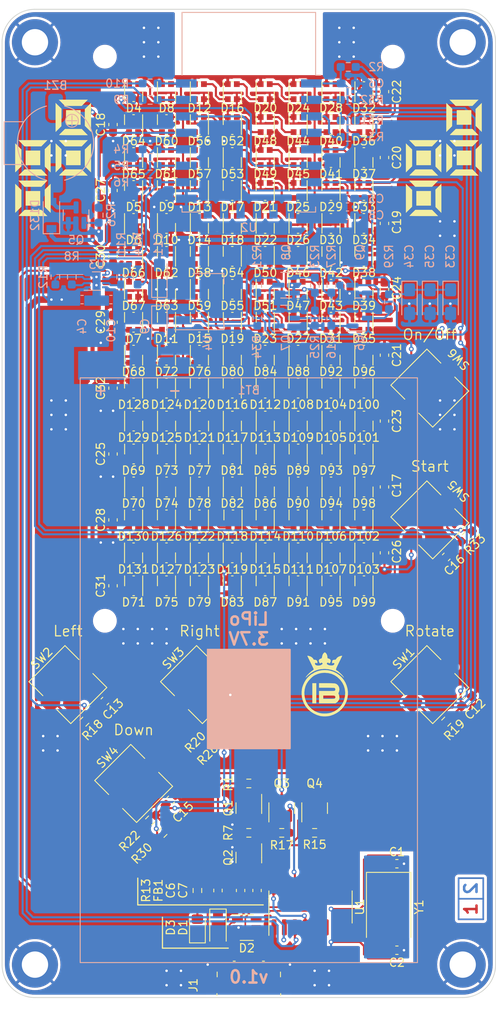
<source format=kicad_pcb>
(kicad_pcb (version 20211014) (generator pcbnew)
  (title_block (title "ESP8266 Tetris") (date "2022-09-18") (rev "1.0") (company "IB"))
  (layers (0 "F.Cu" signal) (31 "B.Cu" signal) (34 "B.Paste" user) (35 "F.Paste" user) (36 "B.SilkS" user "B.Silkscreen") (37 "F.SilkS" user "F.Silkscreen") (38 "B.Mask" user) (39 "F.Mask" user) (44 "Edge.Cuts" user))
  (net 0 "")
  (net 1 "GND")
  (net 2 "BAT")
  (net 3 "+3V3")
  (net 4 "Net-(BZ1-Pad2)")
  (net 5 "Net-(C1-Pad1)")
  (net 6 "Net-(C2-Pad1)")
  (net 7 "RST")
  (net 8 "+5V")
  (net 9 "Net-(C6-Pad1)")
  (net 10 "ROTATE")
  (net 11 "Net-(C16-Pad2)")
  (net 12 "Net-(C33-Pad1)")
  (net 13 "Net-(D3-Pad2)")
  (net 14 "Net-(D3-Pad1)")
  (net 15 "Net-(D1-Pad1)")
  (net 16 "Net-(D1-Pad2)")
  (net 17 "USB_D_N")
  (net 18 "USB_D_P")
  (net 19 "Net-(Q6-Pad1)")
  (net 20 "DOUT")
  (net 21 "/LED Display 1/DOUT1")
  (net 22 "Net-(Q1-Pad1)")
  (net 23 "Net-(Q1-Pad3)")
  (net 24 "Net-(Q3-Pad1)")
  (net 25 "RTS")
  (net 26 "Net-(Q4-Pad1)")
  (net 27 "DTR")
  (net 28 "Net-(Q6-Pad3)")
  (net 29 "Net-(Q5-Pad1)")
  (net 30 "EN")
  (net 31 "SD")
  (net 32 "Net-(R8-Pad1)")
  (net 33 "Net-(R9-Pad1)")
  (net 34 "RXD")
  (net 35 "Net-(R10-Pad1)")
  (net 36 "TXD")
  (net 37 "Net-(R11-Pad1)")
  (net 38 "Net-(R12-Pad1)")
  (net 39 "Net-(Q7-Pad1)")
  (net 40 "Net-(R14-Pad1)")
  (net 41 "Net-(Q9-Pad3)")
  (net 42 "LEFT")
  (net 43 "RIGHT")
  (net 44 "DOWN")
  (net 45 "START")
  (net 46 "BUZZER")
  (net 52 "BATMS")
  (net 59 "Net-(D4-Pad1)")
  (net 60 "Net-(D5-Pad1)")
  (net 61 "Net-(D5-Pad3)")
  (net 62 "Net-(D10-Pad3)")
  (net 63 "Net-(D11-Pad1)")
  (net 64 "Net-(D12-Pad3)")
  (net 65 "Net-(D13-Pad1)")
  (net 66 "Net-(D10-Pad1)")
  (net 67 "Net-(D11-Pad3)")
  (net 68 "Net-(D12-Pad1)")
  (net 69 "Net-(D13-Pad3)")
  (net 70 "Net-(D14-Pad1)")
  (net 71 "Net-(D15-Pad3)")
  (net 72 "Net-(D16-Pad1)")
  (net 73 "Net-(D17-Pad3)")
  (net 74 "Net-(D18-Pad1)")
  (net 75 "Net-(D19-Pad3)")
  (net 76 "Net-(D20-Pad1)")
  (net 77 "Net-(D21-Pad3)")
  (net 78 "Net-(D22-Pad1)")
  (net 79 "Net-(D23-Pad3)")
  (net 80 "Net-(D24-Pad1)")
  (net 81 "Net-(D25-Pad3)")
  (net 82 "Net-(D26-Pad1)")
  (net 83 "Net-(D27-Pad3)")
  (net 84 "Net-(D28-Pad1)")
  (net 85 "Net-(D29-Pad3)")
  (net 86 "Net-(D30-Pad1)")
  (net 87 "Net-(D31-Pad3)")
  (net 88 "Net-(D32-Pad1)")
  (net 89 "Net-(D33-Pad3)")
  (net 90 "Net-(D34-Pad1)")
  (net 91 "Net-(D35-Pad3)")
  (net 92 "Net-(D36-Pad1)")
  (net 93 "Net-(D37-Pad3)")
  (net 94 "Net-(D38-Pad1)")
  (net 95 "Net-(D39-Pad3)")
  (net 96 "Net-(D40-Pad1)")
  (net 97 "Net-(D41-Pad3)")
  (net 98 "Net-(D42-Pad1)")
  (net 99 "Net-(D43-Pad3)")
  (net 100 "Net-(D44-Pad1)")
  (net 101 "Net-(D45-Pad3)")
  (net 102 "Net-(D46-Pad1)")
  (net 103 "Net-(D47-Pad3)")
  (net 104 "Net-(D48-Pad1)")
  (net 105 "Net-(D49-Pad3)")
  (net 106 "Net-(D50-Pad1)")
  (net 107 "Net-(D51-Pad3)")
  (net 108 "Net-(D52-Pad1)")
  (net 109 "Net-(D53-Pad3)")
  (net 110 "Net-(D54-Pad1)")
  (net 111 "Net-(D55-Pad3)")
  (net 112 "Net-(D56-Pad1)")
  (net 113 "Net-(D57-Pad3)")
  (net 114 "Net-(D58-Pad1)")
  (net 115 "Net-(D59-Pad3)")
  (net 116 "Net-(D60-Pad1)")
  (net 117 "Net-(D61-Pad3)")
  (net 118 "Net-(D62-Pad1)")
  (net 119 "Net-(D63-Pad3)")
  (net 120 "Net-(D64-Pad1)")
  (net 121 "Net-(D66-Pad1)")
  (net 122 "Net-(D68-Pad1)")
  (net 123 "Net-(D69-Pad1)")
  (net 124 "Net-(D69-Pad3)")
  (net 125 "Net-(D70-Pad1)")
  (net 127 "Net-(D71-Pad3)")
  (net 128 "Net-(D72-Pad1)")
  (net 129 "Net-(D73-Pad3)")
  (net 130 "Net-(D74-Pad1)")
  (net 131 "Net-(D75-Pad3)")
  (net 132 "Net-(D76-Pad1)")
  (net 133 "Net-(D77-Pad3)")
  (net 134 "Net-(D78-Pad1)")
  (net 135 "Net-(D79-Pad3)")
  (net 136 "Net-(D80-Pad1)")
  (net 137 "Net-(D81-Pad3)")
  (net 138 "Net-(D82-Pad1)")
  (net 139 "Net-(D83-Pad3)")
  (net 140 "Net-(D84-Pad1)")
  (net 141 "Net-(D85-Pad3)")
  (net 142 "Net-(D86-Pad1)")
  (net 143 "Net-(D87-Pad3)")
  (net 144 "Net-(D88-Pad1)")
  (net 145 "Net-(D89-Pad3)")
  (net 146 "Net-(D90-Pad1)")
  (net 147 "Net-(D91-Pad3)")
  (net 148 "Net-(D92-Pad1)")
  (net 149 "Net-(D93-Pad3)")
  (net 150 "Net-(D94-Pad1)")
  (net 151 "Net-(D95-Pad3)")
  (net 152 "Net-(D100-Pad3)")
  (net 153 "Net-(D101-Pad1)")
  (net 154 "Net-(D102-Pad3)")
  (net 155 "Net-(D103-Pad1)")
  (net 156 "Net-(D100-Pad1)")
  (net 157 "Net-(D101-Pad3)")
  (net 158 "Net-(D102-Pad1)")
  (net 159 "Net-(D103-Pad3)")
  (net 160 "Net-(D104-Pad1)")
  (net 161 "Net-(D105-Pad3)")
  (net 162 "Net-(D106-Pad1)")
  (net 163 "Net-(D107-Pad3)")
  (net 164 "Net-(D108-Pad1)")
  (net 165 "Net-(D109-Pad3)")
  (net 166 "Net-(D110-Pad1)")
  (net 167 "Net-(D111-Pad3)")
  (net 168 "Net-(D112-Pad1)")
  (net 169 "Net-(D113-Pad3)")
  (net 170 "Net-(D114-Pad1)")
  (net 171 "Net-(D115-Pad3)")
  (net 172 "Net-(D116-Pad1)")
  (net 173 "Net-(D117-Pad3)")
  (net 174 "Net-(D118-Pad1)")
  (net 175 "Net-(D119-Pad3)")
  (net 176 "Net-(D120-Pad1)")
  (net 177 "Net-(D121-Pad3)")
  (net 178 "Net-(D122-Pad1)")
  (net 179 "Net-(D123-Pad3)")
  (net 180 "Net-(D124-Pad1)")
  (net 181 "Net-(D125-Pad3)")
  (net 182 "Net-(D126-Pad1)")
  (net 183 "Net-(D127-Pad3)")
  (net 184 "Net-(D128-Pad1)")
  (net 185 "Net-(D130-Pad1)")
  (net 186 "Net-(Q8-Pad1)")
  (net 187 "Net-(R18-Pad2)")
  (net 189 "Net-(R19-Pad2)")
  (net 190 "Net-(R20-Pad2)")
  (net 191 "Net-(R22-Pad2)")
  (net 192 "ON")
  (net 193 "Net-(D2-Pad4)")
  (footprint "Capacitor_SMD:C_0603_1608Metric_Pad1.08x0.95mm_HandSolder" (layer "F.Cu") (at 146.49 56 90)
    (fp_text reference "C19")
    (fp_text value "100n")
  )
  (footprint "KiCadCustom:WS2812-2020" (layer "F.Cu") (at 143.99 96 90)
    (fp_text reference "D103")
    (fp_text value "WS2812C")
  )
  (footprint "KiCadCustom:WS2812-2020" (layer "F.Cu") (at 139.99 64 90)
    (fp_text reference "D43")
    (fp_text value "WS2812C")
  )
  (footprint "KiCadCustom:WS2812-2020" (layer "F.Cu") (at 144 84 -90)
    (fp_text reference "D97")
    (fp_text value "WS2812C")
  )
  (footprint "Resistor_SMD:R_0603_1608Metric_Pad0.98x0.95mm_HandSolder" (layer "F.Cu") (at 130 130)
    (fp_text reference "R7")
    (fp_text value "10k")
  )
  (footprint "Capacitor_SMD:C_0603_1608Metric_Pad1.08x0.95mm_HandSolder" (layer "F.Cu") (at 146.49 96 90)
    (fp_text reference "C26")
    (fp_text value "100n")
  )
  (footprint "KiCadCustom:WS2812-2020" (layer "F.Cu") (at 115.99 68 -90)
    (fp_text reference "D7")
    (fp_text value "WS2812C")
  )
  (footprint "KiCadCustom:WS2812-2020" (layer "F.Cu") (at 127.99 60 -90)
    (fp_text reference "D54")
    (fp_text value "WS2812C")
  )
  (footprint "KiCadCustom:WS2812-2020" (layer "F.Cu") (at 132 88 90)
    (fp_text reference "D86")
    (fp_text value "WS2812C")
  )
  (footprint "KiCadCustom:WS2812-2020" (layer "F.Cu") (at 115.99 52 -90)
    (fp_text reference "D5")
    (fp_text value "WS2812C")
  )
  (footprint "KiCadCustom:WS2812-2020" (layer "F.Cu") (at 115.99 56 90)
    (fp_text reference "D6")
    (fp_text value "WS2812C")
  )
  (footprint "KiCadCustom:WS2812-2020" (layer "F.Cu") (at 127.99 52 -90)
    (fp_text reference "D17")
    (fp_text value "WS2812C")
  )
  (footprint "MountingHole:MountingHole_2.2mm_M2" (layer "F.Cu") (at 112.5 104.25)
    (fp_text reference "H6" hide)
    (fp_text value "Hole")
  )
  (footprint "KiCadCustom:WS2812-2020" (layer "F.Cu") (at 135.99 56 90)
    (fp_text reference "D26")
    (fp_text value "WS2812C")
  )
  (footprint "Capacitor_SMD:C_0603_1608Metric_Pad1.08x0.95mm_HandSolder" (layer "F.Cu") (at 113.49 92 -90)
    (fp_text reference "C28")
    (fp_text value "100n")
  )
  (footprint "KiCadCustom:WS2812-2020" (layer "F.Cu") (at 116 40 90)
    (fp_text reference "D4")
    (fp_text value "WS2812C")
  )
  (footprint "KiCadCustom:WS2812-2020" (layer "F.Cu") (at 143.99 56 90)
    (fp_text reference "D34")
    (fp_text value "WS2812C")
  )
  (footprint "Capacitor_SMD:C_0603_1608Metric_Pad1.08x0.95mm_HandSolder" (layer "F.Cu") (at 120.5 126 45)
    (fp_text reference "C15")
    (fp_text value "10n")
  )
  (footprint "KiCadCustom:WS2812-2020" (layer "F.Cu") (at 128.075 92 -90)
    (fp_text reference "D118")
    (fp_text value "WS2812C")
  )
  (footprint "Resistor_SMD:R_0603_1608Metric_Pad0.98x0.95mm_HandSolder" (layer "F.Cu") (at 126 116.5 -135)
    (fp_text reference "R20")
    (fp_text value "100R")
  )
  (footprint "KiCadCustom:WS2812-2020" (layer "F.Cu") (at 139.99 40 90)
    (fp_text reference "D28")
    (fp_text value "WS2812C")
  )
  (footprint "Package_TO_SOT_SMD:SOT-23-6" (layer "F.Cu") (at 129.75 141.5)
    (fp_text reference "D2")
    (fp_text value "ESDA6V1BC6")
  )
  (footprint "KiCadCustom:WS2812-2020" (layer "F.Cu") (at 119.99 96 90)
    (fp_text reference "D127")
    (fp_text value "WS2812C")
  )
  (footprint "KiCadCustom:WS2812-2020" (layer "F.Cu") (at 119.99 48 90)
    (fp_text reference "D61")
    (fp_text value "WS2812C")
  )
  (footprint "KiCadCustom:WS2812-2020" (layer "F.Cu") (at 131.99 64 90)
    (fp_text reference "D51")
    (fp_text value "WS2812C")
  )
  (footprint "KiCadCustom:WS2812-2020" (layer "F.Cu") (at 123.99 96 90)
    (fp_text reference "D123")
    (fp_text value "WS2812C")
  )
  (footprint "KiCadCustom:WS2812-2020" (layer "F.Cu") (at 123.99 100 -90)
    (fp_text reference "D79")
    (fp_text value "WS2812C")
  )
  (footprint "KiCadCustom:WS2812-2020" (layer "F.Cu") (at 119.99 44 -90)
    (fp_text reference "D60")
    (fp_text value "WS2812C")
  )
  (footprint "KiCadCustom:WS2812-2020" (layer "F.Cu") (at 135.99 76 -90)
    (fp_text reference "D108")
    (fp_text value "WS2812C")
  )
  (footprint "KiCadCustom:WS2812-2020" (layer "F.Cu") (at 124 80 90)
    (fp_text reference "D121")
    (fp_text value "WS2812C")
  )
  (footprint "KiCadCustom:WS2812-2020" (layer "F.Cu") (at 131.99 76 -90)
    (fp_text reference "D112")
    (fp_text value "WS2812C")
  )
  (footprint "KiCadCustom:WS2812-2020" (layer "F.Cu") (at 119.99 52 -90)
    (fp_text reference "D9")
    (fp_text value "WS2812C")
  )
  (footprint "KiCadCustom:WS2812-2020" (layer "F.Cu") (at 132 68 -90)
    (fp_text reference "D23")
    (fp_text value "WS2812C")
  )
  (footprint "Capacitor_SMD:C_0603_1608Metric_Pad1.08x0.95mm_HandSolder" (layer "F.Cu") (at 113.49 100 -90)
    (fp_text reference "C31")
    (fp_text value "100n")
  )
  (footprint "KiCadCustom:WS2812-2020" (layer "F.Cu") (at 116 100 -90)
    (fp_text reference "D71")
    (fp_text value "WS2812C")
  )
  (footprint "Resistor_SMD:R_0603_1608Metric_Pad0.98x0.95mm_HandSolder" (layer "F.Cu") (at 118 128.5 -135)
    (fp_text reference "R22")
    (fp_text value "100R")
  )
  (footprint "Capacitor_SMD:C_0603_1608Metric_Pad1.08x0.95mm_HandSolder" (layer "F.Cu") (at 113.49 84 -90)
    (fp_text reference "C25")
    (fp_text value "100n")
  )
  (footprint "Capacitor_SMD:C_0603_1608Metric_Pad1.08x0.95mm_HandSolder" (layer "F.Cu") (at 146.49 40 90)
    (fp_text reference "C22")
    (fp_text value "100n")
  )
  (footprint "KiCadCustom:WS2812-2020" (layer "F.Cu") (at 139.99 52 -90)
    (fp_text reference "D29")
    (fp_text value "WS2812C")
  )
  (footprint "Capacitor_SMD:C_0603_1608Metric_Pad1.08x0.95mm_HandSolder" (layer "F.Cu") (at 113.49 52 -90)
    (fp_text reference "C27")
    (fp_text value "100n")
  )
  (footprint "KiCadCustom:Z_LOGO" (layer "F.Cu") (at 153.75 48 -90)
    (fp_text reference "G***" hide)
    (fp_text value "LOGO" hide)
  )
  (footprint "KiCadCustom:WS2812-2020" (layer "F.Cu") (at 123.99 60 -90)
    (fp_text reference "D58")
    (fp_text value "WS2812C")
  )
  (footprint "KiCadCustom:WS2812-2020" (layer "F.Cu") (at 131.99 72 90)
    (fp_text reference "D84")
    (fp_text value "WS2812C")
  )
  (footprint "MountingHole:MountingHole_2.2mm_M2" (layer "F.Cu") (at 112.5 35.75)
    (fp_text reference "H7" hide)
    (fp_text value "Hole")
  )
  (footprint "KiCadCustom:USB_Micro-B_Amphenol_10118192-0001LF_Horizontal" (layer "F.Cu") (at 130 148.5)
    (fp_text reference "J1")
    (fp_text value "10118192-0001LF")
  )
  (footprint "KiCadCustom:WS2812-2020" (layer "F.Cu") (at 143.99 44 -90)
    (fp_text reference "D36")
    (fp_text value "WS2812C")
  )
  (footprint "Capacitor_SMD:C_0603_1608Metric_Pad1.08x0.95mm_HandSolder" (layer "F.Cu") (at 113.49 60 -90)
    (fp_text reference "C30")
    (fp_text value "100n")
  )
  (footprint "KiCadCustom:WS2812-2020" (layer "F.Cu") (at 139.99 100 -90)
    (fp_text reference "D95")
    (fp_text value "WS2812C")
  )
  (footprint "KiCadCustom:WS2812-2020" (layer "F.Cu") (at 119.99 60 -90)
    (fp_text reference "D62")
    (fp_text value "WS2812C")
  )
  (footprint "KiCadCustom:WS2812-2020" (layer "F.Cu") (at 139.99 96 90)
    (fp_text reference "D107")
    (fp_text value "WS2812C")
  )
  (footprint "KiCadCustom:WS2812-2020" (layer "F.Cu") (at 123.99 68 -90)
    (fp_text reference "D15")
    (fp_text value "WS2812C")
  )
  (footprint "KiCadCustom:WS2812-2020" (layer "F.Cu") (at 135.99 96 90)
    (fp_text reference "D111")
    (fp_text value "WS2812C")
  )
  (footprint "KiCadCustom:WS2812-2020" (layer "F.Cu") (at 135.99 60 -90)
    (fp_text reference "D46")
    (fp_text value "WS2812C")
  )
  (footprint "MountingHole:MountingHole_2.2mm_M2" (layer "F.Cu") (at 147.5 104.25)
    (fp_text reference "H5" hide)
    (fp_text value "Hole")
  )
  (footprint "KiCadCustom:WS2812-2020" (layer "F.Cu") (at 139.99 68 -90)
    (fp_text reference "D31")
    (fp_text value "WS2812C")
  )
  (footprint "Package_TO_SOT_SMD:SOT-23" (layer "F.Cu") (at 134 127 90)
    (fp_text reference "Q3")
    (fp_text value "BC847BLT1G")
  )
  (footprint "Capacitor_SMD:C_0603_1608Metric_Pad1.08x0.95mm_HandSolder" (layer "F.Cu") (at 154 96.5 45)
    (fp_text reference "C16")
    (fp_text value "10n")
  )
  (footprint "KiCadCustom:WS2812-2020" (layer "F.Cu") (at 131.99 52 -90)
    (fp_text reference "D21")
    (fp_text value "WS2812C")
  )
  (footprint "KiCadCustom:SW_SPST_Omron_B3AL-100xP" (layer "F.Cu") (at 124 112 45)
    (fp_text reference "SW3")
    (fp_text value "B3AL-1006P")
  )
  (footprint "KiCadCustom:WS2812-2020" (layer "F.Cu") (at 131.99 92 -90)
    (fp_text reference "D114")
    (fp_text value "WS2812C")
  )
  (footprint "KiCadCustom:WS2812-2020" (layer "F.Cu") (at 139.99 56 90)
    (fp_text reference "D30")
    (fp_text value "WS2812C")
  )
  (footprint "KiCadCustom:WS2812-2020" (layer "F.Cu") (at 143.99 76 -90)
    (fp_text reference "D100")
    (fp_text value "WS2812C")
  )
  (footprint "KiCadCustom:WS2812-2020" (layer "F.Cu") (at 123.99 48 90)
    (fp_text reference "D57")
    (fp_text value "WS2812C")
  )
  (footprint "KiCadCustom:WS2812-2020" (layer "F.Cu") (at 139.99 92 -90)
    (fp_text reference "D106")
    (fp_text value "WS2812C")
  )
  (footprint "LED_SMD:LED_0805_2012Metric_Pad1.15x1.40mm_HandSolder" (layer "F.Cu") (at 123.75 141.5 90)
    (fp_text reference "D3")
    (fp_text value "APT2012LZGCK")
  )
  (footprint "KiCadCustom:WS2812-2020" (layer "F.Cu") (at 135.99 44 -90)
    (fp_text reference "D44")
    (fp_text value "WS2812C")
  )
  (footprint "MountingHole:MountingHole_2.2mm_M2" (layer "F.Cu") (at 147.5 35.75)
    (fp_text reference "H8" hide)
    (fp_text value "Hole")
  )
  (footprint "KiCadCustom:WS2812-2020" (layer "F.Cu") (at 131.99 48 90)
    (fp_text reference "D49")
    (fp_text value "WS2812C")
  )
  (footprint "KiCadCustom:WS2812-2020" (layer "F.Cu") (at 123.99 64 90)
    (fp_text reference "D59")
    (fp_text value "WS2812C")
  )
  (footprint "Capacitor_SMD:C_0603_1608Metric_Pad1.08x0.95mm_HandSolder" (layer "F.Cu") (at 146.49 72 90)
    (fp_text reference "C21")
    (fp_text value "100n")
  )
  (footprint "Resistor_SMD:R_0603_1608Metric_Pad0.98x0.95mm_HandSolder" (layer "F.Cu") (at 123.75 137 90)
    (fp_text reference "R13")
    (fp_text value "10k")
  )
  (footprint "KiCadCustom:WS2812-2020" (layer "F.Cu") (at 119.99 72 90)
    (fp_text reference "D72")
    (fp_text value "WS2812C")
  )
  (footprint "Capacitor_SMD:C_0603_1608Metric_Pad1.08x0.95mm_HandSolder" (layer "F.Cu") (at 113.49 68 -90)
    (fp_text reference "C29")
    (fp_text value "100n")
  )
  (footprint "MountingHole:MountingHole_3.2mm_M3_DIN965_Pad" (layer "F.Cu") (at 104 146)
    (fp_text reference "H3" hide)
    (fp_text value "MH")
  )
  (footprint "Package_SO:SOIC-16_3.9x9.9mm_P1.27mm" (layer "F.Cu") (at 137.5 139 90)
    (fp_text reference "U1")
    (fp_text value "CH340G")
  )
  (footprint "KiCadCustom:WS2812-2020" (layer "F.Cu") (at 119.99 56 90)
    (fp_text reference "D10")
    (fp_text value "WS2812C")
  )
  (footprint "KiCadCustom:WS2812-2020" (layer "F.Cu") (at 116 80 90)
    (fp_text reference "D129")
    (fp_text value "WS2812C")
  )
  (footprint "KiCadCustom:WS2812-2020" (layer "F.Cu") (at 143.99 72 90)
    (fp_text reference "D96")
    (fp_text value "WS2812C")
  )
  (footprint "KiCadCustom:WS2812-2020" (layer "F.Cu") (at 143.99 48 90)
    (fp_text reference "D37")
    (fp_text value "WS2812C")
  )
  (footprint "Capacitor_SMD:C_0603_1608Metric_Pad1.08x0.95mm_HandSolder" (layer "F.Cu") (at 148 133.75)
    (fp_text reference "C1")
    (fp_text value "18p")
  )
  (footprint "KiCadCustom:WS2812-2020" (layer "F.Cu") (at 123.99 92 -90)
    (fp_text reference "D122")
    (fp_text value "WS2812C")
  )
  (footprint "KiCadCustom:WS2812-2020" (layer "F.Cu") (at 139.99 48 90)
    (fp_text reference "D41")
    (fp_text value "WS2812C")
  )
  (footprint "Resistor_SMD:R_0603_1608Metric_Pad0.98x0.95mm_HandSolder" (layer "F.Cu") (at 154 116.5 -135)
    (fp_text reference "R19")
    (fp_text value "100R")
  )
  (footprint "KiCadCustom:WS2812-2020" (layer "F.Cu") (at 127.99 96 90)
    (fp_text reference "D119")
    (fp_text value "WS2812C")
  )
  (footprint "KiCadCustom:WS2812-2020" (layer "F.Cu") (at 123.99 76 -90)
    (fp_text reference "D120")
    (fp_text value "WS2812C")
  )
  (footprint "KiCadCustom:WS2812-2020" (layer "F.Cu") (at 131.99 40 90)
    (fp_text reference "D20")
    (fp_text value "WS2812C")
  )
  (footprint "KiCadCustom:WS2812-2020" (layer "F.Cu") (at 115.99 64 90)
    (fp_text reference "D67")
    (fp_text value "WS2812C")
  )
  (footprint "KiCadCustom:SW_SPST_Omron_B3AL-100xP" (layer "F.Cu") (at 116 124 45)
    (fp_text reference "SW4")
    (fp_text value "B3AL-1006P")
  )
  (footprint "KiCadCustom:WS2812-2020" (layer "F.Cu") (at 131.99 96 90)
    (fp_text reference "D115")
    (fp_text value "WS2812C")
  )
  (footprint "KiCadCustom:WS2812-2020" (layer "F.Cu") (at 144 40 90)
    (fp_text reference "D32")
    (fp_text value "WS2812C")
  )
  (footprint "KiCadCustom:WS2812-2020" (layer "F.Cu") (at 136 80 90)
    (fp_text reference "D109")
    (fp_text value "WS2812C")
  )
  (footprint "KiCadCustom:WS2812-2020" (layer "F.Cu") (at 127.99 64 90)
    (fp_text reference "D55")
    (fp_text value "WS2812C")
  )
  (footprint "Resistor_SMD:R_0603_1608Metric_Pad0.98x0.95mm_HandSolder" (layer "F.Cu") (at 134 130)
    (fp_text reference "R17")
    (fp_text value "10k")
  )
  (footprint "KiCadCustom:WS2812-2020" (layer "F.Cu") (at 140 84 -90)
    (fp_text reference "D93")
    (fp_text value "WS2812C")
  )
  (footprint "Capacitor_SMD:C_0603_1608Metric_Pad1.08x0.95mm_HandSolder" (layer "F.Cu") (at 146.49 88 90)
    (fp_text reference "C17")
    (fp_text value "100n")
  )
  (footprint "KiCadCustom:WS2812-2020" (layer "F.Cu") (at 119.99 100 -90)
    (fp_text reference "D75")
    (fp_text value "WS2812C")
  )
  (footprint "KiCadCustom:WS2812-2020" (layer "F.Cu") (at 123.99 72 90)
    (fp_text reference "D76")
    (fp_text value "WS2812C")
  )
  (footprint "KiCadCustom:WS2812-2020" (layer "F.Cu") (at 131.99 44 -90)
    (fp_text reference "D48")
    (fp_text value "WS2812C")
  )
  (footprint "Capacitor_SMD:C_0603_1608Metric_Pad1.08x0.95mm_HandSolder" (layer "F.Cu") (at 112.5 114 45)
    (fp_text reference "C13")
    (fp_text value "10n")
  )
  (footprint "KiCadCustom:WS2812-2020" (layer "F.Cu") (at 119.99 64 90)
    (fp_text reference "D63")
    (fp_text value "WS2812C")
  )
  (footprint "Capacitor_SMD:C_0603_1608Metric_Pad1.08x0.95mm_HandSolder" (layer "F.Cu") (at 113.49 76 -90)
    (fp_text reference "C32")
    (fp_text value "100n")
  )
  (footprint "KiCadCustom:WS2812-2020" (layer "F.Cu") (at 119.99 68 -90)
    (fp_text reference "D11")
    (fp_text value "WS2812C")
  )
  (footprint "Package_TO_SOT_SMD:SOT-23" (layer "F.Cu") (at 130 127 -90)
    (fp_text reference "Q1")
    (fp_text value "BC847BLT1G")
  )
  (footprint "KiCadCustom:WS2812-2020" (layer "F.Cu") (at 135.99 72 90)
    (fp_text reference "D88")
    (fp_text value "WS2812C")
  )
  (footprint "KiCadCustom:WS2812-2020" (layer "F.Cu") (at 140 88 90)
    (fp_text reference "D94")
    (fp_text value "WS2812C")
  )
  (footprint "KiCadCustom:SW_SPST_Omron_B3AL-100xP" (layer "F.Cu") (at 152 112 45)
    (fp_text reference "SW1")
    (fp_text value "B3AL-1006P")
  )
  (footprint "KiCadCustom:WS2812-2020" (layer "F.Cu") (at 120 80 90)
    (fp_text reference "D125")
    (fp_text value "WS2812C")
  )
  (footprint "KiCadCustom:SW_SPST_Omron_B3AL-100xP" (layer "F.Cu") (at 152 76 45)
    (fp_text reference "SW6")
    (fp_text value "B3AL-1006P")
  )
  (footprint "KiCadCustom:WS2812-2020" (layer "F.Cu") (at 131.99 56 90)
    (fp_text reference "D22")
    (fp_text value "WS2812C")
  )
  (footprint "Capacitor_SMD:C_0603_1608Metric_Pad1.08x0.95mm_HandSolder" (layer "F.Cu") (at 146.49 80 90)
    (fp_text reference "C23")
    (fp_text value "100n")
  )
  (footprint "Package_TO_SOT_SMD:SOT-23" (layer "F.Cu") (at 138 127 90)
    (fp_text reference "Q4")
    (fp_text value "BC847BLT1G")
  )
  (footprint "KiCadCustom:WS2812-2020" (layer "F.Cu") (at 143.99 52 -90)
    (fp_text reference "D33")
    (fp_text value "WS2812C")
  )
  (footprint "Resistor_SMD:R_0603_1608Metric_Pad0.98x0.95mm_HandSolder" (layer "F.Cu") (at 119.5 130 -135)
    (fp_text reference "R30")
    (fp_text value "10k")
  )
  (footprint "KiCadCustom:WS2812-2020" (layer "F.Cu") (at 139.99 76 -90)
    (fp_text reference "D104")
    (fp_text value "WS2812C")
  )
  (footprint "KiCadCustom:WS2812-2020" (layer "F.Cu") (at 127.99 56 90)
    (fp_text reference "D18")
    (fp_text value "WS2812C")
  )
  (footprint "KiCadCustom:WS2812-2020" (layer "F.Cu") (at 115.99 48 90)
    (fp_text reference "D65")
    (fp_text value "WS2812C")
  )
  (footprint "KiCadCustom:WS2812-2020" (layer "F.Cu") (at 120 88 90)
    (fp_text reference "D74")
    (fp_text value "WS2812C")
  )
  (footprint "KiCadCustom:WS2812-2020" (layer "F.Cu") (at 135.99 64 90)
    (fp_text reference "D47")
    (fp_text value "WS2812C")
  )
  (footprint "KiCadCustom:WS2812-2020" (layer "F.Cu") (at 135.99 40 90)
    (fp_text reference "D24")
    (fp_text value "WS2812C")
  )
  (footprint "KiCadCustom:WS2812-2020" (layer "F.Cu") (at 116 84 -90)
    (fp_text reference "D69")
    (fp_text value "WS2812C")
  )
  (footprint "KiCadCustom:WS2812-2020" (layer "F.Cu") (at 123.99 52 -90)
    (fp_text reference "D13")
    (fp_text value "WS2812C")
  )
  (footprint "KiCadCustom:WS2812-2020" (layer "F.Cu") (at 124 88 90)
    (fp_text reference "D78")
    (fp_text value "WS2812C")
  )
  (footprint "KiCadCustom:WS2812-2020" (layer "F.Cu") (at 132 84 -90)
    (fp_text reference "D85")
    (fp_text value "WS2812C")
  )
  (footprint "KiCadCustom:WS2812-2020" (layer "F.Cu") (at 131.99 100 -90)
    (fp_text reference "D87")
    (fp_text value "WS2812C")
  )
  (footprint "KiCadCustom:WS2812-2020" (layer "F.Cu") (at 128 68 -90)
    (fp_text reference "D19")
    (fp_text value "WS2812C")
  )
  (footprint "KiCadCustom:WS2812-2020" (layer "F.Cu") (at 120 84 -90)
    (fp_text reference "D73")
    (fp_text value "WS2812C")
  )
  (footprint "KiCadCustom:WS2812-2020" (layer "F.Cu") (at 139.99 44 -90)
    (fp_text reference "D40")
    (fp_text value "WS2812C")
  )
  (footprint "KiCadCustom:WS2812-2020" (layer "F.Cu") (at 116 88 90)
    (fp_text reference "D70")
    (fp_text value "WS2812C")
  )
  (footprint "KiCadCustom:WS2812-2020" (layer "F.Cu") (at 144 80 90)
    (fp_text reference "D101")
    (fp_text value "WS2812C")
  )
  (footprint "KiCadCustom:WS2812-2020" (layer "F.Cu") (at 123.99 56 90)
    (fp_text reference "D14")
    (fp_text value "WS2812C")
  )
  (footprint "KiCadCustom:WS2812-2020" (layer "F.Cu") (at 136 68 -90)
    (fp_text reference "D27")
    (fp_text value "WS2812C")
  )
  (footprint "KiCadCustom:WS2812-2020" (layer "F.Cu") (at 115.99 92 -90)
    (fp_text reference "D130")
    (fp_text value "WS2812C")
  )
  (footprint "Package_TO_SOT_SMD:SOT-23" (layer "F.Cu") (at 130 133 -90)
    (fp_text reference "Q2")
    (fp_text value "DMP3068L-7")
  )
  (footprint "KiCadCustom:WS2812-2020" (layer "F.Cu") (at 128 88 90)
    (fp_text reference "D82")
    (fp_text value "WS2812C")
  )
  (footprint "KiCadCustom:WS2812-2020" (layer "F.Cu") (at 115.99 96 90)
    (fp_text reference "D131")
    (fp_text value "WS2812C")
  )
  (footprint "KiCadCustom:WS2812-2020" (layer "F.Cu") (at 123.99 44 -90)
    (fp_text reference "D56")
    (fp_text value "WS2812C")
  )
  (footprint "KiCadCustom:WS2812-2020" (layer "F.Cu") (at 119.99 92 -90)
    (fp_text reference "D126")
    (fp_text value "WS2812C")
  )
  (footprint "Capacitor_SMD:C_0603_1608Metric_Pad1.08x0.95mm_HandSolder" (layer "F.Cu") (at 148 144.25)
    (fp_text reference "C2")
    (fp_text value "18p")
  )
  (footprint "Inductor_SMD:L_0603_1608Metric_Pad1.05x0.95mm_HandSolder" (layer "F.Cu") (at 126.25 137 90)
    (fp_text reference "FB1")
    (fp_text value "MPZ1608S221ATA00")
  )
  (footprint "KiCadCustom:WS2812-2020" (layer "F.Cu") (at 136 88 90)
    (fp_text reference "D90")
    (fp_text value "WS2812C")
  )
  (footprint "Resistor_SMD:R_0603_1608Metric_Pad0.98x0.95mm_HandSolder" (layer "F.Cu") (at 130 124 180)
    (fp_text reference "R1")
    (fp_text value "10k")
  )
  (footprint "Resistor_SMD:R_0603_1608Metric_Pad0.98x0.95mm_HandSolder" (layer "F.Cu") (at 138 130 180)
    (fp_text reference "R15")
    (fp_text value "10k")
  )
  (footprint "Crystal:Crystal_SMD_7050-2Pin_7.0x5.0mm" (layer "F.Cu") (at 147 139 -90)
    (fp_text reference "Y1")
    (fp_text value "ABM3-12.000MHZ-D2Y-T")
  )
  (footprint "KiCadCustom:WS2812-2020" (layer "F.Cu") (at 132 80 90)
    (fp_text reference "D113")
    (fp_text value "WS2812C")
  )
  (footprint "KiCadCustom:WS2812-2020" (layer "F.Cu") (at 127.99 44 -90)
    (fp_text reference "D52")
    (fp_text value "WS2812C")
  )
  (footprint "Resistor_SMD:R_0603_1608Metric_Pad0.98x0.95mm_HandSolder" (layer "F.Cu") (at 127.5 118 -135)
    (fp_text reference "R28")
    (fp_text value "10k")
  )
  (footprint "KiCadCustom:Z_LOGO" (layer "F.Cu") (at 106.25 48 -90)
    (fp_text reference "G***" hide)
    (fp_text value "LOGO" hide)
  )
  (footprint "KiCadCustom:WS2812-2020" (layer "F.Cu") (at 127.99 100 -90)
    (fp_text reference "D83")
    (fp_text value "WS2812C")
  )
  (footprint "KiCadCustom:IBLogo" (layer "F.Cu") (at 139.25 112)
    (fp_text reference "G***" hide)
    (fp_text value "LOGO" hide)
  )
  (footprint "KiCadCustom:WS2812-2020" (layer "F.Cu") (at 128 80 90)
    (fp_text reference "D117")
    (fp_text value "WS2812C")
  )
  (footprint "KiCadCustom:SW_SPST_Omron_B3AL-100xP" (layer "F.Cu") (at 108 112 45)
    (fp_text reference "SW2")
    (fp_text value "B3AL-1006P")
  )
  (footprint "KiCadCustom:WS2812-2020" (layer "F.Cu") (at 139.99 60 -90)
    (fp_text reference "D42")
    (fp_text value "WS2812C")
  )
  (footprint "KiCadCustom:WS2812-2020" (layer "F.Cu") (at 136 84 -90)
    (fp_text reference "D89")
    (fp_text value "WS2812C")
  )
  (footprint "KiCadCustom:WS2812-2020" (layer "F.Cu") (at 127.99 40 90)
    (fp_text reference "D16")
    (fp_text value "WS2812C")
  )
  (footprint "MountingHole:MountingHole_3.2mm_M3_DIN965_Pad" (layer "F.Cu") (at 156 146)
    (fp_text reference "H4" hide)
    (fp_text value "MH")
  )
  (footprint "MountingHole:MountingHole_3.2mm_M3_DIN965_Pad" (layer "F.Cu") (at 156 34)
    (fp_text reference "H2" hide)
    (fp_text value "MH")
  )
  (footprint "Diode_SMD:D_SOD-123" (layer "F.Cu") (at 126.25 141.5 -90)
    (fp_text reference "D1")
    (fp_text value "1N5819HWQ-7-F")
  )
  (footprint "KiCadCustom:WS2812-2020" (layer "F.Cu") (at 127.99 76 -90)
    (fp_text reference "D116")
    (fp_text value "WS2812C")
  )
  (footprint "KiCadCustom:WS2812-2020" (layer "F.Cu") (at 123.99 40 90)
    (fp_text reference "D12")
    (fp_text value "WS2812C")
  )
  (footprint "Capacitor_SMD:C_0603_1608Metric_Pad1.08x0.95mm_HandSolder" (layer "F.Cu") (at 129 137 -90)
    (fp_text reference "C6")
    (fp_text value "100n")
  )
  (footprint "KiCadCustom:WS2812-2020" (layer "F.Cu") (at 135.99 52 -90)
    (fp_text reference "D25")
    (fp_text value "WS2812C")
  )
  (footprint "KiCadCustom:WS2812-2020" (layer "F.Cu") (at 115.99 44 -90)
    (fp_text reference "D64")
    (fp_text value "WS2812C")
  )
  (footprint "KiCadCustom:WS2812-2020" (layer "F.Cu") (at 143.99 68 -90)
    (fp_text reference "D35")
    (fp_text value "WS2812C")
  )
  (footprint "KiCadCustom:WS2812-2020" (layer "F.Cu") (at 135.99 48 90)
    (fp_text reference "D45")
    (fp_text value "WS2812C")
  )
  (footprint "MountingHole:MountingHole_3.2mm_M3_DIN965_Pad" (layer "F.Cu") (at 104 34)
    (fp_text reference "H1" hide)
    (fp_text value "MH")
  )
  (footprint "KiCadCustom:WS2812-2020" (layer "F.Cu") (at 127.99 48 90)
    (fp_text reference "D53")
    (fp_text value "WS2812C")
  )
  (footprint "Capacitor_SMD:C_0603_1608Metric_Pad1.08x0.95mm_HandSolder" (layer "F.Cu") (at 113.49 44 -90)
    (fp_text reference "C18")
    (fp_text value "100n")
  )
  (footprint "KiCadCustom:WS2812-2020" (layer "F.Cu") (at 115.99 60 -90)
    (fp_text reference "D66")
    (fp_text value "WS2812C")
  )
  (footprint "KiCadCustom:SW_SPST_Omron_B3AL-100xP" (layer "F.Cu") (at 152 92 45)
    (fp_text reference "SW5")
    (fp_text value "B3AL-1006P")
  )
  (footprint "KiCadCustom:WS2812-2020" (layer "F.Cu") (at 135.99 100 -90)
    (fp_text reference "D91")
    (fp_text value "WS2812C")
  )
  (footprint "KiCadCustom:WS2812-2020" (layer "F.Cu") (at 144 88 90)
    (fp_text reference "D98")
    (fp_text value "WS2812C")
  )
  (footprint "KiCadCustom:WS2812-2020" (layer "F.Cu") (at 124 84 -90)
    (fp_text reference "D77")
    (fp_text value "WS2812C")
  )
  (footprint "KiCadCustom:WS2812-2020" (layer "F.Cu") (at 135.99 92 -90)
    (fp_text reference "D110")
    (fp_text value "WS2812C")
  )
  (footprint "Capacitor_SMD:C_0603_1608Metric_Pad1.08x0.95mm_HandSolder" (layer "F.Cu") (at 146.49 48 90)
    (fp_text reference "C20")
    (fp_text value "100n")
  )
  (footprint "KiCadCustom:WS2812-2020" (layer "F.Cu") (at 127.99 72 90)
    (fp_text reference "D80")
    (fp_text value "WS2812C")
  )
  (footprint "Capacitor_SMD:C_0603_1608Metric_Pad1.08x0.95mm_HandSolder" (layer "F.Cu") (at 156.5 114 45)
    (fp_text reference "C12")
    (fp_text value "10n")
  )
  (footprint "KiCadCustom:WS2812-2020" (layer "F.Cu") (at 128 84 -90)
    (fp_text reference "D81")
    (fp_text value "WS2812C")
  )
  (footprint "KiCadCustom:WS2812-2020" (layer "F.Cu") (at 143.99 64 90)
    (fp_text reference "D39")
    (fp_text value "WS2812C")
  )
  (footprint "Capacitor_SMD:C_0603_1608Metric_Pad1.08x0.95mm_HandSolder" (layer "F.Cu") (at 131 137 -90)
    (fp_text reference "C7")
    (fp_text value "10u")
  )
  (footprint "KiCadCustom:WS2812-2020" (layer "F.Cu") (at 131.99 60 -90)
    (fp_text reference "D50")
    (fp_text value "WS2812C")
  )
  (footprint "KiCadCustom:WS2812-2020" (layer "F.Cu") (at 143.99 92 -90)
    (fp_text reference "D102")
    (fp_text value "WS2812C")
  )
  (footprint "KiCadCustom:WS2812-2020" (layer "F.Cu") (at 119.99 40 90)
    (fp_text reference "D8")
    (fp_text value "WS2812C")
  )
  (footprint "KiCadCustom:WS2812-2020" (layer "F.Cu") (at 140 80 90)
    (fp_text reference "D105")
    (fp_text value "WS2812C")
  )
  (footprint "Capacitor_SMD:C_0603_1608Metric_Pad1.08x0.95mm_HandSolder" (layer "F.Cu") (at 146.49 64 90)
    (fp_text reference "C24")
    (fp_text value "100n")
  )
  (footprint "Capacitor_SMD:C_0603_1608Metric_Pad1.08x0.95mm_HandSolder" (layer "F.Cu") (at 128.5 114 45)
    (fp_text reference "C14")
    (fp_text value "10n")
  )
  (footprint "KiCadCustom:WS2812-2020" (layer "F.Cu") (at 143.99 60 -90)
    (fp_text reference "D38")
    (fp_text value "WS2812C")
  )
  (footprint "KiCadCustom:WS2812-2020" (layer "F.Cu") (at 115.99 72 90)
    (fp_text reference "D68")
    (fp_text value "WS2812C")
  )
  (footprint "KiCadCustom:WS2812-2020" (layer "F.Cu") (at 139.99 72 90)
    (fp_text reference "D92")
    (fp_text value "WS2812C")
  )
  (footprint "KiCadCustom:WS2812-2020" (layer "F.Cu") (at 115.99 76 -90)
    (fp_text reference "D128")
    (fp_text value "WS2812C")
  )
  (footprint "KiCadCustom:WS2812-2020" (layer "F.Cu") (at 119.99 76 -90)
    (fp_text reference "D124")
    (fp_text value "WS2812C")
  )
  (footprint "Resistor_SMD:R_0603_1608Metric_Pad0.98x0.95mm_HandSolder" (layer "F.Cu") (at 156.5 94 -135)
    (fp_text reference "R33")
    (fp_text value "100R")
  )
  (footprint "Resistor_SMD:R_0603_1608Metric_Pad0.98x0.95mm_HandSolder" (layer "F.Cu") (at 110 116.5 -135)
    (fp_text reference "R18")
    (fp_text value "100R")
  )
  (footprint "KiCadCustom:WS2812-2020" (layer "F.Cu") (at 144 100 -90)
    (fp_text reference "D99")
    (fp_text value "WS2812C")
  )
  (footprint "Capacitor_Tantalum_SMD:CP_EIA-3216-18_Kemet-A_Pad1.58x1.35mm_HandSolder" (layer "B.Cu") (at 119.125 68.5 -90)
    (fp_text reference "C9")
    (fp_text value "TAJA106K016RNJ")
  )
  (footprint "Resistor_SMD:R_0603_1608Metric_Pad0.98x0.95mm_HandSolder" (layer "B.Cu") (at 116.479762 62.5 -90)
    (fp_text reference "R14")
    (fp_text value "10k")
  )
  (footprint "Resistor_SMD:R_0603_1608Metric_Pad0.98x0.95mm_HandSolder" (layer "B.Cu") (at 142.0875 45.5 180)
    (fp_text reference "R3")
    (fp_text value "10k")
  )
  (footprint "Resistor_SMD:R_0603_1608Metric_Pad0.98x0.95mm_HandSolder" (layer "B.Cu") (at 147.03125 65.5 -90)
    (fp_text reference "R29")
    (fp_text value "1M")
  )
  (footprint "Package_TO_SOT_SMD:SOT-223-5" (layer "B.Cu") (at 125 65.5)
    (fp_text reference "U4")
    (fp_text value "LP3874EMPX-3.3/NOPB")
  )
  (footprint "Resistor_SMD:R_0603_1608Metric_Pad0.98x0.95mm_HandSolder" (layer "B.Cu") (at 118 47)
    (fp_text reference "R4")
    (fp_text value "10k")
  )
  (footprint "Resistor_SMD:R_0603_1608Metric_Pad0.98x0.95mm_HandSolder" (layer "B.Cu") (at 118 39)
    (fp_text reference "R10")
    (fp_text value "470R")
  )
  (footprint "Capacitor_Tantalum_SMD:CP_EIA-3216-18_Kemet-A_Pad1.58x1.35mm_HandSolder" (layer "B.Cu") (at 152.03125 65.5 -90)
    (fp_text reference "C35")
    (fp_text value "TAJA106K016RNJ")
  )
  (footprint "RF_Module:ESP-12E" (layer "B.Cu") (at 130 42.5 180)
    (fp_text reference "U2")
    (fp_text value "ESP-12F")
  )
  (footprint "Resistor_SMD:R_0603_1608Metric_Pad0.98x0.95mm_HandSolder" (layer "B.Cu") (at 131.03125 63.5 -90)
    (fp_text reference "R21")
    (fp_text value "100k")
  )
  (footprint "Capacitor_SMD:C_0603_1608Metric_Pad1.08x0.95mm_HandSolder" (layer "B.Cu") (at 142 55)
    (fp_text reference "C8")
    (fp_text value "100n")
  )
  (footprint "KiCadCustom:BUZZER_SMD" (layer "B.Cu") (at 106.5 46.25 90)
    (fp_text reference "BZ1")
    (fp_text value "Buzzer")
  )
  (footprint "Resistor_SMD:R_0603_1608Metric_Pad0.98x0.95mm_HandSolder" (layer "B.Cu") (at 114.479762 62.5 90)
    (fp_text reference "R11")
    (fp_text value "27k")
  )
  (footprint "Resistor_SMD:R_0603_1608Metric_Pad0.98x0.95mm_HandSolder" (layer "B.Cu") (at 118 49)
    (fp_text reference "R5")
    (fp_text value "10k")
  )
  (footprint "Capacitor_SMD:C_0603_1608Metric_Pad1.08x0.95mm_HandSolder" (layer "B.Cu") (at 109.729762 65.25)
    (fp_text reference "C4")
    (fp_text value "1u")
  )
  (footprint "Resistor_SMD:R_0603_1608Metric_Pad0.98x0.95mm_HandSolder" (layer "B.Cu") (at 108.479762 62.5 90)
    (fp_text reference "R8")
    (fp_text value "470R")
  )
  (footprint "Resistor_SMD:R_0603_1608Metric_Pad0.98x0.95mm_HandSolder" (layer "B.Cu") (at 138.03125 67.5 90)
    (fp_text reference "R25")
    (fp_text value "10k")
  )
  (footprint "Resistor_SMD:R_0603_1608Metric_Pad0.98x0.95mm_HandSolder" (layer "B.Cu") (at 142.0875 41 180)
    (fp_text reference "R32")
    (fp_text value "1k")
  )
  (footprint "Resistor_SMD:R_0603_1608Metric_Pad0.98x0.95mm_HandSolder" (layer "B.Cu") (at 142.0875 37 180)
    (fp_text reference "R2")
    (fp_text value "10k")
  )
  (footprint "Package_TO_SOT_SMD:SOT-23" (layer "B.Cu") (at 134.53125 63.5 180)
    (fp_text reference "Q8")
    (fp_text value "BC847BLT1G")
  )
  (footprint "Capacitor_Tantalum_SMD:CP_EIA-3216-18_Kemet-A_Pad1.58x1.35mm_HandSolder" (layer "B.Cu") (at 119.125 62.5 90)
    (fp_text reference "C11")
    (fp_text value "TAJA106K016RNJ")
  )
  (footprint "KiCadCustom:Battery_LiPo_304270" (layer "B.Cu") (at 130 110.25 180)
    (fp_text reference "BT1")
    (fp_text value "304270")
  )
  (footprint "Resistor_SMD:R_0603_1608Metric_Pad0.98x0.95mm_HandSolder" (layer "B.Cu") (at 106.479762 62.5 90)
    (fp_text reference "R12")
    (fp_text value "10k")
  )
  (footprint "Resistor_SMD:R_0603_1608Metric_Pad0.98x0.95mm_HandSolder" (layer "B.Cu") (at 111.75 55 -90)
    (fp_text reference "R26")
    (fp_text value "470R")
  )
  (footprint "Diode_SMD:D_SOD-123" (layer "B.Cu") (at 106 55 90)
    (fp_text reference "D132")
    (fp_text value "1N4148W-7-F")
  )
  (footprint "Capacitor_Tantalum_SMD:CP_EIA-3216-18_Kemet-A_Pad1.58x1.35mm_HandSolder" (layer "B.Cu") (at 154.53125 65.5 -90)
    (fp_text reference "C33")
    (fp_text value "TAJA106K016RNJ")
  )
  (footprint "Capacitor_SMD:C_0603_1608Metric_Pad1.08x0.95mm_HandSolder" (layer "B.Cu") (at 113.229762 65.25 180)
    (fp_text reference "C10")
    (fp_text value "1u")
  )
  (footprint "Capacitor_SMD:C_0603_1608Metric_Pad1.08x0.95mm_HandSolder" (layer "B.Cu") (at 142 53 180)
    (fp_text reference "C5")
    (fp_text value "10u")
  )
  (footprint "Resistor_SMD:R_0603_1608Metric_Pad0.98x0.95mm_HandSolder" (layer "B.Cu") (at 140.03125 63.5 -90)
    (fp_text reference "R27")
    (fp_text value "100k")
  )
  (footprint "Package_SON:WSON-8-1EP_2x2mm_P0.5mm_EP0.9x1.6mm_ThermalVias" (layer "B.Cu") (at 111.475 63)
    (fp_text reference "U3")
    (fp_text value "BQ25170DSGR")
  )
  (footprint "Capacitor_Tantalum_SMD:CP_EIA-3216-18_Kemet-A_Pad1.58x1.35mm_HandSolder" (layer "B.Cu") (at 149.53125 65.5 -90)
    (fp_text reference "C34")
    (fp_text value "TAJA106K016RNJ")
  )
  (footprint "Package_TO_SOT_SMD:SOT-23" (layer "B.Cu") (at 143.53125 67.5)
    (fp_text reference "Q6")
    (fp_text value "DMP3068L-7")
  )
  (footprint "Resistor_SMD:R_0603_1608Metric_Pad0.98x0.95mm_HandSolder" (layer "B.Cu") (at 118 41)
    (fp_text reference "R9")
    (fp_text value "470R")
  )
  (footprint "Package_TO_SOT_SMD:SOT-23" (layer "B.Cu") (at 109 55 90)
    (fp_text reference "Q5")
    (fp_text value "BC847BLT1G")
  )
  (footprint "Resistor_SMD:R_0603_1608Metric_Pad0.98x0.95mm_HandSolder" (layer "B.Cu") (at 118 51)
    (fp_text reference "R6")
    (fp_text value "10k")
  )
  (footprint "Capacitor_SMD:C_0603_1608Metric_Pad1.08x0.95mm_HandSolder" (layer "B.Cu") (at 142.0875 39)
    (fp_text reference "C3")
    (fp_text value "100n")
  )
  (footprint "Resistor_SMD:R_0603_1608Metric_Pad0.98x0.95mm_HandSolder" (layer "B.Cu") (at 138.03125 63.5 -90)
    (fp_text reference "R23")
    (fp_text value "10k")
  )
  (footprint "Resistor_SMD:R_0603_1608Metric_Pad0.98x0.95mm_HandSolder" (layer "B.Cu") (at 131.03125 67.5 -90)
    (fp_text reference "R34")
    (fp_text value "10k")
  )
  (footprint "Package_TO_SOT_SMD:SOT-23" (layer "B.Cu") (at 143.53125 63.5 180)
    (fp_text reference "Q9")
    (fp_text value "BC847BLT1G")
  )
  (footprint "Resistor_SMD:R_0603_1608Metric_Pad0.98x0.95mm_HandSolder" (layer "B.Cu") (at 140.03125 67.5 90)
    (fp_text reference "R16")
    (fp_text value "100k")
  )
  (footprint "Package_TO_SOT_SMD:SOT-23" (layer "B.Cu") (at 134.53125 67.5)
    (fp_text reference "Q7")
    (fp_text value "BC847BLT1G")
  )
  (footprint "Resistor_SMD:R_0603_1608Metric_Pad0.98x0.95mm_HandSolder" (layer "B.Cu") (at 142.0875 43.5)
    (fp_text reference "R31")
    (fp_text value "3k3")
  )
  (gr_line (start 158.5 135.5) (end 155.5 135.5) (layer "F.Cu") (width 0.2))
  (gr_line (start 158.5 140.5) (end 158.5 138) (layer "F.Cu") (width 0.2))
  (gr_line (start 155.5 140.5) (end 158.5 140.5) (layer "F.Cu") (width 0.2))
  (gr_line (start 158.5 138) (end 158.5 135.5) (layer "F.Cu") (width 0.2))
  (gr_line (start 155.5 138) (end 155.5 140.5) (layer "F.Cu") (width 0.2))
  (gr_line (start 155.5 135.5) (end 155.5 138) (layer "F.Cu") (width 0.2))
  (gr_line (start 158.5 138) (end 155.5 138) (layer "F.Cu") (width 0.2))
  (gr_line (start 155.5 135.5) (end 155.5 138) (layer "B.Cu") (width 0.2))
  (gr_line (start 158.5 135.5) (end 155.5 135.5) (layer "B.Cu") (width 0.2))
  (gr_line (start 155.5 138) (end 155.5 140.5) (layer "B.Cu") (width 0.2))
  (gr_line (start 158.5 140.5) (end 155.5 140.5) (layer "B.Cu") (width 0.2))
  (gr_line (start 158.5 135.5) (end 158.5 138) (layer "B.Cu") (width 0.2))
  (gr_line (start 158.5 138) (end 158.5 140.5) (layer "B.Cu") (width 0.2))
  (gr_line (start 158.5 138) (end 155.5 138) (layer "B.Cu") (width 0.2))
  (gr_rect (start 125 107.75) (end 135 119.75) (layer "B.SilkS") (width 0.2) (fill solid))
  (gr_line (start 116.5 135.5) (end 116.5 138.75) (layer "F.SilkS") (width 0.15))
  (gr_line (start 116.5 138.75) (end 131.75 138.75) (layer "F.SilkS") (width 0.15))
  (gr_line (start 119.5 140.25) (end 119.5 144) (layer "F.SilkS") (width 0.15))
  (gr_line (start 119.5 144) (end 127.5 144) (layer "F.SilkS") (width 0.15))
  (gr_line (start 104 30) (end 156 30) (layer "Edge.Cuts") (width 0.1))
  (gr_line (start 156 150) (end 104 150) (layer "Edge.Cuts") (width 0.1))
  (gr_arc (start 104 150) (mid 101.171573 148.828427) (end 100 146) (layer "Edge.Cuts") (width 0.1))
  (gr_arc (start 100 34) (mid 101.171573 31.171573) (end 104 30) (layer "Edge.Cuts") (width 0.1))
  (gr_arc (start 160 146) (mid 158.828427 148.828427) (end 156 150) (layer "Edge.Cuts") (width 0.1))
  (gr_line (start 160 34) (end 160 146) (layer "Edge.Cuts") (width 0.1))
  (gr_arc (start 156 30) (mid 158.828427 31.171573) (end 160 34) (layer "Edge.Cuts") (width 0.1))
  (gr_line (start 100 146) (end 100 34) (layer "Edge.Cuts") (width 0.1))
  (gr_text "1" (at 157 139.25 90) (layer "F.Cu") (effects (font (size 1.5 1.5) (thickness 0.3))))
  (gr_text "2" (at 157 136.75 90) (layer "B.Cu") (effects (font (size 1.5 1.5) (thickness 0.3)) (justify mirror)))
  (gr_text "v1.0" (at 130 147.5) (layer "B.SilkS") (effects (font (size 1.5 1.5) (thickness 0.3)) (justify mirror)))
  (gr_text "LiPo\n3.7V" (at 130 105.25) (layer "B.SilkS") (effects (font (size 1.5 1.5) (thickness 0.3)) (justify mirror)))
  (gr_text "Start" (at 152 85.5) (layer "F.SilkS") (effects (font (size 1.27 1.27))))
  (gr_text "Down" (at 116 117.5) (layer "F.SilkS") (effects (font (size 1.27 1.27))))
  (gr_text "Rotate" (at 152 105.5) (layer "F.SilkS") (effects (font (size 1.27 1.27))))
  (gr_text "Left" (at 108 105.5) (layer "F.SilkS") (effects (font (size 1.27 1.27))))
  (gr_text "On/Off" (at 152 69.5) (layer "F.SilkS") (effects (font (size 1.27 1.27))))
  (gr_text "Right" (at 124 105.5) (layer "F.SilkS") (effects (font (size 1.27 1.27))))
  (segment (start 126.2 148.5) (end 126.2 146.65) (width 0.5) (layer "F.Cu") (net 1))
  (segment (start 148.5 145.25) (end 144.5 145.25) (width 0.25) (layer "F.Cu") (net 1))
  (segment (start 144.5 132.75) (end 144 133.25) (width 0.25) (layer "F.Cu") (net 1))
  (segment (start 131.3 144.45) (end 131.3 145.825) (width 0.5) (layer "F.Cu") (net 1))
  (segment (start 143.5 139.25) (end 140 139.25) (width 0.25) (layer "F.Cu") (net 1))
  (segment (start 144 133.25) (end 144 138.75) (width 0.25) (layer "F.Cu") (net 1))
  (segment (start 148.5 132.75) (end 148.8625 133.1125) (width 0.25) (layer "F.Cu") (net 1))
  (segment (start 131.2 148.5) (end 128.8 148.5) (width 0.5) (layer "F.Cu") (net 1))
  (segment (start 126.85 146) (end 126.9 145.95) (width 0.5) (layer "F.Cu") (net 1))
  (segment (start 135.25 63.5) (end 135.25 63.275) (width 0.25) (layer "F.Cu") (net 1))
  (segment (start 143.5 143.25) (end 140 143.25) (width 0.25) (layer "F.Cu") (net 1))
  (segment (start 144 143.75) (end 143.5 143.25) (width 0.25) (layer "F.Cu") (net 1))
  (segment (start 125 146) (end 126.85 146) (width 0.5) (layer "F.Cu") (net 1))
  (segment (start 135 146) (end 133.15 146) (width 0.5) (layer "F.Cu") (net 1))
  (segment (start 133.8 146.65) (end 133.1 145.95) (width 0.5) (layer "F.Cu") (net 1))
  (segment (start 148.5 132.75) (end 144.5 132.75) (width 0.25) (layer "F.Cu") (net 1))
  (segment (start 144 144.75) (end 144 143.75) (width 0.25) (layer "F.Cu") (net 1))
  (segment (start 148.8625 133.1125) (end 148.8625 133.75) (width 0.25) (layer "F.Cu") (net 1))
  (segment (start 133.15 146) (end 133.1 145.95) (width 0.5) (layer "F.Cu") (net 1))
  (segment (start 126.2 146.65) (end 126.9 145.95) (width 0.5) (layer "F.Cu") (net 1))
  (segment (start 133.055 142.695) (end 131.3 144.45) (width 0.5) (layer "F.Cu") (net 1))
  (segment (start 144 138.75) (end 143.5 139.25) (width 0.25) (layer "F.Cu") (net 1))
  (segment (start 148.8625 144.8875) (end 148.8625 144.25) (width 0.25) (layer "F.Cu") (net 1))
  (segment (start 133.8 148.5) (end 133.8 146.65) (width 0.5) (layer "F.Cu") (net 1))
  (segment (start 133.8 148.5) (end 131.2 148.5) (width 0.5) (layer "F.Cu") (net 1))
  (segment (start 133.055 141.475) (end 133.055 142.695) (width 0.5) (layer "F.Cu") (net 1))
  (segment (start 144.5 145.25) (end 144 144.75) (width 0.25) (layer "F.Cu") (net 1))
  (segment (start 148.5 145.25) (end 148.8625 144.8875) (width 0.25) (layer "F.Cu") (net 1))
  (segment (start 126.2 148.5) (end 128.8 148.5) (width 0.5) (layer "F.Cu") (net 1))
  (segment (start 135.25 63.275) (end 135.44 63.085) (width 0.25) (layer "F.Cu") (net 1))
  (via (at 116.5 105.25) (size 0.6) (drill 0.3) (layers "F.Cu" "B.Cu") (net 1))
  (via (at 128.75 141.5) (size 0.6) (drill 0.3) (layers "F.Cu" "B.Cu") (net 1))
  (via (at 155 57.5) (size 0.6) (drill 0.3) (layers "F.Cu" "B.Cu") (net 1))
  (via (at 112 86.75) (size 0.6) (drill 0.3) (layers "F.Cu" "B.Cu") (net 1))
  (via (at 107.75 79.25) (size 0.6) (drill 0.3) (layers "F.Cu" "B.Cu") (net 1))
  (via (at 120 146.75) (size 0.6) (drill 0.3) (layers "F.Cu" "B.Cu") (net 1))
  (via (at 119 34) (size 0.6) (drill 0.3) (layers "F.Cu" "B.Cu") (net 1))
  (via (at 125 46) (size 0.6) (drill 0.3) (layers "F.Cu" "B.Cu") (net 1))
  (via (at 137.25 68.75) (size 0.6) (drill 0.3) (layers "F.Cu" "B.Cu") (net 1))
  (via (at 106 46) (size 0.6) (drill 0.3) (layers "F.Cu" "B.Cu") (net 1))
  (via (at 153.25 81) (size 0.6) (drill 0.3) (layers "F.Cu" "B.Cu") (net 1))
  (via (at 139.75 148.5) (size 0.6) (drill 0.3) (layers "F.Cu" "B.Cu") (net 1))
  (via (at 148 118.25) (size 0.6) (drill 0.3) (layers "F.Cu" "B.Cu") (net 1))
  (via (at 118.25 105.25) (size 0.6) (drill 0.3) (layers "F.Cu" "B.Cu") (net 1))
  (via (at 106 77.5) (size 0.6) (drill 0.3) (layers "F.Cu" "B.Cu") (net 1))
  (via (at 134 105.25) (size 0.6) (drill 0.3) (layers "F.Cu" "B.Cu") (net 1))
  (via (at 119 35.75) (size 0.6) (drill 0.3) (layers "F.Cu" "B.Cu") (net 1))
  (via (at 155 81) (size 0.6) (drill 0.3) (layers "F.Cu" "B.Cu") (net 1))
  (via (at 135.75 105.25) (size 0.6) (drill 0.3) (layers "F.Cu" "B.Cu") (net 1))
  (via (at 121.75 54) (size 0.6) (drill 0.3) (layers "F.Cu" "B.Cu") (net 1))
  (via (at 117.25 34) (size 0.6) (drill 0.3) (layers "F.Cu" "B.Cu") (net 1))
  (via (at 142.25 64.5) (size 0.6) (drill 0.3) (layers "F.Cu" "B.Cu") (net 1))
  (via (at 120 105.25) (size 0.6) (drill 0.3) (layers "F.Cu" "B.Cu") (net 1))
  (via (at 141 34) (size 0.6) (drill 0.3) (layers "F.Cu" "B.Cu") (net 1))
  (via (at 106 81) (size 0.6) (drill 0.3) (layers "F.Cu" "B.Cu") (net 1))
  (via (at 146.25 120) (size 0.6) (drill 0.3) (layers "F.Cu" "B.Cu") (net 1))
  (via (at 141.25 60.75) (size 0.6) (drill 0.3) (layers "F.Cu" "B.Cu") (net 1))
  (via (at 141 32.25) (size 0.6) (drill 0.3) (layers "F.Cu" "B.Cu") (net 1))
  (via (at 107.75 77.5) (size 0.6) (drill 0.3) (layers "F.Cu" "B.Cu") (net 1))
  (via (at 125.5 61.75) (size 0.6) (drill 0.3) (layers "F.Cu" "B.Cu") (net 1))
  (via (at 113.5 86.75) (size 0.6) (drill 0.3) (layers "F.Cu" "B.Cu") (net 1))
  (via (at 138 148.5) (size 0.6) (drill 0.3) (layers "F.Cu" "B.Cu") (net 1))
  (via (at 128 131.75) (size 0.6) (drill 0.3) (layers "F.Cu" "B.Cu") (net 1))
  (via (at 120.5 70) (size 0.6) (drill 0.3) (layers "F.Cu" "B.Cu") (net 1))
  (via (at 107.75 46) (size 0.6) (drill 0.3) (layers "F.Cu" "B.Cu") (net 1))
  (via (at 128 127.5) (size 0.6) (drill 0.3) (layers "F.Cu" "B.Cu") (net 1))
  (via (at 113.5 46) (size 0.6) (drill 0.3) (layers "F.Cu" "B.Cu") (net 1))
  (via (at 114.75 107) (size 0.6) (drill 0.3) (layers "F.Cu" "B.Cu") (net 1))
  (via (at 139.75 146.75) (size 0.6) (drill 0.3) (layers "F.Cu" "B.Cu") (net 1))
  (via (at 117.25 32.25) (size 0.6) (drill 0.3) (layers "F.Cu" "B.Cu") (net 1))
  (via (at 118.25 107) (size 0.6) (drill 0.3) (layers "F.Cu" "B.Cu") (net 1))
  (via (at 105 118.25) (size 0.6) (drill 0.3) (layers "F.Cu" "B.Cu") (net 1))
  (via (at 106 47.75) (size 0.6) (drill 0.3) (layers "F.Cu" "B.Cu") (net 1))
  (via (at 153.25 55.75) (size 0.6) (drill 0.3) (layers "F.Cu" "B.Cu") (net 1))
  (via (at 135.25 63.5) (size 0.6) (drill 0.3) (layers "F.Cu" "B.Cu") (net 1))
  (via (at 149.5 65.75) (size 0.6) (drill 0.3) (layers "F.Cu" "B.Cu") (net 1))
  (via (at 112 94.75) (size 0.6) (drill 0.3) (layers "F.Cu" "B.Cu") (net 1))
  (via (at 116.5 107) (size 0.6) (drill 0.3) (layers "F.Cu" "B.Cu") (net 1))
  (via (at 111.75 57) (size 0.6) (drill 0.3) (layers "F.Cu" "B.Cu") (net 1))
  (via (at 113.5 94.75) (size 0.6) (drill 0.3) (layers "F.Cu" "B.Cu") (net 1))
  (via (at 113.5 53.5) (size 0.6) (drill 0.3) (layers "F.Cu" "B.Cu") (net 1))
  (via (at 144.5 120) (size 0.6) (drill 0.3) (layers "F.Cu" "B.Cu") (net 1))
  (via (at 143 40) (size 0.6) (drill 0.3) (layers "F.Cu" "B.Cu") (net 1))
  (via (at 137.5 107) (size 0.6) (drill 0.3) (layers "F.Cu" "B.Cu") (net 1))
  (via (at 139.25 105.25) (size 0.6) (drill 0.3) (layers "F.Cu" "B.Cu") (net 1))
  (via (at 140 143.25) (size 0.6) (drill 0.3) (layers "F.Cu" "B.Cu") (net 1))
  (via (at 119 32.25) (size 0.6) (drill 0.3) (layers "F.Cu" "B.Cu") (net 1))
  (via (at 155 47.75) (size 0.6) (drill 0.3) (layers "F.Cu" "B.Cu") (net 1))
  (via (at 135.75 107) (size 0.6) (drill 0.3) (layers "F.Cu" "B.Cu") (net 1))
  (via (at 114.75 105.25) (size 0.6) (drill 0.3) (layers "F.Cu" "B.Cu") (net 1))
  (via (at 106.75 118.25) (size 0.6) (drill 0.3) (layers "F.Cu" "B.Cu") (net 1))
  (via (at 135 146) (size 0.6) (drill 0.3) (layers "F.Cu" "B.Cu") (net 1))
  (via (at 128 129) (size 0.6) (drill 0.3) (layers "F.Cu" "B.Cu") (net 1))
  (via (at 154.5 65.75) (size 0.6) (drill 0.3) (layers "F.Cu" "B.Cu") (net 1))
  (via (at 120 148.5) (size 0.6) (drill 0.3) (layers "F.Cu" "B.Cu") (net 1))
  (via (at 155 46) (size 0.6) (drill 0.3) (layers "F.Cu" "B.Cu") (net 1))
  (via (at 112 78.75) (size 0.6) (drill 0.3) (layers "F.Cu" "B.Cu") (net 1))
  (via (at 152 65.75) (size 0.6) (drill 0.3) (layers "F.Cu" "B.Cu") (net 1))
  (via (at 148 120) (size 0.6) (drill 0.3) (layers "F.Cu" "B.Cu") (net 1))
  (via (at 153.25 47.75) (size 0.6) (drill 0.3) (layers "F.Cu" "B.Cu") (net 1))
  (via (at 118.5 54) (size 0.6) (drill 0.3) (layers "F.Cu" "B.Cu") (net 1))
  (via (at 153.25 79.25) (size 0.6) (drill 0.3) (layers "F.Cu" "B.Cu") (net 1))
  (via (at 126.75 61.75) (size 0.6) (drill 0.3) (layers "F.Cu" "B.Cu") (net 1))
  (via (at 107.75 47.75) (size 0.6) (drill 0.3) (layers "F.Cu" "B.Cu") (net 1))
  (via (at 121.75 146.75) (size 0.6) (drill 0.3) (layers "F.Cu" "B.Cu") (net 1))
  (via (at 143 54) (size 0.6) (drill 0.3) (layers "F.Cu" "B.Cu") (net 1))
  (via (at 141 35.75) (size 0.6) (drill 0.3) (layers "F.Cu" "B.Cu") (net 1))
  (via (at 112 70.5) (size 0.6) (drill 0.3) (layers "F.Cu" "B.Cu") (net 1))
  (via (at 112 69) (size 0.6) (drill 0.3) (layers "F.Cu" "B.Cu") (net 1))
  (via (at 137.5 105.25) (size 0.6) (drill 0.3) (layers "F.Cu" "B.Cu") (net 1))
  (via (at 153.25 57.5) (size 0.6) (drill 0.3) (layers "F.Cu" "B.Cu") (net 1))
  (via (at 107.75 81) (size 0.6) (drill 0.3) (layers "F.Cu" "B.Cu") (net 1))
  (via (at 153.25 77.5) (size 0.6) (drill 0.3) (layers "F.Cu" "B.Cu") (net 1))
  (via (at 117.25 35.75) (size 0.6) (drill 0.3) (layers "F.Cu" "B.Cu") (net 1))
  (via (at 142.75 35.75) (size 0.6) (drill 0.3) (layers "F.Cu" "B.Cu") (net 1))
  (via (at 155 79.25) (size 0.6) (drill 0.3) (layers "F.Cu" "B.Cu") (net 1))
  (via (at 146.25 118.25) (size 0.6) (drill 0.3) (layers "F.Cu" "B.Cu") (net 1))
  (via (at 153.25 46) (size 0.6) (drill 0.3) (layers "F.Cu" "B.Cu") (net 1))
  (via (at 148.8625 144.25) (size 0.6) (drill 0.3) (layers "F.Cu" "B.Cu") (net 1))
  (via (at 127 46) (size 0.6) (drill 0.3) (layers "F.Cu" "B.Cu") (net 1))
  (via (at 117.75 70) (size 0.6) (drill 0.3) (layers "F.Cu" "B.Cu") (net 1))
  (via (at 142.75 34) (size 0.6) (drill 0.3) (layers "F.Cu" "B.Cu") (net 1))
  (via (at 105 120) (size 0.6) (drill 0.3) (layers "F.Cu" "B.Cu") (net 1))
  (via (at 121.75 148.5) (size 0.6) (drill 0.3) (layers "F.Cu" "B.Cu") (net 1))
  (via (at 115.5 46) (size 0.6) (drill 0.3) (layers "F.Cu" "B.Cu") (net 1))
  (via (at 113.5 78.75) (size 0.6) (drill 0.3) (layers "F.Cu" "B.Cu") (net 1))
  (via (at 142.75 32.25) (size 0.6) (drill 0.3) (layers "F.Cu" "B.Cu") (net 1))
  (via (at 134 107) (size 0.6) (drill 0.3) (layers "F.Cu" "B.Cu") (net 1))
  (via (at 155 55.75) (size 0.6) (drill 0.3) (layers "F.Cu" "B.Cu") (net 1))
  (via (at 139.25 107) (size 0.6) (drill 0.3) (layers "F.Cu" "B.Cu") (net 1))
  (via (at 137.25 60.75) (size 0.6) (drill 0.3) (layers "F.Cu" "B.Cu") (net 1))
  (via (at 148.8625 133.75) (size 0.6) (drill 0.3) (layers "F.Cu" "B.Cu") (net 1))
  (via (at 120 107) (size 0.6) (drill 0.3) (layers "F.Cu" "B.Cu") (net 1))
  (via (at 140 139.25) (size 0.6) (drill 0.3) (layers "F.Cu" "B.Cu") (net 1))
  (via (at 106 79.25) (size 0.6) (drill 0.3) (layers "F.Cu" "B.Cu") (net 1))
  (via (at 155 77.5) (size 0.6) (drill 0.3) (layers "F.Cu" "B.Cu") (net 1))
  (via (at 125 146) (size 0.6) (drill 0.3) (layers "F.Cu" "B.Cu") (net 1))
  (via (at 106.75 120) (size 0.6) (drill 0.3) (layers "F.Cu" "B.Cu") (net 1))
  (via (at 138 146.75) (size 0.6) (drill 0.3) (layers "F.Cu" "B.Cu") (net 1))
  (via (at 118 46) (size 0.6) (drill 0.3) (layers "F.Cu" "B.Cu") (net 1))
  (via (at 128 133.5) (size 0.6) (drill 0.3) (layers "F.Cu" "B.Cu") (net 1))
  (via (at 113.5 54.5) (size 0.6) (drill 0.3) (layers "F.Cu" "B.Cu") (net 1))
  (via (at 144.5 118.25) (size 0.6) (drill 0.3) (layers "F.Cu" "B.Cu") (net 1))
  (segment (start 117.0875 51) (end 114 51) (width 0.25) (layer "B.Cu") (net 1))
  (segment (start 140 143.25) (end 140 145.5) (width 0.25) (layer "B.Cu") (net 1))
  (segment (start 114 51) (end 113.5 51.5) (width 0.25) (layer "B.Cu") (net 1))
  (segment (start 113.5 51.5) (end 113.5 53.5) (width 0.25) (layer "B.Cu") (net 1))
  (segment (start 139.5 146) (end 135 146) (width 0.25) (layer "B.Cu") (net 1))
  (segment (start 140 145.5) (end 139.5 146) (width 0.25) (layer "B.Cu") (net 1))
  (segment (start 129.75 67.5) (end 129.75 62) (width 0.25) (layer "B.Cu") (net 2))
  (segment (start 140.03125 66.5875) (end 140.03125 64.4125) (width 0.25) (layer "B.Cu") (net 2))
  (segment (start 139 62) (end 139 64) (width 0.25) (layer "B.Cu") (net 2))
  (segment (start 125.2125 67.9625) (end 129.2875 67.9625) (width 0.25) (layer "B.Cu") (net 2))
  (segment (start 121.95 66.25) (end 123.5 66.25) (width 0.25) (layer "B.Cu") (net 2))
  (segment (start 123.5 66.25) (end 125.2125 67.9625) (width 0.25) (layer "B.Cu") (net 2))
  (segment (start 138.5 61.5) (end 139 62) (width 0.25) (layer "B.Cu") (net 2))
  (segment (start 129.2875 67.9625) (end 129.75 67.5) (width 0.25) (layer "B.Cu") (net 2))
  (segment (start 142.59375 66.55) (end 140.06875 66.55) (width 0.25) (layer "B.Cu") (net 2))
  (segment (start 130.25 61.5) (end 138.5 61.5) (width 0.25) (layer "B.Cu") (net 2))
  (segment (start 139 64) (end 139.4125 64.4125) (width 0.25) (layer "B.Cu") (net 2))
  (segment (start 139.4125 64.4125) (end 140.03125 64.4125) (width 0.25) (layer "B.Cu") (net 2))
  (segment (start 129.75 62) (end 130.25 61.5) (width 0.25) (layer "B.Cu") (net 2))
  (segment (start 140.06875 66.55) (end 140.03125 66.5875) (width 0.25) (layer "B.Cu") (net 2))
  (segment (start 118.854765 129.604765) (end 118.75 129.5) (width 0.25) (layer "F.Cu") (net 3))
  (segment (start 111.6125 43.1375) (end 111 43.75) (width 0.5) (layer "F.Cu") (net 3))
  (segment (start 111 82.5) (end 111.6375 83.1375) (width 0.5) (layer "F.Cu") (net 3))
  (segment (start 117.683411 49.066589) (end 116.691589 49.066589) (width 0.25) (layer "F.Cu") (net 3))
  (segment (start 153.39012 97.10988) (end 150.40156 94.12132) (width 0.25) (layer "F.Cu") (net 3))
  (segment (start 116.691589 49.066589) (end 116.54 48.915) (width 0.25) (layer "F.Cu") (net 3))
  (segment (start 127 126.25) (end 127 129.5) (width 0.25) (layer "F.Cu") (net 3))
  (segment (start 127 120.25) (end 127 118.79047) (width 0.25) (layer "F.Cu") (net 3))
  (segment (start 111 98.5) (end 111.6375 99.1375) (width 0.5) (layer "F.Cu") (net 3))
  (segment (start 111.6125 67.1375) (end 111 67.75) (width 0.5) (layer "F.Cu") (net 3))
  (segment (start 127 129.5) (end 127.5 130) (width 0.25) (layer "F.Cu") (net 3))
  (segment (start 111 75.75) (end 111 82.5) (width 0.5) (layer "F.Cu") (net 3))
  (segment (start 149.75 96.25) (end 149.75 94.25) (width 0.25) (layer "F.Cu") (net 3))
  (segment (start 111.6125 51.1375) (end 111 51.75) (width 0.5) (layer "F.Cu") (net 3))
  (segment (start 111 50.525) (end 111.6125 51.1375) (width 0.5) (layer "F.Cu") (net 3))
  (segment (start 111 91.75) (end 111 98.5) (width 0.5) (layer "F.Cu") (net 3))
  (segment (start 129.05 132.0625) (end 129.05 130.0375) (width 0.25) (layer "F.Cu") (net 3))
  (segment (start 111.6375 83.1375) (end 111.6125 83.1375) (width 0.5) (layer "F.Cu") (net 3))
  (segment (start 113.49 91.1375) (end 111.6125 91.1375) (width 0.5) (layer "F.Cu") (net 3))
  (segment (start 129.05 130.0375) (end 129.0875 130) (width 0.25) (layer "F.Cu") (net 3))
  (segment (start 111 67.75) (end 111 74.525) (width 0.5) (layer "F.Cu") (net 3))
  (segment (start 111 90.525) (end 111.6125 91.1375) (width 0.5) (layer "F.Cu") (net 3))
  (segment (start 111 83.75) (end 111 90.525) (width 0.5) (layer "F.Cu") (net 3))
  (segment (start 111.6125 91.1375) (end 111 91.75) (width 0.5) (layer "F.Cu") (net 3))
  (segment (start 127.5 130) (end 129.0875 130) (width 0.25) (layer "F.Cu") (net 3))
  (segment (start 150.40156 94.12132) (end 149.87868 94.12132) (width 0.25) (layer "F.Cu") (net 3))
  (segment (start 111.6375 99.1375) (end 113.49 99.1375) (width 0.5) (layer "F.Cu") (net 3))
  (segment (start 127 118.79047) (end 126.854765 118.645235) (width 0.25) (layer "F.Cu") (net 3))
  (segment (start 111.6125 75.1375) (end 111 75.75) (width 0.5) (layer "F.Cu") (net 3))
  (segment (start 149.75 94.25) (end 149.87868 94.12132) (width 0.25) (layer "F.Cu") (net 3))
  (segment (start 113.49 59.1375) (end 112.1375 59.1375) (width 0.5) (layer "F.Cu") (net 3))
  (segment (start 113.49 75.1375) (end 111.6125 75.1375) (width 0.5) (layer "F.Cu") (net 3))
  (segment (start 112.1375 59.1375) (end 111 58) (width 0.5) (layer "F.Cu") (net 3))
  (segment (start 113.49 43.1375) (end 111.6125 43.1375) (width 0.5) (layer "F.Cu") (net 3))
  (segment (start 111 42.5) (end 111.6125 43.1125) (width 0.5) (layer "F.Cu") (net 3))
  (segment (start 111 74.525) (end 111.6125 75.1375) (width 0.5) (layer "F.Cu") (net 3))
  (segment (start 111 51.75) (end 111 58) (width 0.5) (layer "F.Cu") (net 3))
  (segment (start 111 43.75) (end 111 47) (width 0.5) (layer "F.Cu") (net 3))
  (segment (start 113.49 51.1375) (end 111.6125 51.1375) (width 0.5) (layer "F.Cu") (net 3))
  (segment (start 113.49 67.1375) (end 111.6125 67.1375) (width 0.5) (layer "F.Cu") (net 3))
  (segment (start 111.6125 43.1125) (end 111.6125 43.1375) (width 0.5) (layer "F.Cu") (net 3))
  (segment (start 111 47) (end 111 50.525) (width 0.5) (layer "F.Cu") (net 3))
  (segment (start 118.854765 130.645235) (end 118.854765 129.604765) (width 0.25) (layer "F.Cu") (net 3))
  (segment (start 111.6125 83.1375) (end 111 83.75) (width 0.5) (layer "F.Cu") (net 3))
  (segment (start 111.6375 83.1375) (end 113.49 83.1375) (width 0.5) (layer "F.Cu") (net 3))
  (via (at 111 58) (size 0.6) (drill 0.3) (layers "F.Cu" "B.Cu") (net 3))
  (via (at 127 120.25) (size 0.6) (drill 0.3) (layers "F.Cu" "B.Cu") (net 3))
  (via (at 146.5 98) (size 0.6) (drill 0.3) (layers "F.Cu" "B.Cu") (net 3))
  (via (at 127 126.25) (size 0.6) (drill 0.3) (layers "F.Cu" "B.Cu") (net 3))
  (via (at 118.75 64) (size 0.6) (drill 0.3) (layers "F.Cu" "B.Cu") (net 3))
  (via (at 121.5 58) (size 0.6) (drill 0.3) (layers "F.Cu" "B.Cu") (net 3))
  (via (at 122.75 58) (size 0.6) (drill 0.3) (layers "F.Cu" "B.Cu") (net 3))
  (via (at 111 42.5) (size 0.6) (drill 0.3) (layers "F.Cu" "B.Cu") (net 3))
  (via (at 145.5 43.75) (size 0.6) (drill 0.3) (layers "F.Cu" "B.Cu") (net 3))
  (via (at 145.5 41) (size 0.6) (drill 0.3) (layers "F.Cu" "B.Cu") (net 3))
  (via (at 149.75 96.25) (size 0.6) (drill 0.3) (layers "F.Cu" "B.Cu") (net 3))
  (via (at 119.99 64) (size 0.6) (drill 0.3) (layers "F.Cu" "B.Cu") (net 3))
  (via (at 127 98.25) (size 0.6) (drill 0.3) (layers "F.Cu" "B.Cu") (net 3))
  (via (at 118.75 129.5) (size 0.6) (drill 0.3) (layers "F.Cu" "B.Cu") (net 3))
  (via (at 113.5 49) (size 0.6) (drill 0.3) (layers "F.Cu" "B.Cu") (net 3))
  (via (at 121.25 64) (size 0.6) (drill 0.3) (layers "F.Cu" "B.Cu") (net 3))
  (via (at 124 58) (size 0.6) (drill 0.3) (layers "F.Cu" "B.Cu") (net 3))
  (segment (start 143.75 37) (end 143 37) (width 0.25) (layer "B.Cu") (net 3))
  (segment (start 145.5 41) (end 145.5 38.75) (width 0.25) (layer "B.Cu") (net 3))
  (segment (start 106.5 58) (end 111 58) (width 0.5) (layer "B.Cu") (net 3))
  (segment (start 106 56.65) (end 106 57.5) (width 0.5) (layer "B.Cu") (net 3))
  (segment (start 124 58) (end 136.5 58) (width 0.5) (layer "B.Cu") (net 3))
  (segment (start 149.75 97.5) (end 149.75 96.25) (width 0.25) (layer "B.Cu") (net 3))
  (segment (start 145.5 45) (end 145.5 43.75) (width 0.25) (layer "B.Cu") (net 3))
  (segment (start 121.5 58) (end 122.75 58) (width 0.5) (layer "B.Cu") (net 3))
  (segment (start 106.5 41.85) (end 110.35 41.85) (width 0.5) (layer "B.Cu") (net 3))
  (segment (start 122.75 58) (end 124 58) (width 0.5) (layer "B.Cu") (net 3))
  (segment (start 127 98.25) (end 127 120.25) (width 0.25) (layer "B.Cu") (net 3))
  (segment (start 143 45.5) (end 145 45.5) (width 0.25) (layer "B.Cu") (net 3))
  (segment (start 136.5 58) (end 137.6 56.9) (width 0.5) (layer "B.Cu") (net 3))
  (segment (start 145.5 38.75) (end 143.75 37) (width 0.25) (layer "B.Cu") (net 3))
  (segment (start 117.0875 47) (end 117.0875 49) (width 0.25) (layer "B.Cu") (net 3))
  (segment (start 149.25 98) (end 149.75 97.5) (width 0.25) (layer "B.Cu") (net 3))
  (segment (start 118.75 129.5) (end 118.75 126.75) (width 0.25) (layer "B.Cu") (net 3))
  (segment (start 117.0875 49) (end 113.5 49) (width 0.25) (layer "B.Cu") (net 3))
  (segment (start 127 120.25) (end 127 126.25) (width 0.25) (layer "B.Cu") (net 3))
  (segment (start 106 57.5) (end 106.5 58) (width 0.5) (layer "B.Cu") (net 3))
  (segment (start 146.5 98) (end 149.25 98) (width 0.25) (layer "B.Cu") (net 3))
  (segment (start 137.6 56.9) (end 137.6 53) (width 0.5) (layer "B.Cu") (net 3))
  (segment (start 119.25 126.25) (end 127 126.25) (width 0.25) (layer "B.Cu") (net 3))
  (segment (start 118.75 126.75) (end 119.25 126.25) (width 0.25) (layer "B.Cu") (net 3))
  (segment (start 110.35 41.85) (end 111 42.5) (width 0.5) (layer "B.Cu") (net 3))
  (segment (start 145 45.5) (end 145.5 45) (width 0.25) (layer "B.Cu") (net 3))
  (segment (start 109 54.0625) (end 106.7125 54.0625) (width 0.5) (layer "B.Cu") (net 4))
  (segment (start 106 51.15) (end 106.5 50.65) (width 0.5) (layer "B.Cu") (net 4))
  (segment (start 106 53.35) (end 106 51.15) (width 0.5) (layer "B.Cu") (net 4))
  (segment (start 106.7125 54.0625) (end 106 53.35) (width 0.5) (layer "B.Cu") (net 4))
  (segment (start 141 140) (end 140.675 140.325) (width 0.25) (layer "F.Cu") (net 5))
  (segment (start 147 136.4) (end 147 133.8875) (width 0.25) (layer "F.Cu") (net 5))
  (segment (start 145.1 136.4) (end 144.75 136.75) (width 0.25) (layer "F.Cu") (net 5))
  (segment (start 144.25 140) (end 141 140) (width 0.25) (layer "F.Cu") (net 5))
  (segment (start 144.75 136.75) (end 144.75 139.5) (width 0.25) (layer "F.Cu") (net 5))
  (segment (start 147 136.4) (end 145.1 136.4) (width 0.25) (layer "F.Cu") (net 5))
  (segment (start 140.675 140.325) (end 140.675 141.475) (width 0.25) (layer "F.Cu") (net 5))
  (segment (start 144.75 139.5) (end 144.25 140) (width 0.25) (layer "F.Cu") (net 5))
  (segment (start 147 133.8875) (end 147.1375 133.75) (width 0.25) (layer "F.Cu") (net 5))
  (segment (start 147 144.1125) (end 147.1375 144.25) (width 0.25) (layer "F.Cu") (net 6))
  (segment (start 147 141.6) (end 142.07 141.6) (width 0.25) (layer "F.Cu") (net 6))
  (segment (start 147 141.6) (end 147 144.1125) (width 0.25) (layer "F.Cu") (net 6))
  (segment (start 142.07 141.6) (end 141.945 141.475) (width 0.25) (layer "F.Cu") (net 6))
  (segment (start 134 126.0625) (end 134 124.75) (width 0.25) (layer "F.Cu") (net 7))
  (via (at 134 124.75) (size 0.6) (drill 0.3) (layers "F.Cu" "B.Cu") (net 7))
  (segment (start 134.5 114.75) (end 134 115.25) (width 0.25) (layer "B.Cu") (net 7))
  (segment (start 134 115.25) (end 134 124.75) (width 0.25) (layer "B.Cu") (net 7))
  (segment (start 141.5 39) (end 142 39.5) (width 0.25) (layer "B.Cu") (net 7))
  (segment (start 141.175 38.95) (end 141.225 39) (width 0.25) (layer "B.Cu") (net 7))
  (segment (start 157.5 43.25) (end 157.5 113.75) (width 0.25) (layer "B.Cu") (net 7))
  (segment (start 137.6 39) (end 141.225 39) (width 0.25) (layer "B.Cu") (net 7))
  (segment (start 141.175 37) (end 141.175 38.95) (width 0.25) (layer "B.Cu") (net 7))
  (segment (start 142.5 42) (end 156.25 42) (width 0.25) (layer "B.Cu") (net 7))
  (segment (start 156.5 114.75) (end 134.5 114.75) (width 0.25) (layer "B.Cu") (net 7))
  (segment (start 157.5 113.75) (end 156.5 114.75) (width 0.25) (layer "B.Cu") (net 7))
  (segment (start 141.225 39) (end 141.5 39) (width 0.25) (layer "B.Cu") (net 7))
  (segment (start 142 41.5) (end 142.5 42) (width 0.25) (layer "B.Cu") (net 7))
  (segment (start 156.25 42) (end 157.5 43.25) (width 0.25) (layer "B.Cu") (net 7))
  (segment (start 142 39.5) (end 142 41.5) (width 0.25) (layer "B.Cu") (net 7))
  (segment (start 123.75 136.0875) (end 104.3375 136.0875) (width 0.8) (layer "F.Cu") (net 8))
  (segment (start 103.25 135) (end 103.25 66.25) (width 0.8) (layer "F.Cu") (net 8))
  (segment (start 104.3375 136.0875) (end 103.25 135) (width 0.8) (layer "F.Cu") (net 8))
  (segment (start 103.25 66.25) (end 104.25 65.25) (width 0.8) (layer "F.Cu") (net 8))
  (segment (start 126.2125 136.0875) (end 126.25 136.125) (width 0.5) (layer "F.Cu") (net 8))
  (segment (start 104.25 65.25) (end 106 65.25) (width 0.8) (layer "F.Cu") (net 8))
  (segment (start 126.25 124.5) (end 126.25 136.125) (width 0.25) (layer "F.Cu") (net 8))
  (segment (start 123.75 136.0875) (end 126.2125 136.0875) (width 0.8) (layer "F.Cu") (net 8))
  (segment (start 129.0875 124) (end 126.75 124) (width 0.25) (layer "F.Cu") (net 8))
  (segment (start 107.25 65.25) (end 106 65.25) (width 0.8) (layer "F.Cu") (net 8))
  (segment (start 126.75 124) (end 126.25 124.5) (width 0.25) (layer "F.Cu") (net 8))
  (via (at 107.25 65.25) (size 0.6) (drill 0.3) (layers "F.Cu" "B.Cu") (net 8))
  (via (at 106 65.25) (size 0.6) (drill 0.3) (layers "F.Cu" "B.Cu") (net 8))
  (segment (start 117.0875 63.4125) (end 117.5 63) (width 0.25) (layer "B.Cu") (net 8))
  (segment (start 105 64.75) (end 105.5 65.25) (width 0.25) (layer "B.Cu") (net 8))
  (segment (start 116.479762 63.4125) (end 117.0875 63.4125) (width 0.25) (layer "B.Cu") (net 8))
  (segment (start 105.5 65.25) (end 106 65.25) (width 0.25) (layer "B.Cu") (net 8))
  (segment (start 105 60.75) (end 105 64.75) (width 0.25) (layer "B.Cu") (net 8))
  (segment (start 105.5 60.25) (end 105 60.75) (width 0.25) (layer "B.Cu") (net 8))
  (segment (start 117.5 63) (end 117.5 60.75) (width 0.25) (layer "B.Cu") (net 8))
  (segment (start 117 60.25) (end 105.5 60.25) (width 0.25) (layer "B.Cu") (net 8))
  (segment (start 117.5 60.75) (end 117 60.25) (width 0.25) (layer "B.Cu") (net 8))
  (segment (start 136.865 141.475) (end 136.865 140.1895) (width 0.25) (layer "F.Cu") (net 9))
  (segment (start 130.3875 136.1375) (end 131 136.1375) (width 0.25) (layer "F.Cu") (net 9))
  (segment (start 129.6125 136.1375) (end 130 135.75) (width 0.25) (layer "F.Cu") (net 9))
  (segment (start 133.055 136.525) (end 131.3875 136.525) (width 0.25) (layer "F.Cu") (net 9))
  (segment (start 130 135.75) (end 130.3875 136.1375) (width 0.25) (layer "F.Cu") (net 9))
  (segment (start 130 133.9375) (end 130 135.75) (width 0.25) (layer "F.Cu") (net 9))
  (segment (start 133 138) (end 133 136.58) (width 0.25) (layer "F.Cu") (net 9))
  (segment (start 133 136.58) (end 133.055 136.525) (width 0.25) (layer "F.Cu") (net 9))
  (segment (start 131.3875 136.525) (end 131 136.1375) (width 0.25) (layer "F.Cu") (net 9))
  (segment (start 136.865 140.1895) (end 136.75 140.0745) (width 0.25) (layer "F.Cu") (net 9))
  (segment (start 129 136.1375) (end 129.6125 136.1375) (width 0.25) (layer "F.Cu") (net 9))
  (via (at 133 138) (size 0.6) (drill 0.3) (layers "F.Cu" "B.Cu") (net 9))
  (via (at 136.75 140.0745) (size 0.6) (drill 0.3) (layers "F.Cu" "B.Cu") (net 9))
  (segment (start 133.8245 140.0745) (end 133 139.25) (width 0.25) (layer "B.Cu") (net 9))
  (segment (start 136.75 140.0745) (end 133.8245 140.0745) (width 0.25) (layer "B.Cu") (net 9))
  (segment (start 133 139.25) (end 133 138) (width 0.25) (layer "B.Cu") (net 9))
  (segment (start 155.75 112.75) (end 155.75 114.46976) (width 0.25) (layer "F.Cu") (net 10))
  (segment (start 155.75 114.46976) (end 155.89012 114.60988) (width 0.25) (layer "F.Cu") (net 10))
  (segment (start 154.645235 115.854765) (end 155.89012 114.60988) (width 0.25) (layer "F.Cu") (net 10))
  (via (at 155.75 112.75) (size 0.6) (drill 0.3) (layers "F.Cu" "B.Cu") (net 10))
  (segment (start 104 60.25) (end 104 92.75) (width 0.25) (layer "B.Cu") (net 10))
  (segment (start 118.9125 49) (end 118.9125 49.3375) (width 0.25) (layer "B.Cu") (net 10))
  (segment (start 156 94.5) (end 156 112.5) (width 0.25) (layer "B.Cu") (net 10))
  (segment (start 118 50.25) (end 118 51.5) (width 0.25) (layer "B.Cu") (net 10))
  (segment (start 117 52.5) (end 117 59) (width 0.25) (layer "B.Cu") (net 10))
  (segment (start 118.9125 49.3375) (end 118 50.25) (width 0.25) (layer "B.Cu") (net 10))
  (segment (start 105 59.25) (end 104 60.25) (width 0.25) (layer "B.Cu") (net 10))
  (segment (start 122.4 49) (end 118.9125 49) (width 0.25) (layer "B.Cu") (net 10))
  (segment (start 156 112.5) (end 155.75 112.75) (width 0.25) (layer "B.Cu") (net 10))
  (segment (start 117 59) (end 116.75 59.25) (width 0.25) (layer "B.Cu") (net 10))
  (segment (start 105 93.75) (end 155.25 93.75) (width 0.25) (layer "B.Cu") (net 10))
  (segment (start 118 51.5) (end 117 52.5) (width 0.25) (layer "B.Cu") (net 10))
  (segment (start 116.75 59.25) (end 105 59.25) (width 0.25) (layer "B.Cu") (net 10))
  (segment (start 104 92.75) (end 105 93.75) (width 0.25) (layer "B.Cu") (net 10))
  (segment (start 155.25 93.75) (end 156 94.5) (width 0.25) (layer "B.Cu") (net 10))
  (segment (start 154.12132 92.91179) (end 154.12132 89.87868) (width 0.25) (layer "F.Cu") (net 11))
  (segment (start 154.60988 95.89012) (end 155.854765 94.645235) (width 0.25) (layer "F.Cu") (net 11))
  (segment (start 155.854765 94.645235) (end 154.12132 92.91179) (width 0.25) (layer "F.Cu") (net 11))
  (segment (start 147.03125 63) (end 147.03125 64.5875) (width 0.25) (layer "B.Cu") (net 12))
  (segment (start 149.00625 64.5875) (end 149.53125 64.0625) (width 0.25) (layer "B.Cu") (net 12))
  (segment (start 146.58125 62.55) (end 147.03125 63) (width 0.25) (layer "B.Cu") (net 12))
  (segment (start 147.03125 64.5875) (end 149.00625 64.5875) (width 0.25) (layer "B.Cu") (net 12))
  (segment (start 152.03125 64.0625) (end 154.53125 64.0625) (width 0.25) (layer "B.Cu") (net 12))
  (segment (start 144.46875 62.55) (end 146.58125 62.55) (width 0.25) (layer "B.Cu") (net 12))
  (segment (start 149.53125 64.0625) (end 152.03125 64.0625) (width 0.25) (layer "B.Cu") (net 12))
  (segment (start 123.75 140.475) (end 123.75 137.9125) (width 0.25) (layer "F.Cu") (net 13))
  (segment (start 123.75 142.525) (end 124.475 142.525) (width 0.25) (layer "F.Cu") (net 14))
  (segment (start 112.547531 61.75) (end 112.809878 62.012347) (width 0.25) (layer "F.Cu") (net 14))
  (segment (start 103 61.75) (end 111.25 61.75) (width 0.25) (layer "F.Cu") (net 14))
  (segment (start 102.25 62.5) (end 102.75 62) (width 0.25) (layer "F.Cu") (net 14))
  (segment (start 125 142) (end 125 139) (width 0.25) (layer "F.Cu") (net 14))
  (segment (start 124.5 137) (end 121.75 137) (width 0.25) (layer "F.Cu") (net 14))
  (segment (start 125 137.5) (end 124.5 137) (width 0.25) (layer "F.Cu") (net 14))
  (segment (start 102.25 133.75) (end 102.25 63.25) (width 0.25) (layer "F.Cu") (net 14))
  (segment (start 104 137) (end 102.5 135.5) (width 0.25) (layer "F.Cu") (net 14))
  (segment (start 102.25 135.25) (end 102.25 133.75) (width 0.25) (layer "F.Cu") (net 14))
  (segment (start 111.25 61.75) (end 112.547531 61.75) (width 0.25) (layer "F.Cu") (net 14))
  (segment (start 102.5 135.5) (end 102.25 135.25) (width 0.25) (layer "F.Cu") (net 14))
  (segment (start 121.75 137) (end 104 137) (width 0.25) (layer "F.Cu") (net 14))
  (segment (start 125 139) (end 125 137.5) (width 0.25) (layer "F.Cu") (net 14))
  (segment (start 102.25 63.25) (end 102.25 62.5) (width 0.25) (layer "F.Cu") (net 14))
  (segment (start 102.75 62) (end 103 61.75) (width 0.25) (layer "F.Cu") (net 14))
  (segment (start 124.475 142.525) (end 125 142) (width 0.25) (layer "F.Cu") (net 14))
  (via (at 112.809878 62.012347) (size 0.6) (drill 0.3) (layers "F.Cu" "B.Cu") (net 14))
  (segment (start 112.572225 62.25) (end 112.809878 62.012347) (width 0.25) (layer "B.Cu") (net 14))
  (segment (start 112.425 62.25) (end 112.572225 62.25) (width 0.25) (layer "B.Cu") (net 14))
  (segment (start 126.25 139.85) (end 126.25 137.875) (width 0.5) (layer "F.Cu") (net 15))
  (segment (start 128.7 144.7) (end 128.7 145.825) (width 0.5) (layer "F.Cu") (net 16))
  (segment (start 128.25 144.25) (end 128.7 144.7) (width 0.5) (layer "F.Cu") (net 16))
  (segment (start 126.25 143.75) (end 126.75 144.25) (width 0.5) (layer "F.Cu") (net 16))
  (segment (start 126.25 143.15) (end 126.25 143.75) (width 0.5) (layer "F.Cu") (net 16))
  (segment (start 126.75 144.25) (end 128.25 144.25) (width 0.5) (layer "F.Cu") (net 16))
  (segment (start 139.405 141.475) (end 138.995001 141.065001) (width 0.2) (layer "F.Cu") (net 17))
  (segment (start 129.35 144.812499) (end 129.35 145.825) (width 0.2) (layer "F.Cu") (net 17))
  (segment (start 129.45 144.5182) (end 129.45 144.712499) (width 0.2) (layer "F.Cu") (net 17))
  (segment (start 138.0932 139.025) (end 130.151046 139.025) (width 0.2) (layer "F.Cu") (net 17))
  (segment (start 128.6125 140.55) (end 128.626046 140.55) (width 0.2) (layer "F.Cu") (net 17))
  (segment (start 127.65 142.786396) (end 128.094304 143.2307) (width 0.2) (layer "F.Cu") (net 17))
  (segment (start 128.2625 140.9) (end 127.913604 140.9) (width 0.2) (layer "F.Cu") (net 17))
  (segment (start 128.1625 143.2307) (end 129.45 144.5182) (width 0.2) (layer "F.Cu") (net 17))
  (segment (start 129.45 144.712499) (end 129.35 144.812499) (width 0.2) (layer "F.Cu") (net 17))
  (segment (start 138.995001 141.065001) (end 138.995001 139.926801) (width 0.2) (layer "F.Cu") (net 17))
  (segment (start 128.094304 143.2307) (end 128.1625 143.2307) (width 0.2) (layer "F.Cu") (net 17))
  (segment (start 128.6125 140.55) (end 128.2625 140.9) (width 0.2) (layer "F.Cu") (net 17))
  (segment (start 127.913604 140.9) (end 127.65 141.163604) (width 0.2) (layer "F.Cu") (net 17))
  (segment (start 127.65 141.163604) (end 127.65 142.786396) (width 0.2) (layer "F.Cu") (net 17))
  (segment (start 128.626046 140.55) (end 130.151046 139.025) (width 0.2) (layer "F.Cu") (net 17))
  (segment (start 138.995001 139.926801) (end 138.0932 139.025) (width 0.2) (layer "F.Cu") (net 17))
  (segment (start 130 144.812499) (end 130 145.825) (width 0.2) (layer "F.Cu") (net 18))
  (segment (start 138.544999 141.065001) (end 138.544999 140.113199) (width 0.2) (layer "F.Cu") (net 18))
  (segment (start 129.9 144.712499) (end 130 144.812499) (width 0.2) (layer "F.Cu") (net 18))
  (segment (start 138.544999 140.113199) (end 137.9068 139.475) (width 0.2) (layer "F.Cu") (net 18))
  (segment (start 128.6125 143.0443) (end 129.9 144.3318) (width 0.2) (layer "F.Cu") (net 18))
  (segment (start 128.6125 142.45) (end 128.6125 143.0443) (width 0.2) (layer "F.Cu") (net 18))
  (segment (start 130.337446 139.475) (end 129.575 140.237446) (width 0.2) (layer "F.Cu") (net 18))
  (segment (start 129.9 144.3318) (end 129.9 144.712499) (width 0.2) (layer "F.Cu") (net 18))
  (segment (start 129.575 141.836396) (end 128.961396 142.45) (width 0.2) (layer "F.Cu") (net 18))
  (segment (start 137.9068 139.475) (end 130.337446 139.475) (width 0.2) (layer "F.Cu") (net 18))
  (segment (start 128.961396 142.45) (end 128.6125 142.45) (width 0.2) (layer "F.Cu") (net 18))
  (segment (start 129.575 140.237446) (end 129.575 141.836396) (width 0.2) (layer "F.Cu") (net 18))
  (segment (start 138.135 141.475) (end 138.544999 141.065001) (width 0.2) (layer "F.Cu") (net 18))
  (segment (start 139.78125 67.5) (end 140.03125 67.75) (width 0.25) (layer "B.Cu") (net 19))
  (segment (start 135.46875 67.5) (end 139.78125 67.5) (width 0.25) (layer "B.Cu") (net 19))
  (segment (start 140.06875 68.45) (end 140.03125 68.4125) (width 0.25) (layer "B.Cu") (net 19))
  (segment (start 140.03125 67.75) (end 140.03125 68.4125) (width 0.25) (layer "B.Cu") (net 19))
  (segment (start 142.59375 68.45) (end 140.06875 68.45) (width 0.25) (layer "B.Cu") (net 19))
  (segment (start 115.355 41) (end 115.44 40.915) (width 0.25) (layer "F.Cu") (net 20))
  (segment (start 114.5 41) (end 115.355 41) (width 0.25) (layer "F.Cu") (net 20))
  (via (at 114.5 41) (size 0.6) (drill 0.3) (layers "F.Cu" "B.Cu") (net 20))
  (segment (start 129.5 42) (end 130.25 42.75) (width 0.25) (layer "B.Cu") (net 20))
  (segment (start 130.25 48.5) (end 130.75 49) (width 0.25) (layer "B.Cu") (net 20))
  (segment (start 114.5 41.5) (end 115 42) (width 0.25) (layer "B.Cu") (net 20))
  (segment (start 114.5 41) (end 114.5 41.5) (width 0.25) (layer "B.Cu") (net 20))
  (segment (start 115 42) (end 129.5 42) (width 0.25) (layer "B.Cu") (net 20))
  (segment (start 130.75 49) (end 137.6 49) (width 0.25) (layer "B.Cu") (net 20))
  (segment (start 130.25 42.75) (end 130.25 48.5) (width 0.25) (layer "B.Cu") (net 20))
  (segment (start 114.915 72.915) (end 115.44 72.915) (width 0.25) (layer "F.Cu") (net 21))
  (segment (start 114.5 69.5) (end 114.5 72.5) (width 0.25) (layer "F.Cu") (net 21))
  (segment (start 115.44 68.915) (end 115.085 68.915) (width 0.25) (layer "F.Cu") (net 21))
  (segment (start 114.5 72.5) (end 114.915 72.915) (width 0.25) (layer "F.Cu") (net 21))
  (segment (start 115.085 68.915) (end 114.5 69.5) (width 0.25) (layer "F.Cu") (net 21))
  (segment (start 130.95 126.0625) (end 130.95 124.0375) (width 0.25) (layer "F.Cu") (net 22))
  (segment (start 130.95 124.0375) (end 130.9125 124) (width 0.25) (layer "F.Cu") (net 22))
  (segment (start 130.9125 128.4125) (end 130.4375 127.9375) (width 0.25) (layer "F.Cu") (net 23))
  (segment (start 130.9125 130) (end 130.9125 128.4125) (width 0.25) (layer "F.Cu") (net 23))
  (segment (start 130.95 130.0375) (end 130.9125 130) (width 0.25) (layer "F.Cu") (net 23))
  (segment (start 130.4375 127.9375) (end 130 127.9375) (width 0.25) (layer "F.Cu") (net 23))
  (segment (start 130.95 132.0625) (end 130.95 130.0375) (width 0.25) (layer "F.Cu") (net 23))
  (segment (start 136.5 131.5) (end 137.0875 130.9125) (width 0.25) (layer "F.Cu") (net 24))
  (segment (start 132.5 131.5) (end 136.5 131.5) (width 0.25) (layer "F.Cu") (net 24))
  (segment (start 132 128.5) (end 132 131) (width 0.25) (layer "F.Cu") (net 24))
  (segment (start 137.0875 130.9125) (end 137.0875 130) (width 0.25) (layer "F.Cu") (net 24))
  (segment (start 132.5625 127.9375) (end 132 128.5) (width 0.25) (layer "F.Cu") (net 24))
  (segment (start 133.05 127.9375) (end 132.5625 127.9375) (width 0.25) (layer "F.Cu") (net 24))
  (segment (start 132 131) (end 132.5 131.5) (width 0.25) (layer "F.Cu") (net 24))
  (segment (start 135 126.75) (end 135 127.8875) (width 0.25) (layer "F.Cu") (net 25))
  (segment (start 135 127.8875) (end 134.95 127.9375) (width 0.25) (layer "F.Cu") (net 25))
  (segment (start 134.95 129.9625) (end 134.9125 130) (width 0.25) (layer "F.Cu") (net 25))
  (segment (start 135.595 134.845) (end 135.5 134.75) (width 0.25) (layer "F.Cu") (net 25))
  (segment (start 135.595 136.525) (end 135.595 134.845) (width 0.25) (layer "F.Cu") (net 25))
  (segment (start 134.95 127.9375) (end 134.95 129.9625) (width 0.25) (layer "F.Cu") (net 25))
  (via (at 135.5 134.75) (size 0.6) (drill 0.3) (layers "F.Cu" "B.Cu") (net 25))
  (via (at 135 126.75) (size 0.6) (drill 0.3) (layers "F.Cu" "B.Cu") (net 25))
  (segment (start 135.5 134.75) (end 135.5 127.25) (width 0.25) (layer "B.Cu") (net 25))
  (segment (start 135.5 127.25) (end 135 126.75) (width 0.25) (layer "B.Cu") (net 25))
  (segment (start 133.0875 130) (end 133.0875 130.5875) (width 0.25) (layer "F.Cu") (net 26))
  (segment (start 136.5625 127.9375) (end 137.05 127.9375) (width 0.25) (layer "F.Cu") (net 26))
  (segment (start 133.0875 130.5875) (end 133.5 131) (width 0.25) (layer "F.Cu") (net 26))
  (segment (start 136 128.5) (end 136.5625 127.9375) (width 0.25) (layer "F.Cu") (net 26))
  (segment (start 133.5 131) (end 135.5 131) (width 0.25) (layer "F.Cu") (net 26))
  (segment (start 136 130.5) (end 136 128.5) (width 0.25) (layer "F.Cu") (net 26))
  (segment (start 135.5 131) (end 136 130.5) (width 0.25) (layer "F.Cu") (net 26))
  (segment (start 136.865 136.525) (end 136.865 132.0475) (width 0.25) (layer "F.Cu") (net 27))
  (segment (start 136.865 132.0475) (end 138.9125 130) (width 0.25) (layer "F.Cu") (net 27))
  (segment (start 138.95 127.9375) (end 138.95 129.9625) (width 0.25) (layer "F.Cu") (net 27))
  (segment (start 138.95 129.9625) (end 138.9125 130) (width 0.25) (layer "F.Cu") (net 27))
  (segment (start 144.03125 69.5) (end 144.53125 69) (width 0.25) (layer "B.Cu") (net 28))
  (segment (start 133.234499 69.5) (end 133.25 69.5) (width 0.25) (layer "B.Cu") (net 28))
  (segment (start 155.75 43) (end 156.5 43.75) (width 0.25) (layer "B.Cu") (net 28))
  (segment (start 146.5 67.5) (end 147.03125 66.96875) (width 0.25) (layer "B.Cu") (net 28))
  (segment (start 131.03125 66.5875) (end 131.585603 66.5875) (width 0.25) (layer "B.Cu") (net 28))
  (segment (start 131.03125 64.4125) (end 131.03125 66.5875) (width 0.25) (layer "B.Cu") (net 28))
  (segment (start 156.5 69) (end 156 69.5) (width 0.25) (layer "B.Cu") (net 28))
  (segment (start 132.5 67.501897) (end 132.5 68.765501) (width 0.25) (layer "B.Cu") (net 28))
  (segment (start 144.46875 67.5) (end 146.5 67.5) (width 0.25) (layer "B.Cu") (net 28))
  (segment (start 156 69.5) (end 145 69.5) (width 0.25) (layer "B.Cu") (net 28))
  (segment (start 132.5 68.765501) (end 133.234499 69.5) (width 0.25) (layer "B.Cu") (net 28))
  (segment (start 133.25 69.5) (end 144.03125 69.5) (width 0.25) (layer "B.Cu") (net 28))
  (segment (start 143 43.5) (end 143.5 43) (width 0.25) (layer "B.Cu") (net 28))
  (segment (start 144.53125 67.5625) (end 144.46875 67.5) (width 0.25) (layer "B.Cu") (net 28))
  (segment (start 131.585603 66.5875) (end 132.5 67.501897) (width 0.25) (layer "B.Cu") (net 28))
  (segment (start 144.53125 69.03125) (end 144.53125 69) (width 0.25) (layer "B.Cu") (net 28))
  (segment (start 143.5 43) (end 155.75 43) (width 0.25) (layer "B.Cu") (net 28))
  (segment (start 145 69.5) (end 144.53125 69.03125) (width 0.25) (layer "B.Cu") (net 28))
  (segment (start 147.03125 66.96875) (end 147.03125 66.4125) (width 0.25) (layer "B.Cu") (net 28))
  (segment (start 144.53125 69) (end 144.53125 67.5625) (width 0.25) (layer "B.Cu") (net 28))
  (segment (start 156.5 43.75) (end 156.5 69) (width 0.25) (layer "B.Cu") (net 28))
  (segment (start 111.725 55.9375) (end 111.75 55.9125) (width 0.25) (layer "B.Cu") (net 29))
  (segment (start 109.95 55.9375) (end 111.725 55.9375) (width 0.25) (layer "B.Cu") (net 29))
  (segment (start 140.25 45.5) (end 141.175 45.5) (width 0.25) (layer "B.Cu") (net 30))
  (segment (start 139.75 45) (end 140.25 45.5) (width 0.25) (layer "B.Cu") (net 30))
  (segment (start 137.6 43) (end 139.25 43) (width 0.25) (layer "B.Cu") (net 30))
  (segment (start 139.25 43) (end 139.75 43.5) (width 0.25) (layer "B.Cu") (net 30))
  (segment (start 139.75 43.5) (end 139.75 45) (width 0.25) (layer "B.Cu") (net 30))
  (segment (start 141.75 61.75) (end 141.59 61.59) (width 0.25) (layer "F.Cu") (net 31))
  (segment (start 134.91 61.59) (end 134.5 62) (width 0.25) (layer "F.Cu") (net 31))
  (segment (start 136.625 64.125) (end 134.875 64.125) (width 0.25) (layer "F.Cu") (net 31))
  (segment (start 134.5 63.75) (end 134.5 62) (width 0.25) (layer "F.Cu") (net 31))
  (segment (start 136.75 64) (end 136.625 64.125) (width 0.25) (layer "F.Cu") (net 31))
  (segment (start 134.875 64.125) (end 134.5 63.75) (width 0.25) (layer "F.Cu") (net 31))
  (segment (start 141.59 61.59) (end 134.91 61.59) (width 0.25) (layer "F.Cu") (net 31))
  (via (at 136.75 64) (size 0.6) (drill 0.3) (layers "F.Cu" "B.Cu") (net 31))
  (via (at 141.75 61.75) (size 0.6) (drill 0.3) (layers "F.Cu" "B.Cu") (net 31))
  (segment (start 145 61.25) (end 144.5 61.75) (width 0.25) (layer "B.Cu") (net 31))
  (segment (start 137.61875 64) (end 138.03125 64.4125) (width 0.25) (layer "B.Cu") (net 31))
  (segment (start 136.75 64) (end 137.61875 64) (width 0.25) (layer "B.Cu") (net 31))
  (segment (start 129.25 43) (end 129.75 43.5) (width 0.25) (layer "B.Cu") (net 31))
  (segment (start 138.03125 66.5875) (end 138.03125 64.4125) (width 0.25) (layer "B.Cu") (net 31))
  (segment (start 129.75 43.5) (end 129.75 51.5) (width 0.25) (layer "B.Cu") (net 31))
  (segment (start 145 52.5) (end 145 61.25) (width 0.25) (layer "B.Cu") (net 31))
  (segment (start 130.25 52) (end 144.5 52) (width 0.25) (layer "B.Cu") (net 31))
  (segment (start 141.75 61.75) (end 144.5 61.75) (width 0.25) (layer "B.Cu") (net 31))
  (segment (start 122.4 43) (end 129.25 43) (width 0.25) (layer "B.Cu") (net 31))
  (segment (start 144.5 52) (end 145 52.5) (width 0.25) (layer "B.Cu") (net 31))
  (segment (start 129.75 51.5) (end 130.25 52) (width 0.25) (layer "B.Cu") (net 31))
  (segment (start 108.567262 63.5) (end 108.479762 63.4125) (width 0.25) (layer "B.Cu") (net 32))
  (segment (start 109.975 63.25) (end 109.725 63.5) (width 0.25) (layer "B.Cu") (net 32))
  (segment (start 109.725 63.5) (end 108.567262 63.5) (width 0.25) (layer "B.Cu") (net 32))
  (segment (start 110.525 63.25) (end 109.975 63.25) (width 0.25) (layer "B.Cu") (net 32))
  (segment (start 134.25 141.55) (end 134.325 141.475) (width 0.25) (layer "F.Cu") (net 33))
  (segment (start 134.25 143) (end 134.25 141.55) (width 0.25) (layer "F.Cu") (net 33))
  (via (at 134.25 143) (size 0.6) (drill 0.3) (layers "F.Cu" "B.Cu") (net 33))
  (segment (start 103 139.5) (end 103 40) (width 0.25) (layer "B.Cu") (net 33))
  (segment (start 133.25 140.25) (end 103.75 140.25) (width 0.25) (layer "B.Cu") (net 33))
  (segment (start 103 40) (end 103.5 39.5) (width 0.25) (layer "B.Cu") (net 33))
  (segment (start 117.0875 40.5875) (end 117.0875 41) (width 0.25) (layer "B.Cu") (net 33))
  (segment (start 134.25 141.25) (end 133.25 140.25) (width 0.25) (layer "B.Cu") (net 33))
  (segment (start 116 39.5) (end 117.0875 40.5875) (width 0.25) (layer "B.Cu") (net 33))
  (segment (start 103.75 140.25) (end 103 139.5) (width 0.25) (layer "B.Cu") (net 33))
  (segment (start 134.25 143) (end 134.25 141.25) (width 0.25) (layer "B.Cu") (net 33))
  (segment (start 103.5 39.5) (end 116 39.5) (width 0.25) (layer "B.Cu") (net 33))
  (segment (start 122.4 41) (end 118.9125 41) (width 0.25) (layer "B.Cu") (net 34))
  (segment (start 135.595 141.475) (end 135.595 142.845) (width 0.25) (layer "F.Cu") (net 35))
  (segment (start 135.595 142.845) (end 135.75 143) (width 0.25) (layer "F.Cu") (net 35))
  (via (at 135.75 143) (size 0.6) (drill 0.3) (layers "F.Cu" "B.Cu") (net 35))
  (segment (start 133 140.75) (end 103.5 140.75) (width 0.25) (layer "B.Cu") (net 35))
  (segment (start 135.75 143) (end 135.75 143.25) (width 0.25) (layer "B.Cu") (net 35))
  (segment (start 117.0875 39) (end 103.25 39) (width 0.25) (layer "B.Cu") (net 35))
  (segment (start 135.75 143.25) (end 135.25 143.75) (width 0.25) (layer "B.Cu") (net 35))
  (segment (start 102.5 39.75) (end 102.5 43.25) (width 0.25) (layer "B.Cu") (net 35))
  (segment (start 133.5 141.25) (end 133 140.75) (width 0.25) (layer "B.Cu") (net 35))
  (segment (start 103.25 39) (end 102.5 39.75) (width 0.25) (layer "B.Cu") (net 35))
  (segment (start 134 143.75) (end 133.5 143.25) (width 0.25) (layer "B.Cu") (net 35))
  (segment (start 102.5 43.25) (end 102.5 139.75) (width 0.25) (layer "B.Cu") (net 35))
  (segment (start 135.25 143.75) (end 134 143.75) (width 0.25) (layer "B.Cu") (net 35))
  (segment (start 103.5 140.75) (end 102.5 139.75) (width 0.25) (layer "B.Cu") (net 35))
  (segment (start 133.5 143.25) (end 133.5 141.25) (width 0.25) (layer "B.Cu") (net 35))
  (segment (start 122.4 39) (end 118.9125 39) (width 0.25) (layer "B.Cu") (net 36))
  (segment (start 112.425 63.25) (end 112.975 63.25) (width 0.25) (layer "B.Cu") (net 37))
  (segment (start 112.975 63.25) (end 113.225 63.5) (width 0.25) (layer "B.Cu") (net 37))
  (segment (start 113.225 63.5) (end 114.392262 63.5) (width 0.25) (layer "B.Cu") (net 37))
  (segment (start 114.392262 63.5) (end 114.479762 63.4125) (width 0.25) (layer "B.Cu") (net 37))
  (segment (start 106.725 62.5) (end 106.475 62.75) (width 0.25) (layer "B.Cu") (net 38))
  (segment (start 110 62.75) (end 109.75 62.5) (width 0.25) (layer "B.Cu") (net 38))
  (segment (start 110.525 62.75) (end 110 62.75) (width 0.25) (layer "B.Cu") (net 38))
  (segment (start 106.475 62.75) (end 106.475 63.407738) (width 0.25) (layer "B.Cu") (net 38))
  (segment (start 109.75 62.5) (end 106.725 62.5) (width 0.25) (layer "B.Cu") (net 38))
  (segment (start 106.475 63.407738) (end 106.479762 63.4125) (width 0.25) (layer "B.Cu") (net 38))
  (segment (start 149.75 71.25) (end 149.75 77.99264) (width 0.25) (layer "F.Cu") (net 39))
  (segment (start 149.75 77.99264) (end 149.87868 78.12132) (width 0.25) (layer "F.Cu") (net 39))
  (via (at 149.75 71.25) (size 0.6) (drill 0.3) (layers "F.Cu" "B.Cu") (net 39))
  (segment (start 133.59375 67.959251) (end 133.59375 68.45) (width 0.25) (layer "B.Cu") (net 39))
  (segment (start 149.75 70.5) (end 149.75 71.25) (width 0.25) (layer "B.Cu") (net 39))
  (segment (start 133.11875 62.5875) (end 133.59375 63.0625) (width 0.25) (layer "B.Cu") (net 39))
  (segment (start 131.03125 62.5875) (end 133.11875 62.5875) (width 0.25) (layer "B.Cu") (net 39))
  (segment (start 133 70) (end 149.25 70) (width 0.25) (layer "B.Cu") (net 39))
  (segment (start 131.03125 62.5875) (end 130.6625 62.5875) (width 0.25) (layer "B.Cu") (net 39))
  (segment (start 130.660755 67.5) (end 131.5 67.5) (width 0.25) (layer "B.Cu") (net 39))
  (segment (start 133.59375 63.5) (end 133.03125 63.5) (width 0.25) (layer "B.Cu") (net 39))
  (segment (start 130.23125 63.01875) (end 130.23125 67.070495) (width 0.25) (layer "B.Cu") (net 39))
  (segment (start 133.59375 63.0625) (end 133.59375 63.5) (width 0.25) (layer "B.Cu") (net 39))
  (segment (start 130.6625 62.5875) (end 130.23125 63.01875) (width 0.25) (layer "B.Cu") (net 39))
  (segment (start 132 68) (end 132 69) (width 0.25) (layer "B.Cu") (net 39))
  (segment (start 133.03125 63.5) (end 132.53125 64) (width 0.25) (layer "B.Cu") (net 39))
  (segment (start 131.5 67.5) (end 132 68) (width 0.25) (layer "B.Cu") (net 39))
  (segment (start 132 69) (end 133 70) (width 0.25) (layer "B.Cu") (net 39))
  (segment (start 132.53125 66.896751) (end 133.59375 67.959251) (width 0.25) (layer "B.Cu") (net 39))
  (segment (start 149.25 70) (end 149.75 70.5) (width 0.25) (layer "B.Cu") (net 39))
  (segment (start 132.53125 64) (end 132.53125 66.896751) (width 0.25) (layer "B.Cu") (net 39))
  (segment (start 130.23125 67.070495) (end 130.660755 67.5) (width 0.25) (layer "B.Cu") (net 39))
  (segment (start 112.425 62.75) (end 112.95 62.75) (width 0.25) (layer "B.Cu") (net 40))
  (segment (start 112.95 62.75) (end 113.2 62.5) (width 0.25) (layer "B.Cu") (net 40))
  (segment (start 116.479762 62.245238) (end 116.479762 61.5875) (width 0.25) (layer "B.Cu") (net 40))
  (segment (start 113.2 62.5) (end 116.225 62.5) (width 0.25) (layer "B.Cu") (net 40))
  (segment (start 116.225 62.5) (end 116.479762 62.245238) (width 0.25) (layer "B.Cu") (net 40))
  (segment (start 154.12132 73.87868) (end 153.5 73.25736) (width 0.25) (layer "F.Cu") (net 41))
  (segment (start 153.5 73.25736) (end 153.5 68.75) (width 0.25) (layer "F.Cu") (net 41))
  (via (at 153.5 68.75) (size 0.6) (drill 0.3) (layers "F.Cu" "B.Cu") (net 41))
  (segment (start 146.25 65.5) (end 147.5 65.5) (width 0.25) (layer "B.Cu") (net 41))
  (segment (start 148 66) (end 148 68.5) (width 0.25) (layer "B.Cu") (net 41))
  (segment (start 145.75 65) (end 146.25 65.5) (width 0.25) (layer "B.Cu") (net 41))
  (segment (start 145.75 64) (end 145.75 65) (width 0.25) (layer "B.Cu") (net 41))
  (segment (start 142.59375 63.0625) (end 142.59375 63.5) (width 0.25) (layer "B.Cu") (net 41))
  (segment (start 148.5 69) (end 153.25 69) (width 0.25) (layer "B.Cu") (net 41))
  (segment (start 140.03125 62.5875) (end 142.11875 62.5875) (width 0.25) (layer "B.Cu") (net 41))
  (segment (start 145.25 63.5) (end 145.75 64) (width 0.25) (layer "B.Cu") (net 41))
  (segment (start 147.5 65.5) (end 148 66) (width 0.25) (layer "B.Cu") (net 41))
  (segment (start 142.11875 62.5875) (end 142.59375 63.0625) (width 0.25) (layer "B.Cu") (net 41))
  (segment (start 142.59375 63.5) (end 145.25 63.5) (width 0.25) (layer "B.Cu") (net 41))
  (segment (start 153.25 69) (end 153.5 68.75) (width 0.25) (layer "B.Cu") (net 41))
  (segment (start 148 68.5) (end 148.5 69) (width 0.25) (layer "B.Cu") (net 41))
  (segment (start 137.25 122.75) (end 122 122.75) (width 0.25) (layer "F.Cu") (net 42))
  (segment (start 138 126.0625) (end 138 123.5) (width 0.25) (layer "F.Cu") (net 42))
  (segment (start 110 115.20953) (end 110.645235 115.854765) (width 0.25) (layer "F.Cu") (net 42))
  (segment (start 110.645235 115.854765) (end 111.89012 114.60988) (width 0.25) (layer "F.Cu") (net 42))
  (segment (start 138 123.5) (end 137.25 122.75) (width 0.25) (layer "F.Cu") (net 42))
  (segment (start 110 114.5) (end 110 115.20953) (width 0.25) (layer "F.Cu") (net 42))
  (segment (start 113.53024 116.25) (end 111.89012 114.60988) (width 0.25) (layer "F.Cu") (net 42))
  (segment (start 115.5 116.25) (end 113.53024 116.25) (width 0.25) (layer "F.Cu") (net 42))
  (segment (start 122 122.75) (end 115.5 116.25) (width 0.25) (layer "F.Cu") (net 42))
  (via (at 110 114.5) (size 0.6) (drill 0.3) (layers "F.Cu" "B.Cu") (net 42))
  (segment (start 122.4 47) (end 118.9125 47) (width 0.25) (layer "B.Cu") (net 42))
  (segment (start 118.9125 47) (end 118.5 47) (width 0.25) (layer "B.Cu") (net 42))
  (segment (start 117.5 50) (end 113.5 50) (width 0.25) (layer "B.Cu") (net 42))
  (segment (start 112.75 58.25) (end 112.25 58.75) (width 0.25) (layer "B.Cu") (net 42))
  (segment (start 113.5 50) (end 112.75 50.75) (width 0.25) (layer "B.Cu") (net 42))
  (segment (start 118 47.5) (end 118 49.5) (width 0.25) (layer "B.Cu") (net 42))
  (segment (start 103.5 60) (end 103.5 113.75) (width 0.25) (layer "B.Cu") (net 42))
  (segment (start 118.5 47) (end 118 47.5) (width 0.25) (layer "B.Cu") (net 42))
  (segment (start 103.5 113.75) (end 104.25 114.5) (width 0.25) (layer "B.Cu") (net 42))
  (segment (start 104.75 58.75) (end 103.5 60) (width 0.25) (layer "B.Cu") (net 42))
  (segment (start 112.75 50.75) (end 112.75 58.25) (width 0.25) (layer "B.Cu") (net 42))
  (segment (start 112.25 58.75) (end 104.75 58.75) (width 0.25) (layer "B.Cu") (net 42))
  (segment (start 118 49.5) (end 117.5 50) (width 0.25) (layer "B.Cu") (net 42))
  (segment (start 104.25 114.5) (end 110 114.5) (width 0.25) (layer "B.Cu") (net 42))
  (segment (start 128.145235 117.354765) (end 126.645235 115.854765) (width 0.25) (layer "F.Cu") (net 43))
  (segment (start 155.737701 68.737701) (end 155.737701 70.487701) (width 0.25) (layer "F.Cu") (net 43))
  (segment (start 127.75 113.25) (end 127.75 114.46976) (width 0.25) (layer "F.Cu") (net 43))
  (segment (start 127.89012 114.60988) (end 126.645235 115.854765) (width 0.25) (layer "F.Cu") (net 43))
  (segment (start 155.737701 70.487701) (end 155.75 70.5) (width 0.25) (layer "F.Cu") (net 43))
  (segment (start 127.75 114.46976) (end 127.89012 114.60988) (width 0.25) (layer "F.Cu") (net 43))
  (via (at 127.75 113.25) (size 0.6) (drill 0.3) (layers "F.Cu" "B.Cu") (net 43))
  (via (at 155.737701 68.737701) (size 0.6) (drill 0.3) (layers "F.Cu" "B.Cu") (net 43))
  (via (at 155.75 70.5) (size 0.6) (drill 0.3) (layers "F.Cu" "B.Cu") (net 43))
  (segment (start 128.25 113.75) (end 127.75 113.25) (width 0.25) (layer "B.Cu") (net 43))
  (segment (start 156.5 93.5) (end 156.5 113.25) (width 0.25) (layer "B.Cu") (net 43))
  (segment (start 156.5 71.75) (end 156.5 93.5) (width 0.25) (layer "B.Cu") (net 43))
  (segment (start 150 51) (end 155.25 51) (width 0.25) (layer "B.Cu") (net 43))
  (segment (start 137.6 51) (end 150 51) (width 0.25) (layer "B.Cu") (net 43))
  (segment (start 156 113.75) (end 154.5 113.75) (width 0.25) (layer "B.Cu") (net 43))
  (segment (start 154.5 113.75) (end 128.25 113.75) (width 0.25) (layer "B.Cu") (net 43))
  (segment (start 156.5 113.25) (end 156 113.75) (width 0.25) (layer "B.Cu") (net 43))
  (segment (start 156 68.475402) (end 155.737701 68.737701) (width 0.25) (layer "B.Cu") (net 43))
  (segment (start 155.25 51) (end 156 51.75) (width 0.25) (layer "B.Cu") (net 43))
  (segment (start 156.5 71.25) (end 156.5 71.75) (width 0.25) (layer "B.Cu") (net 43))
  (segment (start 156 51.75) (end 156 53.25) (width 0.25) (layer "B.Cu") (net 43))
  (segment (start 156 53.25) (end 156 68.475402) (width 0.25) (layer "B.Cu") (net 43))
  (segment (start 155.75 70.5) (end 156.5 71.25) (width 0.25) (layer "B.Cu") (net 43))
  (segment (start 118.645235 127.854765) (end 119.89012 126.60988) (width 0.25) (layer "F.Cu") (net 44))
  (segment (start 118.645235 127.854765) (end 120.145235 129.354765) (width 0.25) (layer "F.Cu") (net 44))
  (segment (start 121 127) (end 120.28024 127) (width 0.25) (layer "F.Cu") (net 44))
  (segment (start 120.28024 127) (end 119.89012 126.60988) (width 0.25) (layer "F.Cu") (net 44))
  (via (at 121 127) (size 0.6) (drill 0.3) (layers "F.Cu" "B.Cu") (net 44))
  (segment (start 142 46.5) (end 141.5 47) (width 0.25) (layer "B.Cu") (net 44))
  (segment (start 137.6 47) (end 141.5 47) (width 0.25) (layer "B.Cu") (net 44))
  (segment (start 127.75 114.75) (end 128.25 114.25) (width 0.25) (layer "B.Cu") (net 44))
  (segment (start 157 113.5) (end 157 43.5) (width 0.25) (layer "B.Cu") (net 44))
  (segment (start 142 43) (end 142 46.5) (width 0.25) (layer "B.Cu") (net 44))
  (segment (start 156 42.5) (end 142.5 42.5) (width 0.25) (layer "B.Cu") (net 44))
  (segment (start 127.75 126.5) (end 127.75 114.75) (width 0.25) (layer "B.Cu") (net 44))
  (segment (start 128.25 114.25) (end 156.25 114.25) (width 0.25) (layer "B.Cu") (net 44))
  (segment (start 142.5 42.5) (end 142 43) (width 0.25) (layer "B.Cu") (net 44))
  (segment (start 121 127) (end 127.25 127) (width 0.25) (layer "B.Cu") (net 44))
  (segment (start 127.25 127) (end 127.75 126.5) (width 0.25) (layer "B.Cu") (net 44))
  (segment (start 157 43.5) (end 156 42.5) (width 0.25) (layer "B.Cu") (net 44))
  (segment (start 156.25 114.25) (end 157 113.5) (width 0.25) (layer "B.Cu") (net 44))
  (segment (start 157.04047 93.25) (end 157.145235 93.354765) (width 0.25) (layer "F.Cu") (net 45))
  (segment (start 155.75 93.25) (end 157.04047 93.25) (width 0.25) (layer "F.Cu") (net 45))
  (via (at 155.75 93.25) (size 0.6) (drill 0.3) (layers "F.Cu" "B.Cu") (net 45))
  (segment (start 118.9125 51) (end 118.9125 51.3375) (width 0.25) (layer "B.Cu") (net 45))
  (segment (start 108 93.25) (end 155.75 93.25) (width 0.25) (layer "B.Cu") (net 45))
  (segment (start 122.4 51) (end 118.9125 51) (width 0.25) (layer "B.Cu") (net 45))
  (segment (start 117.5 52.75) (end 117.5 59.25) (width 0.25) (layer "B.Cu") (net 45))
  (segment (start 104.5 92.5) (end 105.25 93.25) (width 0.25) (layer "B.Cu") (net 45))
  (segment (start 104.5 60.5) (end 104.5 62.25) (width 0.25) (layer "B.Cu") (net 45))
  (segment (start 117.5 59.25) (end 117 59.75) (width 0.25) (layer "B.Cu") (net 45))
  (segment (start 105.25 59.75) (end 104.5 60.5) (width 0.25) (layer "B.Cu") (net 45))
  (segment (start 118.9125 51.3375) (end 117.5 52.75) (width 0.25) (layer "B.Cu") (net 45))
  (segment (start 105.25 93.25) (end 108 93.25) (width 0.25) (layer "B.Cu") (net 45))
  (segment (start 104.5 62.25) (end 104.5 92.5) (width 0.25) (layer "B.Cu") (net 45))
  (segment (start 117 59.75) (end 105.25 59.75) (width 0.25) (layer "B.Cu") (net 45))
  (segment (start 112.5 45) (end 111.75 45.75) (width 0.25) (layer "B.Cu") (net 46))
  (segment (start 111.75 45.75) (end 111.75 54.0875) (width 0.25) (layer "B.Cu") (net 46))
  (segment (start 122.4 45) (end 112.5 45) (width 0.25) (layer "B.Cu") (net 46))
  (segment (start 141.175 43.5) (end 141.175 41) (width 0.25) (layer "B.Cu") (net 52))
  (segment (start 137.6 41) (end 141.175 41) (width 0.25) (layer "B.Cu") (net 52))
  (segment (start 116.54 39.085) (end 117.585 39.085) (width 0.25) (layer "F.Cu") (net 59))
  (segment (start 118.415 40.915) (end 119.44 40.915) (width 0.25) (layer "F.Cu") (net 59))
  (segment (start 118 39.5) (end 118 40.5) (width 0.25) (layer "F.Cu") (net 59))
  (segment (start 118 40.5) (end 118.415 40.915) (width 0.25) (layer "F.Cu") (net 59))
  (segment (start 117.585 39.085) (end 118 39.5) (width 0.25) (layer "F.Cu") (net 59))
  (segment (start 115.44 52.915) (end 115.085 52.915) (width 0.25) (layer "F.Cu") (net 60))
  (segment (start 114.5 53.5) (end 114.5 56.5) (width 0.25) (layer "F.Cu") (net 60))
  (segment (start 114.5 56.5) (end 114.915 56.915) (width 0.25) (layer "F.Cu") (net 60))
  (segment (start 115.085 52.915) (end 114.5 53.5) (width 0.25) (layer "F.Cu") (net 60))
  (segment (start 114.915 56.915) (end 115.44 56.915) (width 0.25) (layer "F.Cu") (net 60))
  (segment (start 118 51.5) (end 118 52.5) (width 0.25) (layer "F.Cu") (net 61))
  (segment (start 118.415 52.915) (end 119.44 52.915) (width 0.25) (layer "F.Cu") (net 61))
  (segment (start 116.54 51.085) (end 117.585 51.085) (width 0.25) (layer "F.Cu") (net 61))
  (segment (start 117.585 51.085) (end 118 51.5) (width 0.25) (layer "F.Cu") (net 61))
  (segment (start 118 52.5) (end 118.415 52.915) (width 0.25) (layer "F.Cu") (net 61))
  (segment (start 118 56.5) (end 118.415 56.915) (width 0.25) (layer "F.Cu") (net 62))
  (segment (start 118 55.5) (end 118 56.5) (width 0.25) (layer "F.Cu") (net 62))
  (segment (start 116.54 55.085) (end 117.585 55.085) (width 0.25) (layer "F.Cu") (net 62))
  (segment (start 118.415 56.915) (end 119.44 56.915) (width 0.25) (layer "F.Cu") (net 62))
  (segment (start 117.585 55.085) (end 118 55.5) (width 0.25) (layer "F.Cu") (net 62))
  (segment (start 117.585 67.085) (end 118 67.5) (width 0.25) (layer "F.Cu") (net 63))
  (segment (start 118 68.5) (end 118.415 68.915) (width 0.25) (layer "F.Cu") (net 63))
  (segment (start 116.54 67.085) (end 117.585 67.085) (width 0.25) (layer "F.Cu") (net 63))
  (segment (start 118.415 68.915) (end 119.44 68.915) (width 0.25) (layer "F.Cu") (net 63))
  (segment (start 118 67.5) (end 118 68.5) (width 0.25) (layer "F.Cu") (net 63))
  (segment (start 120.54 39.085) (end 121.335 39.085) (width 0.25) (layer "F.Cu") (net 64))
  (segment (start 121.335 39.085) (end 121.75 39.5) (width 0.25) (layer "F.Cu") (net 64))
  (segment (start 122.165 40.915) (end 123.44 40.915) (width 0.25) (layer "F.Cu") (net 64))
  (segment (start 121.75 40.5) (end 122.165 40.915) (width 0.25) (layer "F.Cu") (net 64))
  (segment (start 121.75 39.5) (end 121.75 40.5) (width 0.25) (layer "F.Cu") (net 64))
  (segment (start 122 51.5) (end 122 52.5) (width 0.25) (layer "F.Cu") (net 65))
  (segment (start 122 52.5) (end 122.415 52.915) (width 0.25) (layer "F.Cu") (net 65))
  (segment (start 121.585 51.085) (end 122 51.5) (width 0.25) (layer "F.Cu") (net 65))
  (segment (start 122.415 52.915) (end 123.44 52.915) (width 0.25) (layer "F.Cu") (net 65))
  (segment (start 120.54 51.085) (end 121.585 51.085) (width 0.25) (layer "F.Cu") (net 65))
  (segment (start 122.415 56.915) (end 123.44 56.915) (width 0.25) (layer "F.Cu") (net 66))
  (segment (start 122 55.5) (end 122 56.5) (width 0.25) (layer "F.Cu") (net 66))
  (segment (start 121.585 55.085) (end 122 55.5) (width 0.25) (layer "F.Cu") (net 66))
  (segment (start 122 56.5) (end 122.415 56.915) (width 0.25) (layer "F.Cu") (net 66))
  (segment (start 120.54 55.085) (end 121.585 55.085) (width 0.25) (layer "F.Cu") (net 66))
  (segment (start 121.585 67.085) (end 122 67.5) (width 0.25) (layer "F.Cu") (net 67))
  (segment (start 122.415 68.915) (end 123.44 68.915) (width 0.25) (layer "F.Cu") (net 67))
  (segment (start 122 68.5) (end 122.415 68.915) (width 0.25) (layer "F.Cu") (net 67))
  (segment (start 122 67.5) (end 122 68.5) (width 0.25) (layer "F.Cu") (net 67))
  (segment (start 120.54 67.085) (end 121.585 67.085) (width 0.25) (layer "F.Cu") (net 67))
  (segment (start 125.585 39.085) (end 126 39.5) (width 0.25) (layer "F.Cu") (net 68))
  (segment (start 124.54 39.085) (end 125.585 39.085) (width 0.25) (layer "F.Cu") (net 68))
  (segment (start 126 40.5) (end 126.415 40.915) (width 0.25) (layer "F.Cu") (net 68))
  (segment (start 126.415 40.915) (end 127.44 40.915) (width 0.25) (layer "F.Cu") (net 68))
  (segment (start 126 39.5) (end 126 40.5) (width 0.25) (layer "F.Cu") (net 68))
  (segment (start 125.585 51.085) (end 126 51.5) (width 0.25) (layer "F.Cu") (net 69))
  (segment (start 126 51.5) (end 126 52.5) (width 0.25) (layer "F.Cu") (net 69))
  (segment (start 124.54 51.085) (end 125.585 51.085) (width 0.25) (layer "F.Cu") (net 69))
  (segment (start 126 52.5) (end 126.415 52.915) (width 0.25) (layer "F.Cu") (net 69))
  (segment (start 126.415 52.915) (end 127.44 52.915) (width 0.25) (layer "F.Cu") (net 69))
  (segment (start 126 56.5) (end 126.415 56.915) (width 0.25) (layer "F.Cu") (net 70))
  (segment (start 125.585 55.085) (end 126 55.5) (width 0.25) (layer "F.Cu") (net 70))
  (segment (start 126.415 56.915) (end 127.44 56.915) (width 0.25) (layer "F.Cu") (net 70))
  (segment (start 126 55.5) (end 126 56.5) (width 0.25) (layer "F.Cu") (net 70))
  (segment (start 124.54 55.085) (end 125.585 55.085) (width 0.25) (layer "F.Cu") (net 70))
  (segment (start 124.54 67.085) (end 125.585 67.085) (width 0.25) (layer "F.Cu") (net 71))
  (segment (start 126.415 68.915) (end 127.45 68.915) (width 0.25) (layer "F.Cu") (net 71))
  (segment (start 125.585 67.085) (end 126 67.5) (width 0.25) (layer "F.Cu") (net 71))
  (segment (start 126 68.5) (end 126.415 68.915) (width 0.25) (layer "F.Cu") (net 71))
  (segment (start 126 67.5) (end 126 68.5) (width 0.25) (layer "F.Cu") (net 71))
  (segment (start 130.165 40.915) (end 131.44 40.915) (width 0.25) (layer "F.Cu") (net 72))
  (segment (start 129.75 39.5) (end 129.75 40.5) (width 0.25) (layer "F.Cu") (net 72))
  (segment (start 129.75 40.5) (end 130.165 40.915) (width 0.25) (layer "F.Cu") (net 72))
  (segment (start 128.54 39.085) (end 129.335 39.085) (width 0.25) (layer "F.Cu") (net 72))
  (segment (start 129.335 39.085) (end 129.75 39.5) (width 0.25) (layer "F.Cu") (net 72))
  (segment (start 130.415 52.915) (end 131.44 52.915) (width 0.25) (layer "F.Cu") (net 73))
  (segment (start 130 51.5) (end 130 52.5) (width 0.25) (layer "F.Cu") (net 73))
  (segment (start 129.585 51.085) (end 130 51.5) (width 0.25) (layer "F.Cu") (net 73))
  (segment (start 128.54 51.085) (end 129.585 51.085) (width 0.25) (layer "F.Cu") (net 73))
  (segment (start 130 52.5) (end 130.415 52.915) (width 0.25) (layer "F.Cu") (net 73))
  (segment (start 128.54 55.085) (end 129.585 55.085) (width 0.25) (layer "F.Cu") (net 74))
  (segment (start 130 56.5) (end 130.415 56.915) (width 0.25) (layer "F.Cu") (net 74))
  (segment (start 130 55.5) (end 130 56.5) (width 0.25) (layer "F.Cu") (net 74))
  (segment (start 130.415 56.915) (end 131.44 56.915) (width 0.25) (layer "F.Cu") (net 74))
  (segment (start 129.585 55.085) (end 130 55.5) (width 0.25) (layer "F.Cu") (net 74))
  (segment (start 130 67.5) (end 130 68.5) (width 0.25) (layer "F.Cu") (net 75))
  (segment (start 130.415 68.915) (end 131.45 68.915) (width 0.25) (layer "F.Cu") (net 75))
  (segment (start 128.55 67.085) (end 129.585 67.085) (width 0.25) (layer "F.Cu") (net 75))
  (segment (start 130 68.5) (end 130.415 68.915) (width 0.25) (layer "F.Cu") (net 75))
  (segment (start 129.585 67.085) (end 130 67.5) (width 0.25) (layer "F.Cu") (net 75))
  (segment (start 134.415 40.915) (end 135.44 40.915) (width 0.25) (layer "F.Cu") (net 76))
  (segment (start 134 39.5) (end 134 40.5) (width 0.25) (layer "F.Cu") (net 76))
  (segment (start 134 40.5) (end 134.415 40.915) (width 0.25) (layer "F.Cu") (net 76))
  (segment (start 133.585 39.085) (end 134 39.5) (width 0.25) (layer "F.Cu") (net 76))
  (segment (start 132.54 39.085) (end 133.585 39.085) (width 0.25) (layer "F.Cu") (net 76))
  (segment (start 134.415 52.915) (end 135.44 52.915) (width 0.25) (layer "F.Cu") (net 77))
  (segment (start 133.585 51.085) (end 134 51.5) (width 0.25) (layer "F.Cu") (net 77))
  (segment (start 134 51.5) (end 134 52.5) (width 0.25) (layer "F.Cu") (net 77))
  (segment (start 132.54 51.085) (end 133.585 51.085) (width 0.25) (layer "F.Cu") (net 77))
  (segment (start 134 52.5) (end 134.415 52.915) (width 0.25) (layer "F.Cu") (net 77))
  (segment (start 133.585 55.085) (end 134 55.5) (width 0.25) (layer "F.Cu") (net 78))
  (segment (start 134 56.5) (end 134.415 56.915) (width 0.25) (layer "F.Cu") (net 78))
  (segment (start 132.54 55.085) (end 133.585 55.085) (width 0.25) (layer "F.Cu") (net 78))
  (segment (start 134.415 56.915) (end 135.44 56.915) (width 0.25) (layer "F.Cu") (net 78))
  (segment (start 134 55.5) (end 134 56.5) (width 0.25) (layer "F.Cu") (net 78))
  (segment (start 134 67.5) (end 134 68.5) (width 0.25) (layer "F.Cu") (net 79))
  (segment (start 134.415 68.915) (end 135.45 68.915) (width 0.25) (layer "F.Cu") (net 79))
  (segment (start 132.55 67.085) (end 133.585 67.085) (width 0.25) (layer "F.Cu") (net 79))
  (segment (start 133.585 67.085) (end 134 67.5) (width 0.25) (layer "F.Cu") (net 79))
  (segment (start 134 68.5) (end 134.415 68.915) (width 0.25) (layer "F.Cu") (net 79))
  (segment (start 138 40.5) (end 138.415 40.915) (width 0.25) (layer "F.Cu") (net 80))
  (segment (start 138.415 40.915) (end 139.44 40.915) (width 0.25) (layer "F.Cu") (net 80))
  (segment (start 136.54 39.085) (end 137.585 39.085) (width 0.25) (layer "F.Cu") (net 80))
  (segment (start 138 39.5) (end 138 40.5) (width 0.25) (layer "F.Cu") (net 80))
  (segment (start 137.585 39.085) (end 138 39.5) (width 0.25) (layer "F.Cu") (net 80))
  (segment (start 138 52.5) (end 138.415 52.915) (width 0.25) (layer "F.Cu") (net 81))
  (segment (start 138.415 52.915) (end 139.44 52.915) (width 0.25) (layer "F.Cu") (net 81))
  (segment (start 137.585 51.085) (end 138 51.5) (width 0.25) (layer "F.Cu") (net 81))
  (segment (start 138 51.5) (end 138 52.5) (width 0.25) (layer "F.Cu") (net 81))
  (segment (start 136.54 51.085) (end 137.585 51.085) (width 0.25) (layer "F.Cu") (net 81))
  (segment (start 138 56.5) (end 138.415 56.915) (width 0.25) (layer "F.Cu") (net 82))
  (segment (start 138.415 56.915) (end 139.44 56.915) (width 0.25) (layer "F.Cu") (net 82))
  (segment (start 136.54 55.085) (end 137.585 55.085) (width 0.25) (layer "F.Cu") (net 82))
  (segment (start 138 55.5) (end 138 56.5) (width 0.25) (layer "F.Cu") (net 82))
  (segment (start 137.585 55.085) (end 138 55.5) (width 0.25) (layer "F.Cu") (net 82))
  (segment (start 138.415 68.915) (end 139.44 68.915) (width 0.25) (layer "F.Cu") (net 83))
  (segment (start 138 67.5) (end 138 68.5) (width 0.25) (layer "F.Cu") (net 83))
  (segment (start 137.585 67.085) (end 138 67.5) (width 0.25) (layer "F.Cu") (net 83))
  (segment (start 136.55 67.085) (end 137.585 67.085) (width 0.25) (layer "F.Cu") (net 83))
  (segment (start 138 68.5) (end 138.415 68.915) (width 0.25) (layer "F.Cu") (net 83))
  (segment (start 142 40.5) (end 142.415 40.915) (width 0.25) (layer "F.Cu") (net 84))
  (segment (start 142 39.5) (end 142 40.5) (width 0.25) (layer "F.Cu") (net 84))
  (segment (start 140.54 39.085) (end 141.585 39.085) (width 0.25) (layer "F.Cu") (net 84))
  (segment (start 142.415 40.915) (end 143.44 40.915) (width 0.25) (layer "F.Cu") (net 84))
  (segment (start 141.585 39.085) (end 142 39.5) (width 0.25) (layer "F.Cu") (net 84))
  (segment (start 142 51.5) (end 142 52.5) (width 0.25) (layer "F.Cu") (net 85))
  (segment (start 142 52.5) (end 142.415 52.915) (width 0.25) (layer "F.Cu") (net 85))
  (segment (start 140.54 51.085) (end 141.585 51.085) (width 0.25) (layer "F.Cu") (net 85))
  (segment (start 142.415 52.915) (end 143.44 52.915) (width 0.25) (layer "F.Cu") (net 85))
  (segment (start 141.585 51.085) (end 142 51.5) (width 0.25) (layer "F.Cu") (net 85))
  (segment (start 141.585 55.085) (end 142 55.5) (width 0.25) (layer "F.Cu") (net 86))
  (segment (start 142.415 56.915) (end 143.44 56.915) (width 0.25) (layer "F.Cu") (net 86))
  (segment (start 142 55.5) (end 142 56.5) (width 0.25) (layer "F.Cu") (net 86))
  (segment (start 142 56.5) (end 142.415 56.915) (width 0.25) (layer "F.Cu") (net 86))
  (segment (start 140.54 55.085) (end 141.585 55.085) (width 0.25) (layer "F.Cu") (net 86))
  (segment (start 142 68.5) (end 142.415 68.915) (width 0.25) (layer "F.Cu") (net 87))
  (segment (start 142.415 68.915) (end 143.44 68.915) (width 0.25) (layer "F.Cu") (net 87))
  (segment (start 142 67.5) (end 142 68.5) (width 0.25) (layer "F.Cu") (net 87))
  (segment (start 141.585 67.085) (end 142 67.5) (width 0.25) (layer "F.Cu") (net 87))
  (segment (start 140.54 67.085) (end 141.585 67.085) (width 0.25) (layer "F.Cu") (net 87))
  (segment (start 147.25 40) (end 147.75 40.5) (width 0.25) (layer "F.Cu") (net 88))
  (segment (start 147.75 40.5) (end 147.75 42.5) (width 0.25) (layer "F.Cu") (net 88))
  (segment (start 147.165 43.085) (end 144.54 43.085) (width 0.25) (layer "F.Cu") (net 88))
  (segment (start 147.75 42.5) (end 147.165 43.085) (width 0.25) (layer "F.Cu") (net 88))
  (segment (start 144.54 39.085) (end 144.54 39.54) (width 0.25) (layer "F.Cu") (net 88))
  (segment (start 145 40) (end 147.25 40) (width 0.25) (layer "F.Cu") (net 88))
  (segment (start 144.54 39.54) (end 145 40) (width 0.25) (layer "F.Cu") (net 88))
  (segment (start 145 48) (end 147.25 48) (width 0.25) (layer "F.Cu") (net 89))
  (segment (start 144.54 47.085) (end 144.54 47.54) (width 0.25) (layer "F.Cu") (net 89))
  (segment (start 144.54 47.54) (end 145 48) (width 0.25) (layer "F.Cu") (net 89))
  (segment (start 147.75 48.5) (end 147.75 50.5) (width 0.25) (layer "F.Cu") (net 89))
  (segment (start 147.165 51.085) (end 144.54 51.085) (width 0.25) (layer "F.Cu") (net 89))
  (segment (start 147.75 50.5) (end 147.165 51.085) (width 0.25) (layer "F.Cu") (net 89))
  (segment (start 147.25 48) (end 147.75 48.5) (width 0.25) (layer "F.Cu") (net 89))
  (segment (start 145 56) (end 147.25 56) (width 0.25) (layer "F.Cu") (net 90))
  (segment (start 147.165 59.085) (end 144.54 59.085) (width 0.25) (layer "F.Cu") (net 90))
  (segment (start 147.75 56.5) (end 147.75 58.5) (width 0.25) (layer "F.Cu") (net 90))
  (segment (start 147.25 56) (end 147.75 56.5) (width 0.25) (layer "F.Cu") (net 90))
  (segment (start 144.54 55.54) (end 145 56) (width 0.25) (layer "F.Cu") (net 90))
  (segment (start 144.54 55.085) (end 144.54 55.54) (width 0.25) (layer "F.Cu") (net 90))
  (segment (start 147.75 58.5) (end 147.165 59.085) (width 0.25) (layer "F.Cu") (net 90))
  (segment (start 147.25 64) (end 147.75 64.5) (width 0.25) (layer "F.Cu") (net 91))
  (segment (start 147.165 67.085) (end 144.54 67.085) (width 0.25) (layer "F.Cu") (net 91))
  (segment (start 144.54 63.085) (end 144.54 63.54) (width 0.25) (layer "F.Cu") (net 91))
  (segment (start 145 64) (end 147.25 64) (width 0.25) (layer "F.Cu") (net 91))
  (segment (start 147.75 66.5) (end 147.165 67.085) (width 0.25) (layer "F.Cu") (net 91))
  (segment (start 147.75 64.5) (end 147.75 66.5) (width 0.25) (layer "F.Cu") (net 91))
  (segment (start 144.54 63.54) (end 145 64) (width 0.25) (layer "F.Cu") (net 91))
  (segment (start 142 43.5) (end 142 44.5) (width 0.25) (layer "F.Cu") (net 92))
  (segment (start 142 44.5) (end 142.415 44.915) (width 0.25) (layer "F.Cu") (net 92))
  (segment (start 142.415 44.915) (end 143.44 44.915) (width 0.25) (layer "F.Cu") (net 92))
  (segment (start 141.585 43.085) (end 142 43.5) (width 0.25) (layer "F.Cu") (net 92))
  (segment (start 140.54 43.085) (end 141.585 43.085) (width 0.25) (layer "F.Cu") (net 92))
  (segment (start 142.415 48.915) (end 143.44 48.915) (width 0.25) (layer "F.Cu") (net 93))
  (segment (start 141.585 47.085) (end 142 47.5) (width 0.25) (layer "F.Cu") (net 93))
  (segment (start 142 47.5) (end 142 48.5) (width 0.25) (layer "F.Cu") (net 93))
  (segment (start 140.54 47.085) (end 141.585 47.085) (width 0.25) (layer "F.Cu") (net 93))
  (segment (start 142 48.5) (end 142.415 48.915) (width 0.25) (layer "F.Cu") (net 93))
  (segment (start 140.54 59.085) (end 141.585 59.085) (width 0.25) (layer "F.Cu") (net 94))
  (segment (start 141.585 59.085) (end 142 59.5) (width 0.25) (layer "F.Cu") (net 94))
  (segment (start 142 59.5) (end 142 60.5) (width 0.25) (layer "F.Cu") (net 94))
  (segment (start 142.415 60.915) (end 143.44 60.915) (width 0.25) (layer "F.Cu") (net 94))
  (segment (start 142 60.5) (end 142.415 60.915) (width 0.25) (layer "F.Cu") (net 94))
  (segment (start 141.5 64.75) (end 141.5 63.5) (width 0.25) (layer "F.Cu") (net 95))
  (segment (start 141.875 65.125) (end 141.5 64.75) (width 0.25) (layer "F.Cu") (net 95))
  (segment (start 143.23 65.125) (end 141.875 65.125) (width 0.25) (layer "F.Cu") (net 95))
  (segment (start 141.5 63.5) (end 141.085 63.085) (width 0.25) (layer "F.Cu") (net 95))
  (segment (start 143.44 64.915) (end 143.23 65.125) (width 0.25) (layer "F.Cu") (net 95))
  (segment (start 141.085 63.085) (end 140.54 63.085) (width 0.25) (layer "F.Cu") (net 95))
  (segment (start 138.415 44.915) (end 139.44 44.915) (width 0.25) (layer "F.Cu") (net 96))
  (segment (start 137.585 43.085) (end 138 43.5) (width 0.25) (layer "F.Cu") (net 96))
  (segment (start 138 44.5) (end 138.415 44.915) (width 0.25) (layer "F.Cu") (net 96))
  (segment (start 136.54 43.085) (end 137.585 43.085) (width 0.25) (layer "F.Cu") (net 96))
  (segment (start 138 43.5) (end 138 44.5) (width 0.25) (layer "F.Cu") (net 96))
  (segment (start 137.585 47.085) (end 138 47.5) (width 0.25) (layer "F.Cu") (net 97))
  (segment (start 138 48.5) (end 138.415 48.915) (width 0.25) (layer "F.Cu") (net 97))
  (segment (start 138 47.5) (end 138 48.5) (width 0.25) (layer "F.Cu") (net 97))
  (segment (start 138.415 48.915) (end 139.44 48.915) (width 0.25) (layer "F.Cu") (net 97))
  (segment (start 136.54 47.085) (end 137.585 47.085) (width 0.25) (layer "F.Cu") (net 97))
  (segment (start 136.54 59.085) (end 137.585 59.085) (width 0.25) (layer "F.Cu") (net 98))
  (segment (start 138.415 60.915) (end 139.44 60.915) (width 0.25) (layer "F.Cu") (net 98))
  (segment (start 137.585 59.085) (end 138 59.5) (width 0.25) (layer "F.Cu") (net 98))
  (segment (start 138 60.5) (end 138.415 60.915) (width 0.25) (layer "F.Cu") (net 98))
  (segment (start 138 59.5) (end 138 60.5) (width 0.25) (layer "F.Cu") (net 98))
  (segment (start 138 64.5) (end 138.415 64.915) (width 0.25) (layer "F.Cu") (net 99))
  (segment (start 138 63.5) (end 138 64.5) (width 0.25) (layer "F.Cu") (net 99))
  (segment (start 137.585 63.085) (end 138 63.5) (width 0.25) (layer "F.Cu") (net 99))
  (segment (start 136.54 63.085) (end 137.585 63.085) (width 0.25) (layer "F.Cu") (net 99))
  (segment (start 138.415 64.915) (end 139.44 64.915) (width 0.25) (layer "F.Cu") (net 99))
  (segment (start 132.54 43.085) (end 133.585 43.085) (width 0.25) (layer "F.Cu") (net 100))
  (segment (start 134 43.5) (end 134 44.5) (width 0.25) (layer "F.Cu") (net 100))
  (segment (start 134 44.5) (end 134.415 44.915) (width 0.25) (layer "F.Cu") (net 100))
  (segment (start 133.585 43.085) (end 134 43.5) (width 0.25) (layer "F.Cu") (net 100))
  (segment (start 134.415 44.915) (end 135.44 44.915) (width 0.25) (layer "F.Cu") (net 100))
  (segment (start 134 48.5) (end 134.415 48.915) (width 0.25) (layer "F.Cu") (net 101))
  (segment (start 134.415 48.915) (end 135.44 48.915) (width 0.25) (layer "F.Cu") (net 101))
  (segment (start 133.585 47.085) (end 134 47.5) (width 0.25) (layer "F.Cu") (net 101))
  (segment (start 134 47.5) (end 134 48.5) (width 0.25) (layer "F.Cu") (net 101))
  (segment (start 132.54 47.085) (end 133.585 47.085) (width 0.25) (layer "F.Cu") (net 101))
  (segment (start 134.415 60.915) (end 135.44 60.915) (width 0.25) (layer "F.Cu") (net 102))
  (segment (start 132.54 59.085) (end 133.585 59.085) (width 0.25) (layer "F.Cu") (net 102))
  (segment (start 133.585 59.085) (end 134 59.5) (width 0.25) (layer "F.Cu") (net 102))
  (segment (start 134 59.5) (end 134 60.5) (width 0.25) (layer "F.Cu") (net 102))
  (segment (start 134 60.5) (end 134.415 60.915) (width 0.25) (layer "F.Cu") (net 102))
  (segment (start 134 64.5) (end 134.415 64.915) (width 0.25) (layer "F.Cu") (net 103))
  (segment (start 134 63.5) (end 134 64.5) (width 0.25) (layer "F.Cu") (net 103))
  (segment (start 134.415 64.915) (end 135.44 64.915) (width 0.25) (layer "F.Cu") (net 103))
  (segment (start 133.585 63.085) (end 134 63.5) (width 0.25) (layer "F.Cu") (net 103))
  (segment (start 132.54 63.085) (end 133.585 63.085) (width 0.25) (layer "F.Cu") (net 103))
  (segment (start 129.585 43.085) (end 130 43.5) (width 0.25) (layer "F.Cu") (net 104))
  (segment (start 130 44.5) (end 130.415 44.915) (width 0.25) (layer "F.Cu") (net 104))
  (segment (start 128.54 43.085) (end 129.585 43.085) (width 0.25) (layer "F.Cu") (net 104))
  (segment (start 130.415 44.915) (end 131.44 44.915) (width 0.25) (layer "F.Cu") (net 104))
  (segment (start 130 43.5) (end 130 44.5) (width 0.25) (layer "F.Cu") (net 104))
  (segment (start 130 47.5) (end 130 48.5) (width 0.25) (layer "F.Cu") (net 105))
  (segment (start 130 48.5) (end 130.415 48.915) (width 0.25) (layer "F.Cu") (net 105))
  (segment (start 129.585 47.085) (end 130 47.5) (width 0.25) (layer "F.Cu") (net 105))
  (segment (start 128.54 47.085) (end 129.585 47.085) (width 0.25) (layer "F.Cu") (net 105))
  (segment (start 130.415 48.915) (end 131.44 48.915) (width 0.25) (layer "F.Cu") (net 105))
  (segment (start 130.415 60.915) (end 131.44 60.915) (width 0.25) (layer "F.Cu") (net 106))
  (segment (start 128.54 59.085) (end 129.585 59.085) (width 0.25) (layer "F.Cu") (net 106))
  (segment (start 129.585 59.085) (end 130 59.5) (width 0.25) (layer "F.Cu") (net 106))
  (segment (start 130 60.5) (end 130.415 60.915) (width 0.25) (layer "F.Cu") (net 106))
  (segment (start 130 59.5) (end 130 60.5) (width 0.25) (layer "F.Cu") (net 106))
  (segment (start 128.54 63.085) (end 129.585 63.085) (width 0.25) (layer "F.Cu") (net 107))
  (segment (start 130.415 64.915) (end 131.44 64.915) (width 0.25) (layer "F.Cu") (net 107))
  (segment (start 130 64.5) (end 130.415 64.915) (width 0.25) (layer "F.Cu") (net 107))
  (segment (start 130 63.5) (end 130 64.5) (width 0.25) (layer "F.Cu") (net 107))
  (segment (start 129.585 63.085) (end 130 63.5) (width 0.25) (layer "F.Cu") (net 107))
  (segment (start 125.585 43.085) (end 126 43.5) (width 0.25) (layer "F.Cu") (net 108))
  (segment (start 126 44.5) (end 126.415 44.915) (width 0.25) (layer "F.Cu") (net 108))
  (segment (start 126 43.5) (end 126 44.5) (width 0.25) (layer "F.Cu") (net 108))
  (segment (start 124.54 43.085) (end 125.585 43.085) (width 0.25) (layer "F.Cu") (net 108))
  (segment (start 126.415 44.915) (end 127.44 44.915) (width 0.25) (layer "F.Cu") (net 108))
  (segment (start 126 48.5) (end 126.415 48.915) (width 0.25) (layer "F.Cu") (net 109))
  (segment (start 126.415 48.915) (end 127.44 48.915) (width 0.25) (layer "F.Cu") (net 109))
  (segment (start 125.585 47.085) (end 126 47.5) (width 0.25) (layer "F.Cu") (net 109))
  (segment (start 124.54 47.085) (end 125.585 47.085) (width 0.25) (layer "F.Cu") (net 109))
  (segment (start 126 47.5) (end 126 48.5) (width 0.25) (layer "F.Cu") (net 109))
  (segment (start 124.54 59.085) (end 125.585 59.085) (width 0.25) (layer "F.Cu") (net 110))
  (segment (start 126 60.5) (end 126.415 60.915) (width 0.25) (layer "F.Cu") (net 110))
  (segment (start 126 59.5) (end 126 60.5) (width 0.25) (layer "F.Cu") (net 110))
  (segment (start 125.585 59.085) (end 126 59.5) (width 0.25) (layer "F.Cu") (net 110))
  (segment (start 126.415 60.915) (end 127.44 60.915) (width 0.25) (layer "F.Cu") (net 110))
  (segment (start 125.585 63.085) (end 126 63.5) (width 0.25) (layer "F.Cu") (net 111))
  (segment (start 124.54 63.085) (end 125.585 63.085) (width 0.25) (layer "F.Cu") (net 111))
  (segment (start 126.415 64.915) (end 127.44 64.915) (width 0.25) (layer "F.Cu") (net 111))
  (segment (start 126 64.5) (end 126.415 64.915) (width 0.25) (layer "F.Cu") (net 111))
  (segment (start 126 63.5) (end 126 64.5) (width 0.25) (layer "F.Cu") (net 111))
  (segment (start 122.415 44.915) (end 123.44 44.915) (width 0.25) (layer "F.Cu") (net 112))
  (segment (start 122 44.5) (end 122.415 44.915) (width 0.25) (layer "F.Cu") (net 112))
  (segment (start 121.585 43.085) (end 122 43.5) (width 0.25) (layer "F.Cu") (net 112))
  (segment (start 120.54 43.085) (end 121.585 43.085) (width 0.25) (layer "F.Cu") (net 112))
  (segment (start 122 43.5) (end 122 44.5) (width 0.25) (layer "F.Cu") (net 112))
  (segment (start 121.585 47.085) (end 122 47.5) (width 0.25) (layer "F.Cu") (net 113))
  (segment (start 120.54 47.085) (end 121.585 47.085) (width 0.25) (layer "F.Cu") (net 113))
  (segment (start 122.415 48.915) (end 123.44 48.915) (width 0.25) (layer "F.Cu") (net 113))
  (segment (start 122 48.5) (end 122.415 48.915) (width 0.25) (layer "F.Cu") (net 113))
  (segment (start 122 47.5) (end 122 48.5) (width 0.25) (layer "F.Cu") (net 113))
  (segment (start 120.54 59.085) (end 121.585 59.085) (width 0.25) (layer "F.Cu") (net 114))
  (segment (start 121.585 59.085) (end 122 59.5) (width 0.25) (layer "F.Cu") (net 114))
  (segment (start 122 60.5) (end 122.415 60.915) (width 0.25) (layer "F.Cu") (net 114))
  (segment (start 122 59.5) (end 122 60.5) (width 0.25) (layer "F.Cu") (net 114))
  (segment (start 122.415 60.915) (end 123.44 60.915) (width 0.25) (layer "F.Cu") (net 114))
  (segment (start 122 63.5) (end 122 64.5) (width 0.25) (layer "F.Cu") (net 115))
  (segment (start 121.585 63.085) (end 122 63.5) (width 0.25) (layer "F.Cu") (net 115))
  (segment (start 122 64.5) (end 122.415 64.915) (width 0.25) (layer "F.Cu") (net 115))
  (segment (start 122.415 64.915) (end 123.44 64.915) (width 0.25) (layer "F.Cu") (net 115))
  (segment (start 120.54 63.085) (end 121.585 63.085) (width 0.25) (layer "F.Cu") (net 115))
  (segment (start 118.415 44.915) (end 119.44 44.915) (width 0.25) (layer "F.Cu") (net 116))
  (segment (start 118 43.5) (end 118 44.5) (width 0.25) (layer "F.Cu") (net 116))
  (segment (start 118 44.5) (end 118.415 44.915) (width 0.25) (layer "F.Cu") (net 116))
  (segment (start 117.585 43.085) (end 118 43.5) (width 0.25) (layer "F.Cu") (net 116))
  (segment (start 116.54 43.085) (end 117.585 43.085) (width 0.25) (layer "F.Cu") (net 116))
  (segment (start 117.585 47.085) (end 118 47.5) (width 0.25) (layer "F.Cu") (net 117))
  (segment (start 118 48.5) (end 118.415 48.915) (width 0.25) (layer "F.Cu") (net 117))
  (segment (start 118.415 48.915) (end 119.44 48.915) (width 0.25) (layer "F.Cu") (net 117))
  (segment (start 116.54 47.085) (end 117.585 47.085) (width 0.25) (layer "F.Cu") (net 117))
  (segment (start 118 47.5) (end 118 48.5) (width 0.25) (layer "F.Cu") (net 117))
  (segment (start 117.585 59.085) (end 118 59.5) (width 0.25) (layer "F.Cu") (net 118))
  (segment (start 118.415 60.915) (end 119.44 60.915) (width 0.25) (layer "F.Cu") (net 118))
  (segment (start 118 60.5) (end 118.415 60.915) (width 0.25) (layer "F.Cu") (net 118))
  (segment (start 118 59.5) (end 118 60.5) (width 0.25) (layer "F.Cu") (net 118))
  (segment (start 116.54 59.085) (end 117.585 59.085) (width 0.25) (layer "F.Cu") (net 118))
  (segment (start 118 64.5) (end 118.415 64.915) (width 0.25) (layer "F.Cu") (net 119))
  (segment (start 117.585 63.085) (end 118 63.5) (width 0.25) (layer "F.Cu") (net 119))
  (segment (start 116.54 63.085) (end 117.585 63.085) (width 0.25) (layer "F.Cu") (net 119))
  (segment (start 118.415 64.915) (end 119.44 64.915) (width 0.25) (layer "F.Cu") (net 119))
  (segment (start 118 63.5) (end 118 64.5) (width 0.25) (layer "F.Cu") (net 119))
  (segment (start 115.44 44.915) (end 115.085 44.915) (width 0.25) (layer "F.Cu") (net 120))
  (segment (start 114.5 48.5) (end 114.915 48.915) (width 0.25) (layer "F.Cu") (net 120))
  (segment (start 115.085 44.915) (end 114.5 45.5) (width 0.25) (layer "F.Cu") (net 120))
  (segment (start 114.915 48.915) (end 115.44 48.915) (width 0.25) (layer "F.Cu") (net 120))
  (segment (start 114.5 45.5) (end 114.5 48.5) (width 0.25) (layer "F.Cu") (net 120))
  (segment (start 115.085 60.915) (end 114.5 61.5) (width 0.25) (layer "F.Cu") (net 121))
  (segment (start 115.44 60.915) (end 115.085 60.915) (width 0.25) (layer "F.Cu") (net 121))
  (segment (start 114.915 64.915) (end 115.44 64.915) (width 0.25) (layer "F.Cu") (net 121))
  (segment (start 114.5 64.5) (end 114.915 64.915) (width 0.25) (layer "F.Cu") (net 121))
  (segment (start 114.5 61.5) (end 114.5 64.5) (width 0.25) (layer "F.Cu") (net 121))
  (segment (start 117.585 71.085) (end 118 71.5) (width 0.25) (layer "F.Cu") (net 122))
  (segment (start 116.54 71.085) (end 117.585 71.085) (width 0.25) (layer "F.Cu") (net 122))
  (segment (start 118 71.5) (end 118 72.5) (width 0.25) (layer "F.Cu") (net 122))
  (segment (start 118 72.5) (end 118.415 72.915) (width 0.25) (layer "F.Cu") (net 122))
  (segment (start 118.415 72.915) (end 119.44 72.915) (width 0.25) (layer "F.Cu") (net 122))
  (segment (start 114.915 88.915) (end 115.45 88.915) (width 0.25) (layer "F.Cu") (net 123))
  (segment (start 115.45 84.915) (end 115.085 84.915) (width 0.25) (layer "F.Cu") (net 123))
  (segment (start 115.085 84.915) (end 114.5 85.5) (width 0.25) (layer "F.Cu") (net 123))
  (segment (start 114.5 85.5) (end 114.5 88.5) (width 0.25) (layer "F.Cu") (net 123))
  (segment (start 114.5 88.5) (end 114.915 88.915) (width 0.25) (layer "F.Cu") (net 123))
  (segment (start 118 83.5) (end 118 84.5) (width 0.25) (layer "F.Cu") (net 124))
  (segment (start 117.585 83.085) (end 118 83.5) (width 0.25) (layer "F.Cu") (net 124))
  (segment (start 118.415 84.915) (end 119.45 84.915) (width 0.25) (layer "F.Cu") (net 124))
  (segment (start 118 84.5) (end 118.415 84.915) (width 0.25) (layer "F.Cu") (net 124))
  (segment (start 116.55 83.085) (end 117.585 83.085) (width 0.25) (layer "F.Cu") (net 124))
  (segment (start 118.415 88.915) (end 119.45 88.915) (width 0.25) (layer "F.Cu") (net 125))
  (segment (start 116.55 87.085) (end 117.585 87.085) (width 0.25) (layer "F.Cu") (net 125))
  (segment (start 117.585 87.085) (end 118 87.5) (width 0.25) (layer "F.Cu") (net 125))
  (segment (start 118 88.5) (end 118.415 88.915) (width 0.25) (layer "F.Cu") (net 125))
  (segment (start 118 87.5) (end 118 88.5) (width 0.25) (layer "F.Cu") (net 125))
  (segment (start 118.415 100.915) (end 119.44 100.915) (width 0.25) (layer "F.Cu") (net 127))
  (segment (start 118 99.5) (end 118 100.5) (width 0.25) (layer "F.Cu") (net 127))
  (segment (start 118 100.5) (end 118.415 100.915) (width 0.25) (layer "F.Cu") (net 127))
  (segment (start 117.585 99.085) (end 118 99.5) (width 0.25) (layer "F.Cu") (net 127))
  (segment (start 116.54 99.085) (end 117.585 99.085) (width 0.25) (layer "F.Cu") (net 127))
  (segment (start 120.54 71.085) (end 121.585 71.085) (width 0.25) (layer "F.Cu") (net 128))
  (segment (start 121.585 71.085) (end 122 71.5) (width 0.25) (layer "F.Cu") (net 128))
  (segment (start 122.415 72.915) (end 123.44 72.915) (width 0.25) (layer "F.Cu") (net 128))
  (segment (start 122 71.5) (end 122 72.5) (width 0.25) (layer "F.Cu") (net 128))
  (segment (start 122 72.5) (end 122.415 72.915) (width 0.25) (layer "F.Cu") (net 128))
  (segment (start 122 83.5) (end 122 84.5) (width 0.25) (layer "F.Cu") (net 129))
  (segment (start 122 84.5) (end 122.415 84.915) (width 0.25) (layer "F.Cu") (net 129))
  (segment (start 121.585 83.085) (end 122 83.5) (width 0.25) (layer "F.Cu") (net 129))
  (segment (start 122.415 84.915) (end 123.45 84.915) (width 0.25) (layer "F.Cu") (net 129))
  (segment (start 120.55 83.085) (end 121.585 83.085) (width 0.25) (layer "F.Cu") (net 129))
  (segment (start 122 87.5) (end 122 88.5) (width 0.25) (layer "F.Cu") (net 130))
  (segment (start 122 88.5) (end 122.415 88.915) (width 0.25) (layer "F.Cu") (net 130))
  (segment (start 120.55 87.085) (end 121.585 87.085) (width 0.25) (layer "F.Cu") (net 130))
  (segment (start 122.415 88.915) (end 123.45 88.915) (width 0.25) (layer "F.Cu") (net 130))
  (segment (start 121.585 87.085) (end 122 87.5) (width 0.25) (layer "F.Cu") (net 130))
  (segment (start 122 99.5) (end 122 100.5) (width 0.25) (layer "F.Cu") (net 131))
  (segment (start 122 100.5) (end 122.415 100.915) (width 0.25) (layer "F.Cu") (net 131))
  (segment (start 120.54 99.085) (end 121.585 99.085) (width 0.25) (layer "F.Cu") (net 131))
  (segment (start 122.415 100.915) (end 123.44 100.915) (width 0.25) (layer "F.Cu") (net 131))
  (segment (start 121.585 99.085) (end 122 99.5) (width 0.25) (layer "F.Cu") (net 131))
  (segment (start 126 71.5) (end 126 72.5) (width 0.25) (layer "F.Cu") (net 132))
  (segment (start 124.54 71.085) (end 125.585 71.085) (width 0.25) (layer "F.Cu") (net 132))
  (segment (start 126 72.5) (end 126.415 72.915) (width 0.25) (layer "F.Cu") (net 132))
  (segment (start 125.585 71.085) (end 126 71.5) (width 0.25) (layer "F.Cu") (net 132))
  (segment (start 126.415 72.915) (end 127.44 72.915) (width 0.25) (layer "F.Cu") (net 132))
  (segment (start 126 83.5) (end 126 84.5) (width 0.25) (layer "F.Cu") (net 133))
  (segment (start 126 84.5) (end 126.415 84.915) (width 0.25) (layer "F.Cu") (net 133))
  (segment (start 126.415 84.915) (end 127.45 84.915) (width 0.25) (layer "F.Cu") (net 133))
  (segment (start 125.585 83.085) (end 126 83.5) (width 0.25) (layer "F.Cu") (net 133))
  (segment (start 124.55 83.085) (end 125.585 83.085) (width 0.25) (layer "F.Cu") (net 133))
  (segment (start 126 87.5) (end 126 88.5) (width 0.25) (layer "F.Cu") (net 134))
  (segment (start 125.585 87.085) (end 126 87.5) (width 0.25) (layer "F.Cu") (net 134))
  (segment (start 126.415 88.915) (end 127.45 88.915) (width 0.25) (layer "F.Cu") (net 134))
  (segment (start 126 88.5) (end 126.415 88.915) (width 0.25) (layer "F.Cu") (net 134))
  (segment (start 124.55 87.085) (end 125.585 87.085) (width 0.25) (layer "F.Cu") (net 134))
  (segment (start 126.415 100.915) (end 127.44 100.915) (width 0.25) (layer "F.Cu") (net 135))
  (segment (start 124.54 99.085) (end 125.585 99.085) (width 0.25) (layer "F.Cu") (net 135))
  (segment (start 126 100.5) (end 126.415 100.915) (width 0.25) (layer "F.Cu") (net 135))
  (segment (start 125.585 99.085) (end 126 99.5) (width 0.25) (layer "F.Cu") (net 135))
  (segment (start 126 99.5) (end 126 100.5) (width 0.25) (layer "F.Cu") (net 135))
  (segment (start 130.415 72.915) (end 131.44 72.915) (width 0.25) (layer "F.Cu") (net 136))
  (segment (start 130 71.5) (end 130 72.5) (width 0.25) (layer "F.Cu") (net 136))
  (segment (start 129.585 71.085) (end 130 71.5) (width 0.25) (layer "F.Cu") (net 136))
  (segment (start 130 72.5) (end 130.415 72.915) (width 0.25) (layer "F.Cu") (net 136))
  (segment (start 128.54 71.085) (end 129.585 71.085) (width 0.25) (layer "F.Cu") (net 136))
  (segment (start 130 83.5) (end 130 84.5) (width 0.25) (layer "F.Cu") (net 137))
  (segment (start 130 84.5) (end 130.415 84.915) (width 0.25) (layer "F.Cu") (net 137))
  (segment (start 130.415 84.915) (end 131.45 84.915) (width 0.25) (layer "F.Cu") (net 137))
  (segment (start 129.585 83.085) (end 130 83.5) (width 0.25) (layer "F.Cu") (net 137))
  (segment (start 128.55 83.085) (end 129.585 83.085) (width 0.25) (layer "F.Cu") (net 137))
  (segment (start 129.585 87.085) (end 130 87.5) (width 0.25) (layer "F.Cu") (net 138))
  (segment (start 128.55 87.085) (end 129.585 87.085) (width 0.25) (layer "F.Cu") (net 138))
  (segment (start 130.415 88.915) (end 131.45 88.915) (width 0.25) (layer "F.Cu") (net 138))
  (segment (start 130 88.5) (end 130.415 88.915) (width 0.25) (layer "F.Cu") (net 138))
  (segment (start 130 87.5) (end 130 88.5) (width 0.25) (layer "F.Cu") (net 138))
  (segment (start 130.415 100.915) (end 131.44 100.915) (width 0.25) (layer "F.Cu") (net 139))
  (segment (start 130 99.5) (end 130 100.5) (width 0.25) (layer "F.Cu") (net 139))
  (segment (start 128.54 99.085) (end 129.585 99.085) (width 0.25) (layer "F.Cu") (net 139))
  (segment (start 129.585 99.085) (end 130 99.5) (width 0.25) (layer "F.Cu") (net 139))
  (segment (start 130 100.5) (end 130.415 100.915) (width 0.25) (layer "F.Cu") (net 139))
  (segment (start 132.54 71.085) (end 133.585 71.085) (width 0.25) (layer "F.Cu") (net 140))
  (segment (start 134 71.5) (end 134 72.5) (width 0.25) (layer "F.Cu") (net 140))
  (segment (start 134.415 72.915) (end 135.44 72.915) (width 0.25) (layer "F.Cu") (net 140))
  (segment (start 134 72.5) (end 134.415 72.915) (width 0.25) (layer "F.Cu") (net 140))
  (segment (start 133.585 71.085) (end 134 71.5) (width 0.25) (layer "F.Cu") (net 140))
  (segment (start 134 83.5) (end 134 84.5) (width 0.25) (layer "F.Cu") (net 141))
  (segment (start 134.415 84.915) (end 135.45 84.915) (width 0.25) (layer "F.Cu") (net 141))
  (segment (start 132.55 83.085) (end 133.585 83.085) (width 0.25) (layer "F.Cu") (net 141))
  (segment (start 133.585 83.085) (end 134 83.5) (width 0.25) (layer "F.Cu") (net 141))
  (segment (start 134 84.5) (end 134.415 84.915) (width 0.25) (layer "F.Cu") (net 141))
  (segment (start 134 88.5) (end 134.415 88.915) (width 0.25) (layer "F.Cu") (net 142))
  (segment (start 134.415 88.915) (end 135.45 88.915) (width 0.25) (layer "F.Cu") (net 142))
  (segment (start 133.585 87.085) (end 134 87.5) (width 0.25) (layer "F.Cu") (net 142))
  (segment (start 134 87.5) (end 134 88.5) (width 0.25) (layer "F.Cu") (net 142))
  (segment (start 132.55 87.085) (end 133.585 87.085) (width 0.25) (layer "F.Cu") (net 142))
  (segment (start 134.415 100.915) (end 135.44 100.915) (width 0.25) (layer "F.Cu") (net 143))
  (segment (start 133.585 99.085) (end 134 99.5) (width 0.25) (layer "F.Cu") (net 143))
  (segment (start 132.54 99.085) (end 133.585 99.085) (width 0.25) (layer "F.Cu") (net 143))
  (segment (start 134 100.5) (end 134.415 100.915) (width 0.25) (layer "F.Cu") (net 143))
  (segment (start 134 99.5) (end 134 100.5) (width 0.25) (layer "F.Cu") (net 143))
  (segment (start 138.415 72.915) (end 139.44 72.915) (width 0.25) (layer "F.Cu") (net 144))
  (segment (start 138 71.5) (end 138 72.5) (width 0.25) (layer "F.Cu") (net 144))
  (segment (start 137.585 71.085) (end 138 71.5) (width 0.25) (layer "F.Cu") (net 144))
  (segment (start 136.54 71.085) (end 137.585 71.085) (width 0.25) (layer "F.Cu") (net 144))
  (segment (start 138 72.5) (end 138.415 72.915) (width 0.25) (layer "F.Cu") (net 144))
  (segment (start 138.415 84.915) (end 139.45 84.915) (width 0.25) (layer "F.Cu") (net 145))
  (segment (start 136.55 83.085) (end 137.585 83.085) (width 0.25) (layer "F.Cu") (net 145))
  (segment (start 137.585 83.085) (end 138 83.5) (width 0.25) (layer "F.Cu") (net 145))
  (segment (start 138 83.5) (end 138 84.5) (width 0.25) (layer "F.Cu") (net 145))
  (segment (start 138 84.5) (end 138.415 84.915) (width 0.25) (layer "F.Cu") (net 145))
  (segment (start 138 87.5) (end 138 88.5) (width 0.25) (layer "F.Cu") (net 146))
  (segment (start 138 88.5) (end 138.415 88.915) (width 0.25) (layer "F.Cu") (net 146))
  (segment (start 136.55 87.085) (end 137.585 87.085) (width 0.25) (layer "F.Cu") (net 146))
  (segment (start 137.585 87.085) (end 138 87.5) (width 0.25) (layer "F.Cu") (net 146))
  (segment (start 138.415 88.915) (end 139.45 88.915) (width 0.25) (layer "F.Cu") (net 146))
  (segment (start 138 100.5) (end 138.415 100.915) (width 0.25) (layer "F.Cu") (net 147))
  (segment (start 138 99.5) (end 138 100.5) (width 0.25) (layer "F.Cu") (net 147))
  (segment (start 136.54 99.085) (end 137.585 99.085) (width 0.25) (layer "F.Cu") (net 147))
  (segment (start 137.585 99.085) (end 138 99.5) (width 0.25) (layer "F.Cu") (net 147))
  (segment (start 138.415 100.915) (end 139.44 100.915) (width 0.25) (layer "F.Cu") (net 147))
  (segment (start 140.54 71.085) (end 141.585 71.085) (width 0.25) (layer "F.Cu") (net 148))
  (segment (start 142 71.5) (end 142 72.5) (width 0.25) (layer "F.Cu") (net 148))
  (segment (start 142.415 72.915) (end 143.44 72.915) (width 0.25) (layer "F.Cu") (net 148))
  (segment (start 141.585 71.085) (end 142 71.5) (width 0.25) (layer "F.Cu") (net 148))
  (segment (start 142 72.5) (end 142.415 72.915) (width 0.25) (layer "F.Cu") (net 148))
  (segment (start 140.55 83.085) (end 141.585 83.085) (width 0.25) (layer "F.Cu") (net 149))
  (segment (start 142 84.5) (end 142.415 84.915) (width 0.25) (layer "F.Cu") (net 149))
  (segment (start 142.415 84.915) (end 143.45 84.915) (width 0.25) (layer "F.Cu") (net 149))
  (segment (start 141.585 83.085) (end 142 83.5) (width 0.25) (layer "F.Cu") (net 149))
  (segment (start 142 83.5) (end 142 84.5) (width 0.25) (layer "F.Cu") (net 149))
  (segment (start 142.415 88.915) (end 143.45 88.915) (width 0.25) (layer "F.Cu") (net 150))
  (segment (start 142 87.5) (end 142 88.5) (width 0.25) (layer "F.Cu") (net 150))
  (segment (start 141.585 87.085) (end 142 87.5) (width 0.25) (layer "F.Cu") (net 150))
  (segment (start 142 88.5) (end 142.415 88.915) (width 0.25) (layer "F.Cu") (net 150))
  (segment (start 140.55 87.085) (end 141.585 87.085) (width 0.25) (layer "F.Cu") (net 150))
  (segment (start 142.415 100.915) (end 143.44 100.915) (width 0.25) (layer "F.Cu") (net 151))
  (segment (start 142 100.5) (end 142.415 100.915) (width 0.25) (layer "F.Cu") (net 151))
  (segment (start 141.585 99.085) (end 142 99.5) (width 0.25) (layer "F.Cu") (net 151))
  (segment (start 140.54 99.085) (end 141.585 99.085) (width 0.25) (layer "F.Cu") (net 151))
  (segment (start 142 99.5) (end 142 100.5) (width 0.25) (layer "F.Cu") (net 151))
  (segment (start 144.54 71.085) (end 144.54 71.54) (width 0.25) (layer "F.Cu") (net 152))
  (segment (start 147.25 72) (end 147.75 72.5) (width 0.25) (layer "F.Cu") (net 152))
  (segment (start 147.75 72.5) (end 147.75 74.5) (width 0.25) (layer "F.Cu") (net 152))
  (segment (start 147.75 74.5) (end 147.165 75.085) (width 0.25) (layer "F.Cu") (net 152))
  (segment (start 145 72) (end 147.25 72) (width 0.25) (layer "F.Cu") (net 152))
  (segment (start 144.54 71.54) (end 145 72) (width 0.25) (layer "F.Cu") (net 152))
  (segment (start 147.165 75.085) (end 144.54 75.085) (width 0.25) (layer "F.Cu") (net 152))
  (segment (start 147.75 82.5) (end 147.165 83.085) (width 0.25) (layer "F.Cu") (net 153))
  (segment (start 144.55 79.55) (end 145 80) (width 0.25) (layer "F.Cu") (net 153))
  (segment (start 147.25 80) (end 147.75 80.5) (width 0.25) (layer "F.Cu") (net 153))
  (segment (start 144.55 79.085) (end 144.55 79.55) (width 0.25) (layer "F.Cu") (net 153))
  (segment (start 145 80) (end 147.25 80) (width 0.25) (layer "F.Cu") (net 153))
  (segment (start 147.75 80.5) (end 147.75 82.5) (width 0.25) (layer "F.Cu") (net 153))
  (segment (start 144.55 83.085) (end 147.165 83.085) (width 0.25) (layer "F.Cu") (net 153))
  (segment (start 147.25 88) (end 147.75 88.5) (width 0.25) (layer "F.Cu") (net 154))
  (segment (start 147.75 90.5) (end 147.165 91.085) (width 0.25) (layer "F.Cu") (net 154))
  (segment (start 147.165 91.085) (end 144.54 91.085) (width 0.25) (layer "F.Cu") (net 154))
  (segment (start 144.55 87.085) (end 144.55 87.55) (width 0.25) (layer "F.Cu") (net 154))
  (segment (start 147.75 88.5) (end 147.75 90.5) (width 0.25) (layer "F.Cu") (net 154))
  (segment (start 145 88) (end 147.25 88) (width 0.25) (layer "F.Cu") (net 154))
  (segment (start 144.55 87.55) (end 145 88) (width 0.25) (layer "F.Cu") (net 154))
  (segment (start 147.75 96.5) (end 147.75 98.5) (width 0.25) (layer "F.Cu") (net 155))
  (segment (start 145 96) (end 147.25 96) (width 0.25) (layer "F.Cu") (net 155))
  (segment (start 144.54 95.085) (end 144.54 95.54) (width 0.25) (layer "F.Cu") (net 155))
  (segment (start 147.25 96) (end 147.75 96.5) (width 0.25) (layer "F.Cu") (net 155))
  (segment (start 147.165 99.085) (end 144.54 99.085) (width 0.25) (layer "F.Cu") (net 155))
  (segment (start 144.54 95.54) (end 145 96) (width 0.25) (layer "F.Cu") (net 155))
  (segment (start 147.75 98.5) (end 147.165 99.085) (width 0.25) (layer "F.Cu") (net 155))
  (segment (start 140.54 75.085) (end 141.585 75.085) (width 0.25) (layer "F.Cu") (net 156))
  (segment (start 142 75.5) (end 142 76.5) (width 0.25) (layer "F.Cu") (net 156))
  (segment (start 142.415 76.915) (end 143.44 76.915) (width 0.25) (layer "F.Cu") (net 156))
  (segment (start 142 76.5) (end 142.415 76.915) (width 0.25) (layer "F.Cu") (net 156))
  (segment (start 141.585 75.085) (end 142 75.5) (width 0.25) (layer "F.Cu") (net 156))
  (segment (start 142 80.5) (end 142.415 80.915) (width 0.25) (layer "F.Cu") (net 157))
  (segment (start 142 79.5) (end 142 80.5) (width 0.25) (layer "F.Cu") (net 157))
  (segment (start 142.415 80.915) (end 143.45 80.915) (width 0.25) (layer "F.Cu") (net 157))
  (segment (start 141.585 79.085) (end 142 79.5) (width 0.25) (layer "F.Cu") (net 157))
  (segment (start 140.55 79.085) (end 141.585 79.085) (width 0.25) (layer "F.Cu") (net 157))
  (segment (start 142 91.5) (end 142 92.5) (width 0.25) (layer "F.Cu") (net 158))
  (segment (start 142.415 92.915) (end 143.44 92.915) (width 0.25) (layer "F.Cu") (net 158))
  (segment (start 142 92.5) (end 142.415 92.915) (width 0.25) (layer "F.Cu") (net 158))
  (segment (start 141.585 91.085) (end 142 91.5) (width 0.25) (layer "F.Cu") (net 158))
  (segment (start 140.54 91.085) (end 141.585 91.085) (width 0.25) (layer "F.Cu") (net 158))
  (segment (start 141.585 95.085) (end 142 95.5) (width 0.25) (layer "F.Cu") (net 159))
  (segment (start 142 95.5) (end 142 96.5) (width 0.25) (layer "F.Cu") (net 159))
  (segment (start 140.54 95.085) (end 141.585 95.085) (width 0.25) (layer "F.Cu") (net 159))
  (segment (start 142.415 96.915) (end 143.44 96.915) (width 0.25) (layer "F.Cu") (net 159))
  (segment (start 142 96.5) (end 142.415 96.915) (width 0.25) (layer "F.Cu") (net 159))
  (segment (start 138 76.5) (end 138.415 76.915) (width 0.25) (layer "F.Cu") (net 160))
  (segment (start 137.585 75.085) (end 138 75.5) (width 0.25) (layer "F.Cu") (net 160))
  (segment (start 138 75.5) (end 138 76.5) (width 0.25) (layer "F.Cu") (net 160))
  (segment (start 136.54 75.085) (end 137.585 75.085) (width 0.25) (layer "F.Cu") (net 160))
  (segment (start 138.415 76.915) (end 139.44 76.915) (width 0.25) (layer "F.Cu") (net 160))
  (segment (start 138 80.5) (end 138.415 80.915) (width 0.25) (layer "F.Cu") (net 161))
  (segment (start 136.55 79.085) (end 137.585 79.085) (width 0.25) (layer "F.Cu") (net 161))
  (segment (start 138 79.5) (end 138 80.5) (width 0.25) (layer "F.Cu") (net 161))
  (segment (start 137.585 79.085) (end 138 79.5) (width 0.25) (layer "F.Cu") (net 161))
  (segment (start 138.415 80.915) (end 139.45 80.915) (width 0.25) (layer "F.Cu") (net 161))
  (segment (start 136.54 91.085) (end 137.585 91.085) (width 0.25) (layer "F.Cu") (net 162))
  (segment (start 138.415 92.915) (end 139.44 92.915) (width 0.25) (layer "F.Cu") (net 162))
  (segment (start 137.585 91.085) (end 138 91.5) (width 0.25) (layer "F.Cu") (net 162))
  (segment (start 138 91.5) (end 138 92.5) (width 0.25) (layer "F.Cu") (net 162))
  (segment (start 138 92.5) (end 138.415 92.915) (width 0.25) (layer "F.Cu") (net 162))
  (segment (start 136.54 95.085) (end 137.585 95.085) (width 0.25) (layer "F.Cu") (net 163))
  (segment (start 137.585 95.085) (end 138 95.5) (width 0.25) (layer "F.Cu") (net 163))
  (segment (start 138 95.5) (end 138 96.5) (width 0.25) (layer "F.Cu") (net 163))
  (segment (start 138.415 96.915) (end 139.44 96.915) (width 0.25) (layer "F.Cu") (net 163))
  (segment (start 138 96.5) (end 138.415 96.915) (width 0.25) (layer "F.Cu") (net 163))
  (segment (start 134 76.5) (end 134.415 76.915) (width 0.25) (layer "F.Cu") (net 164))
  (segment (start 134 75.5) (end 134 76.5) (width 0.25) (layer "F.Cu") (net 164))
  (segment (start 132.54 75.085) (end 133.585 75.085) (width 0.25) (layer "F.Cu") (net 164))
  (segment (start 133.585 75.085) (end 134 75.5) (width 0.25) (layer "F.Cu") (net 164))
  (segment (start 134.415 76.915) (end 135.44 76.915) (width 0.25) (layer "F.Cu") (net 164))
  (segment (start 134 79.5) (end 134 80.5) (width 0.25) (layer "F.Cu") (net 165))
  (segment (start 133.585 79.085) (end 134 79.5) (width 0.25) (layer "F.Cu") (net 165))
  (segment (start 134 80.5) (end 134.415 80.915) (width 0.25) (layer "F.Cu") (net 165))
  (segment (start 134.415 80.915) (end 135.45 80.915) (width 0.25) (layer "F.Cu") (net 165))
  (segment (start 132.55 79.085) (end 133.585 79.085) (width 0.25) (layer "F.Cu") (net 165))
  (segment (start 134 91.5) (end 134 92.5) (width 0.25) (layer "F.Cu") (net 166))
  (segment (start 134 92.5) (end 134.415 92.915) (width 0.25) (layer "F.Cu") (net 166))
  (segment (start 132.54 91.085) (end 133.585 91.085) (width 0.25) (layer "F.Cu") (net 166))
  (segment (start 133.585 91.085) (end 134 91.5) (width 0.25) (layer "F.Cu") (net 166))
  (segment (start 134.415 92.915) (end 135.44 92.915) (width 0.25) (layer "F.Cu") (net 166))
  (segment (start 134.415 96.915) (end 135.44 96.915) (width 0.25) (layer "F.Cu") (net 167))
  (segment (start 134 95.5) (end 134 96.5) (width 0.25) (layer "F.Cu") (net 167))
  (segment (start 132.54 95.085) (end 133.585 95.085) (width 0.25) (layer "F.Cu") (net 167))
  (segment (start 134 96.5) (end 134.415 96.915) (width 0.25) (layer "F.Cu") (net 167))
  (segment (start 133.585 95.085) (end 134 95.5) (width 0.25) (layer "F.Cu") (net 167))
  (segment (start 129.585 75.085) (end 130 75.5) (width 0.25) (layer "F.Cu") (net 168))
  (segment (start 130 75.5) (end 130 76.5) (width 0.25) (layer "F.Cu") (net 168))
  (segment (start 128.54 75.085) (end 129.585 75.085) (width 0.25) (layer "F.Cu") (net 168))
  (segment (start 130 76.5) (end 130.415 76.915) (width 0.25) (layer "F.Cu") (net 168))
  (segment (start 130.415 76.915) (end 131.44 76.915) (width 0.25) (layer "F.Cu") (net 168))
  (segment (start 130.415 80.915) (end 131.45 80.915) (width 0.25) (layer "F.Cu") (net 169))
  (segment (start 128.55 79.085) (end 129.585 79.085) (width 0.25) (layer "F.Cu") (net 169))
  (segment (start 130 79.5) (end 130 80.5) (width 0.25) (layer "F.Cu") (net 169))
  (segment (start 129.585 79.085) (end 130 79.5) (width 0.25) (layer "F.Cu") (net 169))
  (segment (start 130 80.5) (end 130.415 80.915) (width 0.25) (layer "F.Cu") (net 169))
  (segment (start 130 91.5) (end 130 92.5) (width 0.25) (layer "F.Cu") (net 170))
  (segment (start 130.415 92.915) (end 131.44 92.915) (width 0.25) (layer "F.Cu") (net 170))
  (segment (start 130 92.5) (end 130.415 92.915) (width 0.25) (layer "F.Cu") (net 170))
  (segment (start 128.625 91.085) (end 129.585 91.085) (width 0.25) (layer "F.Cu") (net 170))
  (segment (start 129.585 91.085) (end 130 91.5) (width 0.25) (layer "F.Cu") (net 170))
  (segment (start 129.585 95.085) (end 130 95.5) (width 0.25) (layer "F.Cu") (net 171))
  (segment (start 130.415 96.915) (end 131.44 96.915) (width 0.25) (layer "F.Cu") (net 171))
  (segment (start 130 96.5) (end 130.415 96.915) (width 0.25) (layer "F.Cu") (net 171))
  (segment (start 128.54 95.085) (end 129.585 95.085) (width 0.25) (layer "F.Cu") (net 171))
  (segment (start 130 95.5) (end 130 96.5) (width 0.25) (layer "F.Cu") (net 171))
  (segment (start 125.585 75.085) (end 126 75.5) (width 0.25) (layer "F.Cu") (net 172))
  (segment (start 124.54 75.085) (end 125.585 75.085) (width 0.25) (layer "F.Cu") (net 172))
  (segment (start 126.415 76.915) (end 127.44 76.915) (width 0.25) (layer "F.Cu") (net 172))
  (segment (start 126 75.5) (end 126 76.5) (width 0.25) (layer "F.Cu") (net 172))
  (segment (start 126 76.5) (end 126.415 76.915) (width 0.25) (layer "F.Cu") (net 172))
  (segment (start 126.415 80.915) (end 127.45 80.915) (width 0.25) (layer "F.Cu") (net 173))
  (segment (start 124.55 79.085) (end 125.585 79.085) (width 0.25) (layer "F.Cu") (net 173))
  (segment (start 126 79.5) (end 126 80.5) (width 0.25) (layer "F.Cu") (net 173))
  (segment (start 125.585 79.085) (end 126 79.5) (width 0.25) (layer "F.Cu") (net 173))
  (segment (start 126 80.5) (end 126.415 80.915) (width 0.25) (layer "F.Cu") (net 173))
  (segment (start 126 92.5) (end 126.415 92.915) (width 0.25) (layer "F.Cu") (net 174))
  (segment (start 126 91.5) (end 126 92.5) (width 0.25) (layer "F.Cu") (net 174))
  (segment (start 124.54 91.085) (end 125.585 91.085) (width 0.25) (layer "F.Cu") (net 174))
  (segment (start 125.585 91.085) (end 126 91.5) (width 0.25) (layer "F.Cu") (net 174))
  (segment (start 126.415 92.915) (end 127.525 92.915) (width 0.25) (layer "F.Cu") (net 174))
  (segment (start 126.415 96.915) (end 127.44 96.915) (width 0.25) (layer "F.Cu") (net 175))
  (segment (start 126 95.5) (end 126 96.5) (width 0.25) (layer "F.Cu") (net 175))
  (segment (start 126 96.5) (end 126.415 96.915) (width 0.25) (layer "F.Cu") (net 175))
  (segment (start 125.585 95.085) (end 126 95.5) (width 0.25) (layer "F.Cu") (net 175))
  (segment (start 124.54 95.085) (end 125.585 95.085) (width 0.25) (layer "F.Cu") (net 175))
  (segment (start 122.415 76.915) (end 123.44 76.915) (width 0.25) (layer "F.Cu") (net 176))
  (segment (start 120.54 75.085) (end 121.585 75.085) (width 0.25) (layer "F.Cu") (net 176))
  (segment (start 122 76.5) (end 122.415 76.915) (width 0.25) (layer "F.Cu") (net 176))
  (segment (start 122 75.5) (end 122 76.5) (width 0.25) (layer "F.Cu") (net 176))
  (segment (start 121.585 75.085) (end 122 75.5) (width 0.25) (layer "F.Cu") (net 176))
  (segment (start 121.585 79.085) (end 122 79.5) (width 0.25) (layer "F.Cu") (net 177))
  (segment (start 122.415 80.915) (end 123.45 80.915) (width 0.25) (layer "F.Cu") (net 177))
  (segment (start 122 79.5) (end 122 80.5) (width 0.25) (layer "F.Cu") (net 177))
  (segment (start 122 80.5) (end 122.415 80.915) (width 0.25) (layer "F.Cu") (net 177))
  (segment (start 120.55 79.085) (end 121.585 79.085) (width 0.25) (layer "F.Cu") (net 177))
  (segment (start 122.415 92.915) (end 123.44 92.915) (width 0.25) (layer "F.Cu") (net 178))
  (segment (start 120.54 91.085) (end 121.585 91.085) (width 0.25) (layer "F.Cu") (net 178))
  (segment (start 122 92.5) (end 122.415 92.915) (width 0.25) (layer "F.Cu") (net 178))
  (segment (start 121.585 91.085) (end 122 91.5) (width 0.25) (layer "F.Cu") (net 178))
  (segment (start 122 91.5) (end 122 92.5) (width 0.25) (layer "F.Cu") (net 178))
  (segment (start 121.585 95.085) (end 122 95.5) (width 0.25) (layer "F.Cu") (net 179))
  (segment (start 120.54 95.085) (end 121.585 95.085) (width 0.25) (layer "F.Cu") (net 179))
  (segment (start 122 95.5) (end 122 96.5) (width 0.25) (layer "F.Cu") (net 179))
  (segment (start 122 96.5) (end 122.415 96.915) (width 0.25) (layer "F.Cu") (net 179))
  (segment (start 122.415 96.915) (end 123.44 96.915) (width 0.25) (layer "F.Cu") (net 179))
  (segment (start 117.585 75.085) (end 118 75.5) (width 0.25) (layer "F.Cu") (net 180))
  (segment (start 118.415 76.915) (end 119.44 76.915) (width 0.25) (layer "F.Cu") (net 180))
  (segment (start 118 75.5) (end 118 76.5) (width 0.25) (layer "F.Cu") (net 180))
  (segment (start 116.54 75.085) (end 117.585 75.085) (width 0.25) (layer "F.Cu") (net 180))
  (segment (start 118 76.5) (end 118.415 76.915) (width 0.25) (layer "F.Cu") (net 180))
  (segment (start 116.55 79.085) (end 117.585 79.085) (width 0.25) (layer "F.Cu") (net 181))
  (segment (start 118 79.5) (end 118 80.5) (width 0.25) (layer "F.Cu") (net 181))
  (segment (start 118 80.5) (end 118.415 80.915) (width 0.25) (layer "F.Cu") (net 181))
  (segment (start 117.585 79.085) (end 118 79.5) (width 0.25) (layer "F.Cu") (net 181))
  (segment (start 118.415 80.915) (end 119.45 80.915) (width 0.25) (layer "F.Cu") (net 181))
  (segment (start 118 91.5) (end 118 92.5) (width 0.25) (layer "F.Cu") (net 182))
  (segment (start 116.54 91.085) (end 117.585 91.085) (width 0.25) (layer "F.Cu") (net 182))
  (segment (start 117.585 91.085) (end 118 91.5) (width 0.25) (layer "F.Cu") (net 182))
  (segment (start 118.415 92.915) (end 119.44 92.915) (width 0.25) (layer "F.Cu") (net 182))
  (segment (start 118 92.5) (end 118.415 92.915) (width 0.25) (layer "F.Cu") (net 182))
  (segment (start 116.54 95.085) (end 117.585 95.085) (width 0.25) (layer "F.Cu") (net 183))
  (segment (start 117.585 95.085) (end 118 95.5) (width 0.25) (layer "F.Cu") (net 183))
  (segment (start 118 95.5) (end 118 96.5) (width 0.25) (layer "F.Cu") (net 183))
  (segment (start 118 96.5) (end 118.415 96.915) (width 0.25) (layer "F.Cu") (net 183))
  (segment (start 118.415 96.915) (end 119.44 96.915) (width 0.25) (layer "F.Cu") (net 183))
  (segment (start 114.5 77.5) (end 114.5 80.5) (width 0.25) (layer "F.Cu") (net 184))
  (segment (start 114.915 80.915) (end 115.45 80.915) (width 0.25) (layer "F.Cu") (net 184))
  (segment (start 114.5 80.5) (end 114.915 80.915) (width 0.25) (layer "F.Cu") (net 184))
  (segment (start 115.44 76.915) (end 115.085 76.915) (width 0.25) (layer "F.Cu") (net 184))
  (segment (start 115.085 76.915) (end 114.5 77.5) (width 0.25) (layer "F.Cu") (net 184))
  (segment (start 115.085 92.915) (end 114.5 93.5) (width 0.25) (layer "F.Cu") (net 185))
  (segment (start 114.915 96.915) (end 115.44 96.915) (width 0.25) (layer "F.Cu") (net 185))
  (segment (start 114.5 96.5) (end 114.915 96.915) (width 0.25) (layer "F.Cu") (net 185))
  (segment (start 115.44 92.915) (end 115.085 92.915) (width 0.25) (layer "F.Cu") (net 185))
  (segment (start 114.5 93.5) (end 114.5 96.5) (width 0.25) (layer "F.Cu") (net 185))
  (segment (start 135.46875 62.55) (end 137.99375 62.55) (width 0.25) (layer "B.Cu") (net 186))
  (segment (start 137.99375 62.55) (end 138.03125 62.5875) (width 0.25) (layer "B.Cu") (net 186))
  (segment (start 106.33085 114.12132) (end 105.87868 114.12132) (width 0.25) (layer "F.Cu") (net 187))
  (segment (start 109.354765 117.145235) (end 106.33085 114.12132) (width 0.25) (layer "F.Cu") (net 187))
  (segment (start 153.354765 117.145235) (end 150.33085 114.12132) (width 0.25) (layer "F.Cu") (net 189))
  (segment (start 150.33085 114.12132) (end 149.87868 114.12132) (width 0.25) (layer "F.Cu") (net 189))
  (segment (start 125.354765 117.145235) (end 122.33085 114.12132) (width 0.25) (layer "F.Cu") (net 190))
  (segment (start 122.33085 114.12132) (end 121.87868 114.12132) (width 0.25) (layer "F.Cu") (net 190))
  (segment (start 117.354765 129.145235) (end 114.33085 126.12132) (width 0.25) (layer "F.Cu") (net 191))
  (segment (start 114.33085 126.12132) (end 113.87868 126.12132) (width 0.25) (layer "F.Cu") (net 191))
  (segment (start 124.25 67.75) (end 121.95 67.75) (width 0.25) (layer "B.Cu") (net 192))
  (segment (start 131.03125 68.4125) (end 124.9125 68.4125) (width 0.25) (layer "B.Cu") (net 192))
  (segment (start 124.9125 68.4125) (end 124.25 67.75) (width 0.25) (layer "B.Cu") (net 192))
  (segment (start 130.65 142.6875) (end 130.8875 142.45) (width 0.25) (layer "F.Cu") (net 193))
  (segment (start 130.65 145.825) (end 130.65 142.6875) (width 0.25) (layer "F.Cu") (net 193))
  (zone (net 3) (net_name "+3V3") (layer "F.Cu") (connect_pads (clearance 0.254)) (min_thickness 0.254) (fill yes (thermal_gap 0.3) (thermal_bridge_width 0.254))
    (polygon (pts (xy 147.5 68) (xy 112.5 68) (xy 112.5 64) (xy 141.25 64) (xy 141.25 65.25) (xy 143.25 65.25) (xy 143.25 64) (xy 147.5 64)))
  )
  (zone (net 3) (net_name "+3V3") (layer "F.Cu") (connect_pads (clearance 0.254)) (min_thickness 0.254) (fill yes (thermal_gap 0.3) (thermal_bridge_width 0.254))
    (polygon (pts (xy 147.5 76) (xy 112.5 76) (xy 112.5 72) (xy 147.5 72)))
  )
  (zone (net 3) (net_name "+3V3") (layer "F.Cu") (connect_pads (clearance 0.254)) (min_thickness 0.254) (fill yes (thermal_gap 0.3) (thermal_bridge_width 0.254))
    (polygon (pts (xy 147.5 84) (xy 112.5 84) (xy 112.5 80) (xy 147.5 80)))
  )
  (zone (net 3) (net_name "+3V3") (layer "F.Cu") (connect_pads (clearance 0.254)) (min_thickness 0.254) (fill yes (thermal_gap 0.3) (thermal_bridge_width 0.254))
    (polygon (pts (xy 147.5 60) (xy 112.5 60) (xy 112.5 56) (xy 147.5 56)))
  )
  (zone (net 3) (net_name "+3V3") (layer "F.Cu") (connect_pads (clearance 0.254)) (min_thickness 0.254) (fill yes (thermal_gap 0.3) (thermal_bridge_width 0.254))
    (polygon (pts (xy 147.5 52) (xy 112.5 52) (xy 112.5 48) (xy 147.5 48)))
  )
  (zone (net 3) (net_name "+3V3") (layer "F.Cu") (connect_pads (clearance 0.254)) (min_thickness 0.254) (fill yes (thermal_gap 0.3) (thermal_bridge_width 0.254))
    (polygon (pts (xy 147.5 44) (xy 112.5 44) (xy 112.5 40) (xy 141.75 40) (xy 141.75 41) (xy 144.25 41) (xy 144.25 40) (xy 147.5 40)))
  )
  (zone (net 3) (net_name "+3V3") (layer "F.Cu") (connect_pads (clearance 0.254)) (min_thickness 0.254) (fill yes (thermal_gap 0.3) (thermal_bridge_width 0.254))
    (polygon (pts (xy 147.5 100) (xy 112.5 100) (xy 112.5 96) (xy 147.5 96)))
  )
  (zone (net 1) (net_name "GND") (layer "F.Cu") (connect_pads (clearance 0.35)) (min_thickness 0.35) (fill yes (thermal_gap 0.3) (thermal_bridge_width 0.35))
    (polygon (pts (xy 100 150) (xy 100 30) (xy 121 30) (xy 121 38) (xy 139 38) (xy 139 30) (xy 160 30) (xy 160 55.5) (xy 112 55.5) (xy 112 63.5) (xy 148 63.5) (xy 148 55.5) (xy 160 55.5) (xy 160 150)))
    (polygon (pts (xy 143.5 138.75) (xy 139.5 138.75) (xy 139.5 143.75) (xy 143.5 143.75) (xy 143.5 145.75) (xy 150 145.75) (xy 150 132.25) (xy 143.5 132.25)))
    (polygon (pts (xy 112 100.5) (xy 148 100.5) (xy 148 95.5) (xy 112 95.5)))
    (polygon (pts (xy 112 92.5) (xy 148 92.5) (xy 148 87.5) (xy 112 87.5)))
    (polygon (pts (xy 112 84.5) (xy 148 84.5) (xy 148 79.5) (xy 112 79.5)))
    (polygon (pts (xy 112 76.5) (xy 148 76.5) (xy 148 71.5) (xy 112 71.5)))
    (polygon (pts (xy 112 68.5) (xy 148 68.5) (xy 148 63.5) (xy 112 63.5)))
    (polygon (pts (xy 112 52.5) (xy 148 52.5) (xy 148 47.5) (xy 112 47.5)))
    (polygon (pts (xy 112 44.5) (xy 148 44.5) (xy 148 39.5) (xy 143.75 39.5) (xy 143.75 40.5) (xy 142.25 40.5) (xy 142.25 39.5) (xy 112 39.5)))
  )
  (zone (net 3) (net_name "+3V3") (layer "F.Cu") (connect_pads (clearance 0.254)) (min_thickness 0.254) (fill yes (thermal_gap 0.3) (thermal_bridge_width 0.254))
    (polygon (pts (xy 147.5 92) (xy 112.5 92) (xy 112.5 88) (xy 147.5 88)))
  )
  (zone (net 1) (net_name "GND") (layer "F.Cu") (connect_pads (clearance 0.254)) (min_thickness 0.254) (fill yes (thermal_gap 0.3) (thermal_bridge_width 0.254))
    (polygon (pts (xy 148 63.5) (xy 142.75 63.5) (xy 142.75 64.75) (xy 141.75 64.75) (xy 141.75 63.5) (xy 112 63.5) (xy 112 60.5) (xy 148 60.5)))
  )
  (zone (net 8) (net_name "+5V") (layer "B.Cu") (connect_pads yes (clearance 0.254)) (min_thickness 0.254) (fill yes (thermal_gap 0.3) (thermal_bridge_width 0.254))
    (polygon (pts (xy 105.5 63.5) (xy 110.5 63.5) (xy 110.5 64.25) (xy 109.5 64.25) (xy 109.5 66) (xy 105.5 66)))
  )
  (zone (net 2) (net_name "BAT") (layer "B.Cu") (connect_pads yes (clearance 0.254)) (min_thickness 0.254) (fill yes (thermal_gap 0.3) (thermal_bridge_width 0.254))
    (polygon (pts (xy 109.25 71.5) (xy 113.5 71.5) (xy 113.5 64.25) (xy 112.5 64.25) (xy 112.5 63.5) (xy 115.25 63.5) (xy 115.25 65.750003) (xy 123.5 65.75) (xy 123.5 67) (xy 120.249476 67) (xy 120.25 68.25) (xy 115 68.25) (xy 115 75) (xy 109.25 75)))
  )
  (zone (net 1) (net_name "GND") (layer "B.Cu") (connect_pads yes (clearance 0.35)) (min_thickness 0.254) (fill yes (thermal_gap 0.508) (thermal_bridge_width 0.508))
    (polygon (pts (xy 129.75 67.5) (xy 124 67.5) (xy 124 57) (xy 129.75 57)))
  )
  (zone (net 3) (net_name "+3V3") (layer "B.Cu") (connect_pads yes (clearance 0.254)) (min_thickness 0.254) (fill yes (thermal_gap 0.3) (thermal_bridge_width 0.254))
    (polygon (pts (xy 142 56) (xy 135.75 56) (xy 135.75 52.25) (xy 142 52.25)))
  )
  (zone (net 1) (net_name "GND") (layer "B.Cu") (connect_pads yes (clearance 0.2)) (min_thickness 0.2) (fill yes (thermal_gap 0.254) (thermal_bridge_width 0.2))
    (polygon (pts (xy 110 64.75) (xy 111 64.75) (xy 111 62.5) (xy 105.75 62.5) (xy 105.75 60.75) (xy 115.25 60.75) (xy 115.25 62.25) (xy 113.5 62.25) (xy 113.5 61.75) (xy 112 61.75) (xy 112 64.75) (xy 112.999834 64.75) (xy 113 66) (xy 110 66.00068)))
  )
  (zone (net 3) (net_name "+3V3") (layer "B.Cu") (connect_pads yes (clearance 0.254)) (min_thickness 0.254) (fill yes (thermal_gap 0.3) (thermal_bridge_width 0.254))
    (polygon (pts (xy 123.5 65.25) (xy 117.75 65.25) (xy 117.75 62.75) (xy 120.75 62.75) (xy 120.75 57.5) (xy 123.5 57.5)))
  )
  (zone (net 1) (net_name "GND") (layer "B.Cu") (connect_pads (clearance 0.254)) (min_thickness 0.254) (fill yes (thermal_gap 0.3) (thermal_bridge_width 0.254))
    (polygon (pts (xy 149.5 145.25) (xy 144 145.25) (xy 144 143.25) (xy 140 143.25) (xy 140 139.25) (xy 144 139.25) (xy 144 132.75) (xy 149.5 132.75)))
  )
  (zone (net 1) (net_name "GND") (layer "B.Cu") (connect_pads (clearance 0.35)) (min_thickness 0.35) (fill yes (thermal_gap 0.3) (thermal_bridge_width 0.35))
    (polygon (pts (xy 121 30) (xy 121 38) (xy 139 38) (xy 139 30) (xy 160 30) (xy 160 150) (xy 100 150) (xy 99.75 75.5) (xy 100 30)))
    (polygon (pts (xy 143.5 138.75) (xy 139.5 138.75) (xy 139.5 143.75) (xy 143.5 143.75) (xy 143.5 145.75) (xy 150 145.75) (xy 150 132.25) (xy 143.5 132.25)))
    (polygon (pts (xy 115.5 68.75) (xy 120.75 68.75) (xy 120.75 67.5) (xy 129.75 67.5) (xy 129.75 57) (xy 120.25 57) (xy 120.25 62.25) (xy 117.25 62.25) (xy 117.25 65.25) (xy 115.75 65.25) (xy 115.75 62.25) (xy 105 62.25) (xy 105 66.5) (xy 113 66.5) (xy 113 71) (xy 108.75 71) (xy 108.75 75.5) (xy 115.5 75.5)))
    (polygon (pts (xy 135.25 56.5) (xy 142.5 56.5) (xy 142.5 51.75) (xy 135.25 51.75)))
  )
)
</source>
